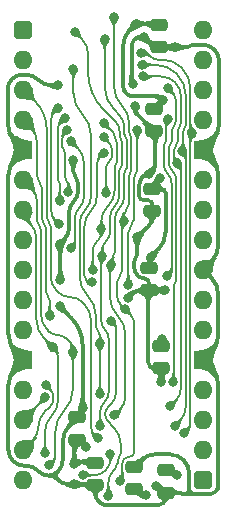
<source format=gbl>
%TF.GenerationSoftware,KiCad,Pcbnew,9.0.2*%
%TF.CreationDate,2025-06-26T09:37:49+02:00*%
%TF.ProjectId,HCP65 MPU Timer,48435036-3520-44d5-9055-2054696d6572,V1*%
%TF.SameCoordinates,Original*%
%TF.FileFunction,Copper,L2,Bot*%
%TF.FilePolarity,Positive*%
%FSLAX46Y46*%
G04 Gerber Fmt 4.6, Leading zero omitted, Abs format (unit mm)*
G04 Created by KiCad (PCBNEW 9.0.2) date 2025-06-26 09:37:49*
%MOMM*%
%LPD*%
G01*
G04 APERTURE LIST*
G04 Aperture macros list*
%AMRoundRect*
0 Rectangle with rounded corners*
0 $1 Rounding radius*
0 $2 $3 $4 $5 $6 $7 $8 $9 X,Y pos of 4 corners*
0 Add a 4 corners polygon primitive as box body*
4,1,4,$2,$3,$4,$5,$6,$7,$8,$9,$2,$3,0*
0 Add four circle primitives for the rounded corners*
1,1,$1+$1,$2,$3*
1,1,$1+$1,$4,$5*
1,1,$1+$1,$6,$7*
1,1,$1+$1,$8,$9*
0 Add four rect primitives between the rounded corners*
20,1,$1+$1,$2,$3,$4,$5,0*
20,1,$1+$1,$4,$5,$6,$7,0*
20,1,$1+$1,$6,$7,$8,$9,0*
20,1,$1+$1,$8,$9,$2,$3,0*%
G04 Aperture macros list end*
%TA.AperFunction,ComponentPad*%
%ADD10O,1.600000X1.600000*%
%TD*%
%TA.AperFunction,ComponentPad*%
%ADD11R,1.600000X1.600000*%
%TD*%
%TA.AperFunction,ComponentPad*%
%ADD12RoundRect,0.400000X-0.400000X-0.400000X0.400000X-0.400000X0.400000X0.400000X-0.400000X0.400000X0*%
%TD*%
%TA.AperFunction,SMDPad,CuDef*%
%ADD13RoundRect,0.250000X-0.475000X0.250000X-0.475000X-0.250000X0.475000X-0.250000X0.475000X0.250000X0*%
%TD*%
%TA.AperFunction,SMDPad,CuDef*%
%ADD14RoundRect,0.250000X0.475000X-0.250000X0.475000X0.250000X-0.475000X0.250000X-0.475000X-0.250000X0*%
%TD*%
%TA.AperFunction,ViaPad*%
%ADD15C,0.800000*%
%TD*%
%TA.AperFunction,Conductor*%
%ADD16C,0.380000*%
%TD*%
%TA.AperFunction,Conductor*%
%ADD17C,0.200000*%
%TD*%
G04 APERTURE END LIST*
D10*
%TO.P,J2,32,Pin_32*%
%TO.N,unconnected-(J2-Pin_32-Pad32)*%
X15240000Y0D03*
%TO.P,J2,31,Pin_31*%
%TO.N,unconnected-(J2-Pin_31-Pad31)*%
X15240000Y-2540000D03*
%TO.P,J2,30,Pin_30*%
%TO.N,unconnected-(J2-Pin_30-Pad30)*%
X15240000Y-5080000D03*
%TO.P,J2,29,Pin_29*%
%TO.N,unconnected-(J2-Pin_29-Pad29)*%
X15240000Y-7620000D03*
D11*
%TO.P,J2,28,Pin_28*%
%TO.N,GND*%
X15240000Y-10160000D03*
D10*
%TO.P,J2,27,Pin_27*%
%TO.N,unconnected-(J2-Pin_27-Pad27)*%
X15240000Y-12700000D03*
%TO.P,J2,26,Pin_26*%
%TO.N,~{Set Timer}*%
X15240000Y-15240000D03*
%TO.P,J2,25,Pin_25*%
%TO.N,unconnected-(J2-Pin_25-Pad25)*%
X15240000Y-17780000D03*
%TO.P,J2,24,Pin_24*%
%TO.N,GND*%
X15240000Y-20320000D03*
%TO.P,J2,23,Pin_23*%
%TO.N,unconnected-(J2-Pin_23-Pad23)*%
X15240000Y-22860000D03*
%TO.P,J2,22,Pin_22*%
%TO.N,unconnected-(J2-Pin_22-Pad22)*%
X15240000Y-25400000D03*
D11*
%TO.P,J2,21,Pin_21*%
%TO.N,GND*%
X15240000Y-27940000D03*
D10*
%TO.P,J2,20,Pin_20*%
%TO.N,unconnected-(J2-Pin_20-Pad20)*%
X15240000Y-30480000D03*
%TO.P,J2,19,Pin_19*%
%TO.N,unconnected-(J2-Pin_19-Pad19)*%
X15240000Y-33020000D03*
%TO.P,J2,18,Pin_18*%
%TO.N,~{Hold}*%
X15240000Y-35560000D03*
D12*
%TO.P,J2,17,Pin_17*%
%TO.N,5V*%
X15240000Y-38100000D03*
D10*
%TO.P,J2,16,Pin_16*%
%TO.N,D7*%
X0Y-38100000D03*
%TO.P,J2,15,Pin_15*%
%TO.N,D6*%
X0Y-35560000D03*
%TO.P,J2,14,Pin_14*%
%TO.N,D5*%
X0Y-33020000D03*
%TO.P,J2,13,Pin_13*%
%TO.N,D4*%
X0Y-30480000D03*
D11*
%TO.P,J2,12,Pin_12*%
%TO.N,GND*%
X0Y-27940000D03*
D10*
%TO.P,J2,11,Pin_11*%
%TO.N,D3*%
X0Y-25400000D03*
%TO.P,J2,10,Pin_10*%
%TO.N,D2*%
X0Y-22860000D03*
%TO.P,J2,9,Pin_9*%
%TO.N,D1*%
X0Y-20320000D03*
%TO.P,J2,8,Pin_8*%
%TO.N,D0*%
X0Y-17780000D03*
%TO.P,J2,7,Pin_7*%
%TO.N,~{NMI Rate Select}*%
X0Y-15240000D03*
%TO.P,J2,6,Pin_6*%
%TO.N,CLK*%
X0Y-12700000D03*
D11*
%TO.P,J2,5,Pin_5*%
%TO.N,GND*%
X0Y-10160000D03*
D10*
%TO.P,J2,4,Pin_4*%
%TO.N,~{WD}*%
X0Y-7620000D03*
%TO.P,J2,3,Pin_3*%
%TO.N,~{RD}*%
X0Y-5080000D03*
%TO.P,J2,2,Pin_2*%
%TO.N,~{Reset}*%
X0Y-2540000D03*
D12*
%TO.P,J2,1,Pin_1*%
%TO.N,5V*%
X0Y0D03*
%TD*%
D13*
%TO.P,C15,2*%
%TO.N,GND*%
X11465115Y-1481869D03*
%TO.P,C15,1*%
%TO.N,/3.3V*%
X11465115Y418131D03*
%TD*%
%TO.P,C11,2*%
%TO.N,GND*%
X10668000Y-22048000D03*
%TO.P,C11,1*%
%TO.N,5V*%
X10668000Y-20148000D03*
%TD*%
%TO.P,C5,2*%
%TO.N,GND*%
X6096000Y-38558000D03*
%TO.P,C5,1*%
%TO.N,/3.3V*%
X6096000Y-36658000D03*
%TD*%
%TO.P,C16,2*%
%TO.N,GND*%
X10922000Y-15355263D03*
%TO.P,C16,1*%
%TO.N,5V*%
X10922000Y-13455263D03*
%TD*%
%TO.P,C8,2*%
%TO.N,GND*%
X12065000Y-39193000D03*
%TO.P,C8,1*%
%TO.N,5V*%
X12065000Y-37293000D03*
%TD*%
%TO.P,C10,2*%
%TO.N,GND*%
X11684000Y-28652000D03*
%TO.P,C10,1*%
%TO.N,/3.3V*%
X11684000Y-26752000D03*
%TD*%
D14*
%TO.P,C6,2*%
%TO.N,GND*%
X4572000Y-32816000D03*
%TO.P,C6,1*%
%TO.N,/3.3V*%
X4572000Y-34716000D03*
%TD*%
%TO.P,C9,2*%
%TO.N,GND*%
X9398000Y-37007000D03*
%TO.P,C9,1*%
%TO.N,/3.3V*%
X9398000Y-38907000D03*
%TD*%
D13*
%TO.P,C7,2*%
%TO.N,GND*%
X11049000Y-8586000D03*
%TO.P,C7,1*%
%TO.N,/3.3V*%
X11049000Y-6686000D03*
%TD*%
D15*
%TO.N,GND*%
X4318000Y-38481000D03*
X8861795Y-22712237D03*
X4205000Y-11006747D03*
X3059674Y-23424336D03*
X12819617Y-1481869D03*
X9626986Y-17588000D03*
X11238176Y-38608000D03*
X11640009Y-29849563D03*
X5016266Y-32002185D03*
X2921000Y-4699000D03*
X9477498Y-6432500D03*
X11946490Y-22048000D03*
X10195115Y-642869D03*
X9297549Y-4624320D03*
X3059279Y-18145384D03*
X3116010Y-21209002D03*
X10637852Y-12179080D03*
%TO.N,5V*%
X12962980Y-37693594D03*
X11557000Y-12573000D03*
X10799000Y-19215263D03*
%TO.N,/3.3V*%
X11750216Y-26224510D03*
X4318000Y-36734734D03*
X5318257Y-35329651D03*
X10398176Y-39431450D03*
X9525000Y482600D03*
X11810994Y-5969000D03*
%TO.N,/~{Write NMI Rate Select}\u00B7CLK*%
X12227115Y-4960869D03*
X12639995Y-29845000D03*
%TO.N,/Q6*%
X5815120Y-21387428D03*
X6813713Y-10414000D03*
%TO.N,~{Reset}*%
X8509000Y-16188000D03*
X8625825Y-23684000D03*
X7670802Y1066800D03*
X8212761Y-38189987D03*
%TO.N,CLK*%
X2178921Y-36875321D03*
X4176266Y-27258000D03*
%TO.N,D0*%
X6674157Y-19147000D03*
X4396297Y-215845D03*
X6484071Y-33547077D03*
%TO.N,D1*%
X6878021Y-810873D03*
X7412897Y-19893170D03*
X7696914Y-32639000D03*
%TO.N,D2*%
X6466037Y-26525697D03*
X4226115Y-3309869D03*
X6466266Y-30861000D03*
%TO.N,~{Set Timer}*%
X4015463Y-9429092D03*
X4044753Y-18507801D03*
%TO.N,~{NMI Rate Select}*%
X2468045Y-26868955D03*
X1816441Y-35874188D03*
%TO.N,~{RD}*%
X6292621Y-34579478D03*
%TO.N,D5*%
X1800000Y-31114998D03*
%TO.N,D6*%
X1887880Y-30090070D03*
%TO.N,/NMI_{Speed}0*%
X9991730Y-1963484D03*
X13594185Y-34169224D03*
X14245427Y-8739297D03*
%TO.N,/NMI_{Speed}1*%
X12827000Y-33528000D03*
X13440000Y-10272406D03*
X10056061Y-2961415D03*
%TO.N,/NMI_{Speed}2*%
X12428930Y-31859930D03*
X13017500Y-11302990D03*
X10123085Y-3959169D03*
%TO.N,/Q8*%
X8877694Y-21579108D03*
X9647000Y-8500903D03*
%TO.N,/Q18*%
X3725313Y-8472108D03*
X3805000Y-13714807D03*
%TO.N,/Q0*%
X7379025Y-24624978D03*
X7188385Y-39458000D03*
%TO.N,/Q12*%
X6592000Y-16840263D03*
X6778502Y-7874000D03*
X5848424Y-20387981D03*
%TO.N,/Q10*%
X12141200Y-20828000D03*
X12239998Y-7555462D03*
%TO.N,/Q16*%
X3493266Y-7499401D03*
X3068424Y-14478000D03*
%TO.N,/Q14*%
X3009575Y-16459204D03*
X2921000Y-6604000D03*
%TO.N,/Q20*%
X6778502Y-9070754D03*
X6985000Y-13842996D03*
%TO.N,~{WD}*%
X2219674Y-24214770D03*
%TO.N,~{Hold}*%
X5046555Y-37675430D03*
X7350929Y-35892781D03*
%TD*%
D16*
%TO.N,/3.3V*%
X11717108Y-26257618D02*
G75*
G03*
X11684023Y-26337547I79892J-79882D01*
G01*
X8978000Y-64399D02*
G75*
G03*
X8430989Y-1384974I1320600J-1320601D01*
G01*
X8687750Y-5385750D02*
G75*
G03*
X9307599Y-5642500I619850J619850D01*
G01*
X4577026Y-36583000D02*
G75*
G03*
X4393859Y-36658859I-26J-259000D01*
G01*
X8431000Y-4765900D02*
G75*
G03*
X8687750Y-5385750I876600J0D01*
G01*
X9554927Y500131D02*
G75*
G03*
X9533751Y491379I-27J-29931D01*
G01*
X11647744Y-5805750D02*
G75*
G03*
X11253623Y-5642492I-394144J-394150D01*
G01*
X9754255Y-39263255D02*
G75*
G03*
X10160313Y-39431441I406045J406055D01*
G01*
D17*
%TO.N,~{Hold}*%
X6947836Y-37315907D02*
G75*
G02*
X5974685Y-37719001I-973156J973157D01*
G01*
X7350929Y-36402798D02*
G75*
G02*
X6990302Y-37273461I-1231329J-2D01*
G01*
X5068340Y-37697215D02*
G75*
G03*
X5120933Y-37718970I52560J52615D01*
G01*
%TO.N,~{WD}*%
X2059837Y-22532237D02*
G75*
G02*
X2219674Y-22918117I-385887J-385883D01*
G01*
X1355712Y-12912712D02*
G75*
G02*
X1568425Y-13426244I-513542J-513538D01*
G01*
X1900000Y-22146356D02*
G75*
G03*
X2059835Y-22532239I545720J-4D01*
G01*
X1568424Y-16027094D02*
G75*
G03*
X1734211Y-16427343I566026J-6D01*
G01*
X571500Y-8191500D02*
G75*
G02*
X1143000Y-9571223I-1379733J-1379727D01*
G01*
X1734212Y-16427342D02*
G75*
G02*
X1900018Y-16827589I-400212J-400258D01*
G01*
X1143000Y-12399179D02*
G75*
G03*
X1355711Y-12912713I726250J-1D01*
G01*
%TO.N,/Q20*%
X7151751Y-9444003D02*
G75*
G02*
X7524982Y-10345105I-901151J-901097D01*
G01*
X7525000Y-10508162D02*
G75*
G02*
X7254999Y-11159999I-921840J2D01*
G01*
X7255000Y-11160000D02*
G75*
G03*
X6985016Y-11811837I651800J-651800D01*
G01*
%TO.N,/Q14*%
X2644712Y-6880288D02*
G75*
G03*
X2368420Y-7547306I666988J-667012D01*
G01*
X2368424Y-15364690D02*
G75*
G03*
X2689002Y-16138625I1094476J-10D01*
G01*
%TO.N,/Q16*%
X3197633Y-7795034D02*
G75*
G03*
X2902002Y-8508755I713717J-713716D01*
G01*
X2902000Y-12633120D02*
G75*
G03*
X2985223Y-12834001I284100J20D01*
G01*
X2985212Y-12834012D02*
G75*
G02*
X3068416Y-13034903I-200912J-200888D01*
G01*
%TO.N,/Q10*%
X11881000Y-11415016D02*
G75*
G03*
X12210505Y-12210495I1125000J16D01*
G01*
X12540000Y-20147205D02*
G75*
G02*
X12340598Y-20628598I-680800J5D01*
G01*
X12210500Y-12210500D02*
G75*
G02*
X12540007Y-13005983I-795500J-795500D01*
G01*
X11977500Y-9612500D02*
G75*
G03*
X11880988Y-9845471I233000J-233000D01*
G01*
X12074000Y-9379528D02*
G75*
G02*
X11977492Y-9612492I-329500J28D01*
G01*
X12156999Y-7638461D02*
G75*
G03*
X12074034Y-7838838I200401J-200339D01*
G01*
%TO.N,/Q12*%
X6220211Y-17909787D02*
G75*
G03*
X5848400Y-18807363I897589J-897613D01*
G01*
X7583369Y-8678867D02*
G75*
G02*
X7746986Y-9073906I-395069J-395033D01*
G01*
X7925000Y-11155920D02*
G75*
G02*
X7820993Y-11406995I-355100J20D01*
G01*
X7063733Y-15034266D02*
G75*
G03*
X6592022Y-16173131I1138867J-1138834D01*
G01*
X7820999Y-11407001D02*
G75*
G03*
X7716991Y-11658081I251101J-251099D01*
G01*
X7747000Y-9179448D02*
G75*
G03*
X7836017Y-9394297I303900J48D01*
G01*
X6592000Y-17189131D02*
G75*
G02*
X6345313Y-17784688I-842250J1D01*
G01*
X7716998Y-13585508D02*
G75*
G02*
X7154496Y-14943498I-1920498J8D01*
G01*
X7836000Y-9394314D02*
G75*
G02*
X7925005Y-9609179I-214900J-214886D01*
G01*
%TO.N,/Q0*%
X6908800Y-32559172D02*
G75*
G03*
X7157683Y-33160026I849740J2D01*
G01*
X7973000Y-36648371D02*
G75*
G02*
X7734968Y-37223033I-812700J1D01*
G01*
X8243000Y-35850823D02*
G75*
G02*
X8107985Y-36176727I-460900J23D01*
G01*
X7580692Y-37377307D02*
G75*
G03*
X7188398Y-38324421I947108J-947093D01*
G01*
X7626512Y-24872465D02*
G75*
G02*
X7874026Y-25469953I-597512J-597535D01*
G01*
X7874000Y-30559500D02*
G75*
G02*
X7391400Y-31724600I-1647700J0D01*
G01*
X7607877Y-33610222D02*
G75*
G02*
X8243003Y-35143543I-1533327J-1533328D01*
G01*
X7157682Y-31958317D02*
G75*
G03*
X6908769Y-32559172I600818J-600883D01*
G01*
X8108000Y-36176742D02*
G75*
G03*
X7972967Y-36502660I325900J-325958D01*
G01*
%TO.N,/Q18*%
X3513656Y-8683764D02*
G75*
G03*
X3302022Y-9194748I510944J-510936D01*
G01*
X3397250Y-10128250D02*
G75*
G02*
X3492498Y-10358203I-229950J-229950D01*
G01*
X3492500Y-12415529D02*
G75*
G03*
X3648750Y-12792750I533470J-1D01*
G01*
X3648750Y-12792750D02*
G75*
G02*
X3805012Y-13169970I-377250J-377250D01*
G01*
X3302000Y-9898296D02*
G75*
G03*
X3397249Y-10128251I325200J-4D01*
G01*
%TO.N,/Q8*%
X9647000Y-11868940D02*
G75*
G02*
X9481991Y-12267277I-563400J40D01*
G01*
X9097347Y-16631553D02*
G75*
G03*
X8877713Y-17161842I530253J-530247D01*
G01*
X9482000Y-12267286D02*
G75*
G03*
X9317009Y-12665631I398300J-398314D01*
G01*
X9317000Y-16101263D02*
G75*
G02*
X9097345Y-16631551I-749940J3D01*
G01*
%TO.N,/NMI_{Speed}2*%
X13178749Y-11464239D02*
G75*
G02*
X13339990Y-11853528I-389249J-389261D01*
G01*
X12840584Y-4458584D02*
G75*
G02*
X13340017Y-5664280I-1205684J-1205716D01*
G01*
X12909500Y-9811872D02*
G75*
G03*
X12737996Y-10225909I414000J-414028D01*
G01*
X12738000Y-10825853D02*
G75*
G03*
X12877734Y-11163256I477100J-47D01*
G01*
X12840584Y-4458584D02*
G75*
G03*
X11634888Y-3959183I-1205684J-1205716D01*
G01*
X13081000Y-9397834D02*
G75*
G02*
X12909475Y-9811847I-585500J34D01*
G01*
X13339998Y-30304639D02*
G75*
G02*
X12884466Y-31404398I-1555298J-1D01*
G01*
X13340000Y-7906172D02*
G75*
G02*
X13210505Y-8218818I-442100J-28D01*
G01*
X13210500Y-8218813D02*
G75*
G03*
X13081026Y-8531453I312600J-312587D01*
G01*
%TO.N,/NMI_{Speed}1*%
X13519000Y-10137544D02*
G75*
G02*
X13479486Y-10232892I-134900J44D01*
G01*
X13590000Y-10422406D02*
G75*
G02*
X13739982Y-10784538I-362100J-362094D01*
G01*
X13740000Y-8098728D02*
G75*
G02*
X13629492Y-8365491I-377300J28D01*
G01*
X12978996Y-3722418D02*
G75*
G03*
X11141771Y-2961422I-1837196J-1837182D01*
G01*
X13740000Y-31969411D02*
G75*
G02*
X13283497Y-33071497I-1558600J11D01*
G01*
X13629500Y-8365499D02*
G75*
G03*
X13518987Y-8632269I266800J-266801D01*
G01*
X12978996Y-3722418D02*
G75*
G02*
X13740004Y-5559643I-1837226J-1837232D01*
G01*
%TO.N,/NMI_{Speed}0*%
X13430707Y-3270707D02*
G75*
G02*
X14139999Y-4983089I-1712407J-1712393D01*
G01*
X14140012Y-33237439D02*
G75*
G02*
X13867085Y-33896297I-931812J39D01*
G01*
X13317682Y-3157682D02*
G75*
G03*
X11878166Y-2561440I-1439482J-1439518D01*
G01*
X14192719Y-8792004D02*
G75*
G03*
X14140058Y-8919251I127281J-127196D01*
G01*
X10594407Y-2120905D02*
G75*
G03*
X10214358Y-1963527I-380007J-380095D01*
G01*
X14139999Y-8559320D02*
G75*
G03*
X14192718Y-8686578I180001J20D01*
G01*
X10735951Y-2262449D02*
G75*
G03*
X11457718Y-2561407I721749J721749D01*
G01*
%TO.N,D6*%
X1270000Y-33591500D02*
G75*
G02*
X776085Y-34783914I-1686338J5D01*
G01*
X2228586Y-30430776D02*
G75*
G02*
X2539997Y-31182595I-751816J-751814D01*
G01*
X1763913Y-32399085D02*
G75*
G03*
X1270003Y-33591500I1192407J-1192405D01*
G01*
X2540000Y-31182595D02*
G75*
G02*
X2228584Y-31934411I-1063230J5D01*
G01*
%TO.N,D5*%
X1800000Y-31167499D02*
G75*
G02*
X1762888Y-31257135I-126800J-1D01*
G01*
%TO.N,~{RD}*%
X984212Y-6064212D02*
G75*
G02*
X1968424Y-8440309I-2376100J-2376099D01*
G01*
X5716266Y-33595578D02*
G75*
G03*
X6004443Y-34291300I983894J-2D01*
G01*
X5131433Y-23216233D02*
G75*
G02*
X5716266Y-24628144I-1411923J-1411917D01*
G01*
X2134212Y-16261656D02*
G75*
G02*
X2300008Y-16661903I-400212J-400244D01*
G01*
X2300000Y-20877518D02*
G75*
G03*
X2813700Y-22117700I1753880J-2D01*
G01*
X4977652Y-23062452D02*
G75*
G03*
X3937000Y-22631399I-1040652J-1040648D01*
G01*
X2896347Y-22200347D02*
G75*
G03*
X3937000Y-22631401I1040653J1040647D01*
G01*
X1968424Y-15861408D02*
G75*
G03*
X2134208Y-16261660I566076J8D01*
G01*
%TO.N,~{NMI Rate Select}*%
X2378220Y-32692779D02*
G75*
G03*
X1816442Y-34049035I1356250J-1356251D01*
G01*
X550000Y-16374502D02*
G75*
G02*
X1100000Y-17702319I-1327821J-1327819D01*
G01*
X2940000Y-31336523D02*
G75*
G02*
X2378220Y-32692779I-1918040J3D01*
G01*
X1100000Y-24533556D02*
G75*
G03*
X1784022Y-26184932I2335390J-4D01*
G01*
X2704022Y-27104932D02*
G75*
G02*
X2939997Y-27674632I-569702J-569698D01*
G01*
%TO.N,~{Set Timer}*%
X5126986Y-14134487D02*
G75*
G02*
X4737708Y-15074298I-1329096J-3D01*
G01*
X4348424Y-17989402D02*
G75*
G02*
X4196593Y-18355970I-518424J2D01*
G01*
X4571224Y-9984853D02*
G75*
G02*
X5126986Y-11326580I-1341724J-1341727D01*
G01*
X4737705Y-15074295D02*
G75*
G03*
X4348422Y-16014102I939795J-939805D01*
G01*
%TO.N,D2*%
X5432345Y-22501145D02*
G75*
G02*
X6116268Y-24152276I-1651135J-1651135D01*
G01*
X4748424Y-20850013D02*
G75*
G03*
X5432346Y-22501144I2335056J3D01*
G01*
X4970557Y-7129557D02*
G75*
G02*
X5714995Y-8926800I-1797257J-1797243D01*
G01*
X5231712Y-15272974D02*
G75*
G03*
X4748456Y-16439734I1166788J-1166726D01*
G01*
X4226115Y-5332314D02*
G75*
G03*
X4970554Y-7129560I2541685J-6D01*
G01*
X6291151Y-25479114D02*
G75*
G02*
X6466007Y-25901325I-422251J-422186D01*
G01*
X6116266Y-25056903D02*
G75*
G03*
X6291145Y-25479120I597134J3D01*
G01*
X6466037Y-30860609D02*
G75*
G03*
X6466161Y-30860873I363J9D01*
G01*
X5715000Y-14106213D02*
G75*
G02*
X5231713Y-15272975I-1650060J3D01*
G01*
%TO.N,D1*%
X8725000Y-11701920D02*
G75*
G02*
X8620993Y-11952995I-355100J20D01*
G01*
X8546999Y-8848075D02*
G75*
G03*
X8635980Y-9062960I303901J-25D01*
G01*
X7579948Y-19217051D02*
G75*
G03*
X7412918Y-19620349I403252J-403249D01*
G01*
X8636000Y-31035879D02*
G75*
G02*
X8166459Y-32169459I-1603130J-1D01*
G01*
X8635999Y-9062941D02*
G75*
G02*
X8724985Y-9277807I-214899J-214859D01*
G01*
X6878021Y-4808875D02*
G75*
G03*
X7712509Y-6823511I2849119J-5D01*
G01*
X7370319Y-19935747D02*
G75*
G03*
X7327766Y-20038538I102781J-102753D01*
G01*
X8081743Y-7192743D02*
G75*
G02*
X8547015Y-8315970I-1123243J-1123257D01*
G01*
X8516998Y-14167903D02*
G75*
G02*
X8132003Y-15097377I-1314498J3D01*
G01*
X8620999Y-11953001D02*
G75*
G03*
X8516991Y-12204081I251101J-251099D01*
G01*
X8131999Y-15097373D02*
G75*
G03*
X7747039Y-16026842I929501J-929427D01*
G01*
X7327742Y-22658663D02*
G75*
G03*
X7981870Y-24237872I2233328J-7D01*
G01*
X7747000Y-18813753D02*
G75*
G02*
X7579949Y-19217052I-570360J3D01*
G01*
X7981871Y-24237871D02*
G75*
G02*
X8636026Y-25817078I-1579171J-1579229D01*
G01*
%TO.N,D0*%
X8116998Y-13998681D02*
G75*
G02*
X7729499Y-14934187I-1323008J1D01*
G01*
X8146999Y-9013761D02*
G75*
G03*
X8235973Y-9228653I303901J-39D01*
G01*
X7342000Y-17077763D02*
G75*
G02*
X7008079Y-17883922I-1140090J3D01*
G01*
X8325000Y-11441520D02*
G75*
G02*
X8220993Y-11692595I-355100J20D01*
G01*
X7216266Y-30653920D02*
G75*
G02*
X6850168Y-31537758I-1249936J0D01*
G01*
X8235999Y-9228627D02*
G75*
G02*
X8324995Y-9443493I-214899J-214873D01*
G01*
X7729499Y-14934187D02*
G75*
G03*
X7341993Y-15869692I935501J-935513D01*
G01*
X6850168Y-31537758D02*
G75*
G03*
X6484066Y-32421596I883832J-883842D01*
G01*
X7796052Y-7796052D02*
G75*
G02*
X8146992Y-8643313I-847252J-847248D01*
G01*
X6624833Y-19196323D02*
G75*
G03*
X6575507Y-19315400I119067J-119077D01*
G01*
X8220999Y-11692601D02*
G75*
G03*
X8116991Y-11943681I251101J-251099D01*
G01*
X6575510Y-24606741D02*
G75*
G03*
X6895890Y-25380200I1093830J1D01*
G01*
X6895888Y-25380202D02*
G75*
G02*
X7216284Y-26153662I-773488J-773498D01*
G01*
X4928648Y-748196D02*
G75*
G02*
X5461003Y-2033406I-1285208J-1285214D01*
G01*
X7002663Y-17889336D02*
G75*
G03*
X6674157Y-18682421I793037J-793064D01*
G01*
X5461000Y-3561711D02*
G75*
G03*
X6803999Y-6803999I4585290J1D01*
G01*
%TO.N,CLK*%
X4176266Y-30470391D02*
G75*
G02*
X3440634Y-32246368I-2511616J1D01*
G01*
X3440633Y-32246367D02*
G75*
G03*
X2704999Y-34022342I1775967J-1775973D01*
G01*
X3990108Y-26545308D02*
G75*
G02*
X4176248Y-26994733I-449408J-449392D01*
G01*
X3589368Y-26144568D02*
G75*
G03*
X2895600Y-25857198I-693768J-693762D01*
G01*
X1334212Y-16593028D02*
G75*
G02*
X1500002Y-16993275I-400252J-400252D01*
G01*
X1500000Y-24168529D02*
G75*
G03*
X1994600Y-25362600I1688670J-1D01*
G01*
X2201831Y-25569831D02*
G75*
G03*
X2895600Y-25857199I693769J693771D01*
G01*
X1168424Y-16192780D02*
G75*
G03*
X1334214Y-16593026I566026J0D01*
G01*
X2705000Y-35977247D02*
G75*
G02*
X2441961Y-36612282I-898070J-3D01*
G01*
X584212Y-13284212D02*
G75*
G02*
X1168424Y-14694624I-1410412J-1410412D01*
G01*
%TO.N,~{Reset}*%
X9036000Y-8897256D02*
G75*
G02*
X9124975Y-9112122I-214900J-214844D01*
G01*
X8355600Y-20359178D02*
G75*
G02*
X8140206Y-20879206I-735400J-22D01*
G01*
X8373000Y-37916441D02*
G75*
G02*
X8292871Y-38109858I-273600J41D01*
G01*
X8140200Y-20879200D02*
G75*
G03*
X7924809Y-21399221I520000J-520000D01*
G01*
X8712999Y-15240799D02*
G75*
G03*
X8508998Y-15733296I492501J-492501D01*
G01*
X9020999Y-12162601D02*
G75*
G03*
X8916991Y-12413681I251101J-251099D01*
G01*
X8947000Y-8682390D02*
G75*
G03*
X9035988Y-8897268I303900J-10D01*
G01*
X7670802Y-4863393D02*
G75*
G03*
X8308900Y-6403902I2178598J-7D01*
G01*
X9011912Y-24070087D02*
G75*
G02*
X9398006Y-25002185I-932112J-932113D01*
G01*
X9125000Y-11911520D02*
G75*
G02*
X9020993Y-12162595I-355100J20D01*
G01*
X8529900Y-36320528D02*
G75*
G03*
X8373016Y-36699318I378800J-378772D01*
G01*
X7924800Y-22487275D02*
G75*
G03*
X8275314Y-23333485I1196730J5D01*
G01*
X8908690Y-36163628D02*
G75*
G03*
X8529909Y-36320537I10J-535672D01*
G01*
X8322534Y-6417534D02*
G75*
G02*
X8946968Y-7925128I-1507634J-1507566D01*
G01*
X8432300Y-16264700D02*
G75*
G03*
X8355588Y-16449870I185200J-185200D01*
G01*
X9398000Y-35740217D02*
G75*
G02*
X9273975Y-36039603I-423400J17D01*
G01*
X9273986Y-36039614D02*
G75*
G02*
X8974589Y-36163616I-299386J299414D01*
G01*
X8916998Y-14748301D02*
G75*
G02*
X8712998Y-15240798I-696498J1D01*
G01*
%TO.N,/Q6*%
X5371029Y-21271429D02*
G75*
G03*
X5651074Y-21387451I280071J280029D01*
G01*
X5148424Y-20809394D02*
G75*
G03*
X5317715Y-21218137I578076J-6D01*
G01*
X6223000Y-14099160D02*
G75*
G02*
X5685713Y-15396289I-1834420J0D01*
G01*
X5685712Y-15396288D02*
G75*
G03*
X5148424Y-16693415I1297088J-1297112D01*
G01*
X6518356Y-10709356D02*
G75*
G03*
X6223004Y-11422410I713044J-713044D01*
G01*
%TO.N,/~{Write NMI Rate Select}\u00B7CLK*%
X12756499Y-8107128D02*
G75*
G03*
X12573022Y-8550133I443001J-442972D01*
G01*
X12939998Y-7664122D02*
G75*
G02*
X12756486Y-8107115I-626498J22D01*
G01*
X12824500Y-21451500D02*
G75*
G03*
X12709017Y-21730341I278800J-278800D01*
G01*
X12281000Y-11153966D02*
G75*
G03*
X12610497Y-11949453I1124990J-4D01*
G01*
X12610500Y-11949450D02*
G75*
G02*
X12939972Y-12744933I-795500J-795450D01*
G01*
X12709000Y-29727201D02*
G75*
G02*
X12674497Y-29810497I-117800J1D01*
G01*
X12573000Y-9376210D02*
G75*
G02*
X12427000Y-9728686I-498500J10D01*
G01*
X12427000Y-9728686D02*
G75*
G03*
X12280980Y-10081161I352500J-352514D01*
G01*
X12940000Y-21172658D02*
G75*
G02*
X12824512Y-21451512I-394300J-42D01*
G01*
X12583556Y-5317310D02*
G75*
G02*
X12939963Y-6177836I-860556J-860490D01*
G01*
D16*
%TO.N,5V*%
X10733500Y-19280763D02*
G75*
G03*
X10667987Y-19438893I158100J-158137D01*
G01*
X11920631Y-13571631D02*
G75*
G02*
X12037023Y-13852569I-280931J-280969D01*
G01*
X12037000Y-17101864D02*
G75*
G02*
X11417998Y-18596261I-2113400J4D01*
G01*
X11920631Y-13571631D02*
G75*
G03*
X11639693Y-13455277I-280931J-280969D01*
G01*
%TO.N,GND*%
X15875000Y-20955000D02*
G75*
G02*
X16509989Y-22488025I-1533000J-1533000D01*
G01*
X16162999Y-1684999D02*
G75*
G03*
X15161102Y-1269999I-1001899J-1001901D01*
G01*
X-634999Y-9524999D02*
G75*
G02*
X-634998Y-10795001I-635000J-635001D01*
G01*
X13282700Y-39241500D02*
G75*
G03*
X13165610Y-39192996I-117100J-117100D01*
G01*
X9359522Y-851278D02*
G75*
G03*
X9151138Y-1354421I503178J-503122D01*
G01*
X6395466Y-39974266D02*
G75*
G03*
X7118440Y-40273706I722934J722966D01*
G01*
X16162999Y-1684999D02*
G75*
G02*
X16578001Y-2686896I-1001899J-1001901D01*
G01*
X16493197Y-38677528D02*
G75*
G02*
X16451500Y-38811344I-1127197J277828D01*
G01*
X16577999Y-7875892D02*
G75*
G02*
X15909001Y-9491002I-2284099J-8D01*
G01*
X11217775Y-35941000D02*
G75*
G03*
X9931007Y-36474007I25J-1819800D01*
G01*
X9807000Y-14103249D02*
G75*
G03*
X9903855Y-14337177I330800J-51D01*
G01*
X-635000Y-28575000D02*
G75*
G03*
X-1270002Y-30108025I1533030J-1533030D01*
G01*
X15875000Y-27305000D02*
G75*
G03*
X15875000Y-28575000I635000J-635000D01*
G01*
X10541000Y-28086947D02*
G75*
G03*
X10706514Y-28486486I565100J47D01*
G01*
X13282700Y-39241500D02*
G75*
G03*
X13399789Y-39290004I117100J117100D01*
G01*
X3087644Y-18173749D02*
G75*
G02*
X3115999Y-18242229I-68444J-68451D01*
G01*
X16429926Y-38868225D02*
G75*
G02*
X16290813Y-39083432I-570826J216425D01*
G01*
X10508286Y-12179080D02*
G75*
G03*
X10287106Y-12270699I14J-312820D01*
G01*
X3945167Y-33439167D02*
G75*
G03*
X3321999Y-34943626I1504443J-1504453D01*
G01*
X4205000Y-11962553D02*
G75*
G03*
X4420991Y-12484009I737440J-7D01*
G01*
X11684000Y-29774465D02*
G75*
G02*
X11662022Y-29827585I-75100J-35D01*
G01*
X-634999Y-27305000D02*
G75*
G02*
X-635000Y-28575000I-635001J-634999D01*
G01*
X16510000Y-25771974D02*
G75*
G02*
X15875001Y-27305001I-2168040J4D01*
G01*
X10823816Y-14532216D02*
G75*
G02*
X10922039Y-14769253I-237016J-237084D01*
G01*
X14118065Y-1375934D02*
G75*
G02*
X13862316Y-1481884I-255765J255734D01*
G01*
X9862665Y-642869D02*
G75*
G03*
X9359544Y-851300I35J-711531D01*
G01*
X13552614Y-36438385D02*
G75*
G02*
X14050008Y-37639180I-1200814J-1200815D01*
G01*
X-1270000Y-25771974D02*
G75*
G03*
X-634998Y-27304999I2168030J4D01*
G01*
X16510000Y-38539149D02*
G75*
G02*
X16493188Y-38677526I-578300J49D01*
G01*
X4420993Y-12484007D02*
G75*
G02*
X4637002Y-13005460I-521493J-521493D01*
G01*
X15875000Y-19685000D02*
G75*
G03*
X15875000Y-20955000I635000J-635000D01*
G01*
X10823816Y-14532216D02*
G75*
G03*
X10586778Y-14434061I-237016J-237084D01*
G01*
X9367694Y-20080336D02*
G75*
G03*
X9653635Y-20770659I976256J-4D01*
G01*
X9151113Y-4374338D02*
G75*
G03*
X9224349Y-4551084I249987J38D01*
G01*
X6096000Y-39251291D02*
G75*
G03*
X6395470Y-39974262I1022400J-9D01*
G01*
X13552614Y-36438385D02*
G75*
G03*
X12351819Y-35940992I-1200814J-1200815D01*
G01*
X1212595Y-37331395D02*
G75*
G03*
X195256Y-36909998I-1017335J-1017325D01*
G01*
X9497340Y-19331660D02*
G75*
G03*
X9367722Y-19644653I312960J-312940D01*
G01*
X5016266Y-32098459D02*
G75*
G02*
X4948218Y-32262839I-232466J-41D01*
G01*
X1257300Y-4254500D02*
G75*
G03*
X184182Y-3810000I-1073115J-1073111D01*
G01*
X11565497Y-38693497D02*
G75*
G03*
X11359088Y-38608006I-206397J-206403D01*
G01*
X-973800Y-4174200D02*
G75*
G03*
X-1338000Y-5053456I879261J-879258D01*
G01*
X11176000Y-11260403D02*
G75*
G02*
X10906929Y-11910009I-918700J3D01*
G01*
X16510000Y-18151974D02*
G75*
G02*
X15875001Y-19685001I-2168040J4D01*
G01*
X-1270000Y-35583432D02*
G75*
G03*
X-881457Y-36521457I1326580J5D01*
G01*
X10922000Y-15824124D02*
G75*
G02*
X10590446Y-16624503I-1131900J24D01*
G01*
X10737296Y-28517296D02*
G75*
G03*
X11062500Y-28652002I325204J325196D01*
G01*
X1306455Y-37425255D02*
G75*
G03*
X2097196Y-37752789I790745J790755D01*
G01*
X9780822Y-20897846D02*
G75*
G03*
X10164088Y-21056614I383278J383246D01*
G01*
X10528300Y-21196300D02*
G75*
G03*
X10191034Y-21056586I-337300J-337300D01*
G01*
X12065000Y-39554814D02*
G75*
G02*
X11854423Y-40063155I-718900J14D01*
G01*
X9626986Y-19018666D02*
G75*
G02*
X9497366Y-19331686I-442686J-34D01*
G01*
X2097196Y-37752791D02*
G75*
G03*
X2887941Y-37425261I4J1118291D01*
G01*
X2887936Y-38080326D02*
G75*
G03*
X2097196Y-37752792I-790736J-790734D01*
G01*
X2887935Y-37425255D02*
G75*
G03*
X2887936Y-38080326I327535J-327535D01*
G01*
X-1338000Y-7875891D02*
G75*
G03*
X-668999Y-9491000I2284110J1D01*
G01*
X2924665Y-38117055D02*
G75*
G03*
X3803305Y-38480992I878635J878655D01*
G01*
X4037970Y-24402632D02*
G75*
G02*
X5016266Y-26764447I-2361820J-2361818D01*
G01*
X4247705Y-14562823D02*
G75*
G03*
X3858442Y-15502630I939795J-939777D01*
G01*
X10477500Y-22365500D02*
G75*
G02*
X10540999Y-22518802I-153300J-153300D01*
G01*
X12065000Y-39522800D02*
G75*
G03*
X11831794Y-38959798I-796200J0D01*
G01*
X12394800Y-39193000D02*
G75*
G03*
X12065000Y-39522800I0J-329800D01*
G01*
X10528300Y-21196300D02*
G75*
G02*
X10668014Y-21533565I-337300J-337300D01*
G01*
X15875000Y-28575000D02*
G75*
G02*
X16509989Y-30108025I-1533000J-1533000D01*
G01*
X3322000Y-36452660D02*
G75*
G02*
X2941200Y-37371991I-1300130J0D01*
G01*
X15875000Y-10795000D02*
G75*
G02*
X16509989Y-12328025I-1533000J-1533000D01*
G01*
X-94543Y-3810000D02*
G75*
G03*
X-973800Y-4174200I-1J-1243454D01*
G01*
X4636986Y-13623015D02*
G75*
G02*
X4247704Y-14562822I-1329096J5D01*
G01*
X9903884Y-14337148D02*
G75*
G03*
X10137782Y-14434030I233916J233948D01*
G01*
X11854434Y-40063166D02*
G75*
G02*
X11346082Y-40273715I-508334J508366D01*
G01*
X-881457Y-36521457D02*
G75*
G03*
X56567Y-36910000I938029J938032D01*
G01*
X9477498Y-6723499D02*
G75*
G03*
X9683271Y-7220259I702502J-1D01*
G01*
X-634999Y-10795000D02*
G75*
G03*
X-1270001Y-12328025I1533029J-1533030D01*
G01*
X3858424Y-16781158D02*
G75*
G02*
X3458854Y-17745814I-1364234J-2D01*
G01*
X16233834Y-39140376D02*
G75*
G02*
X15872611Y-39289992I-361234J361276D01*
G01*
X9995718Y-22048000D02*
G75*
G03*
X9193909Y-22380114I-18J-1133900D01*
G01*
X1270747Y-4267947D02*
G75*
G03*
X2311400Y-4699001I1040653J1040647D01*
G01*
X10092860Y-12464940D02*
G75*
G03*
X9806981Y-13155067I690140J-690160D01*
G01*
X13690600Y-39290000D02*
G75*
G03*
X14050000Y-38930600I0J359400D01*
G01*
X14050000Y-38930600D02*
G75*
G03*
X14409400Y-39290000I359400J0D01*
G01*
X14373814Y-1270000D02*
G75*
G03*
X14118055Y-1375924I-14J-361700D01*
G01*
X11238984Y-22048000D02*
X10097016Y-22048000D01*
X10922000Y-14992831D02*
X10922000Y-15717694D01*
X14409400Y-39290000D02*
X13690600Y-39290000D01*
D17*
%TO.N,/Q6*%
X6223000Y-14099160D02*
X6223000Y-11422410D01*
X5148424Y-20809394D02*
X5148424Y-16693415D01*
X5371029Y-21271429D02*
X5317726Y-21218126D01*
X5815120Y-21387428D02*
X5651074Y-21387428D01*
X6518356Y-10709356D02*
X6813713Y-10414000D01*
%TO.N,D0*%
X5461000Y-2033406D02*
X5461000Y-3561711D01*
X7796052Y-7796052D02*
X6803999Y-6803999D01*
X4396297Y-215845D02*
X4928648Y-748196D01*
X8146999Y-9013761D02*
X8146999Y-8643313D01*
X8325000Y-11441520D02*
X8325000Y-9443493D01*
X8116998Y-13998681D02*
X8116998Y-11943681D01*
X7342000Y-17077763D02*
X7342000Y-15869692D01*
X7008078Y-17883921D02*
X7002663Y-17889336D01*
X6674157Y-19147000D02*
X6674157Y-18682421D01*
D16*
%TO.N,GND*%
X4948189Y-32262810D02*
X4572000Y-32639000D01*
X5016266Y-32002185D02*
X5016266Y-26764447D01*
X1212595Y-37331395D02*
X1306455Y-37425255D01*
X5016266Y-32002185D02*
X5016266Y-32098459D01*
X14050000Y-37639180D02*
X14050000Y-38930600D01*
X11359088Y-38608000D02*
X11238176Y-38608000D01*
X10590464Y-16624521D02*
X9626986Y-17588000D01*
X10477500Y-22365500D02*
X10414000Y-22302000D01*
X16577999Y-2686896D02*
X16577999Y-7875892D01*
X10097016Y-22048000D02*
X9995718Y-22048000D01*
X3803305Y-38481000D02*
X4318000Y-38481000D01*
X13862316Y-1481869D02*
X12819617Y-1481869D01*
X9807000Y-14103249D02*
X9807000Y-13155067D01*
X3087644Y-18173749D02*
X3059279Y-18145384D01*
X10287103Y-12270696D02*
X10092860Y-12464940D01*
X184182Y-3810000D02*
X-94543Y-3810000D01*
X16451498Y-38811343D02*
X16429926Y-38868225D01*
X9151113Y-1354421D02*
X9151113Y-4374338D01*
X3059279Y-18145384D02*
X3458851Y-17745811D01*
X9653635Y-20770659D02*
X9780822Y-20897846D01*
X9367694Y-20080336D02*
X9367694Y-19644653D01*
X11238984Y-22048000D02*
X11946490Y-22048000D01*
X3945167Y-33439167D02*
X4568335Y-32816000D01*
X11565497Y-38693497D02*
X11831796Y-38959796D01*
X195256Y-36910000D02*
X56567Y-36910000D01*
X16510000Y-22488025D02*
X16510000Y-25771974D01*
X10706500Y-28486500D02*
X10737296Y-28517296D01*
X1257300Y-4254500D02*
X1270747Y-4267947D01*
X10668000Y-21533565D02*
X10668000Y-21778097D01*
X4636986Y-13005460D02*
X4636986Y-13623015D01*
X4318000Y-38481000D02*
X6019000Y-38481000D01*
X12819617Y-1481869D02*
X11465115Y-1481869D01*
X10637852Y-12179080D02*
X10906926Y-11910006D01*
X10922000Y-15717694D02*
X10922000Y-15824124D01*
X8861795Y-22712237D02*
X9193913Y-22380118D01*
X3858424Y-15502630D02*
X3858424Y-16781158D01*
X10195115Y-642869D02*
X11034115Y-1481869D01*
X4037970Y-24402632D02*
X3059674Y-23424336D01*
X10586778Y-14434032D02*
X10137782Y-14434032D01*
X2887936Y-38080326D02*
X2924665Y-38117055D01*
X9862665Y-642869D02*
X10195115Y-642869D01*
X9931000Y-36474000D02*
X9398000Y-37007000D01*
X-1338000Y-5053456D02*
X-1338000Y-7875891D01*
X11176000Y-11260403D02*
X11176000Y-8713000D01*
X15872611Y-39290000D02*
X14409400Y-39290000D01*
X15908999Y-9491000D02*
X15240000Y-10160000D01*
X16510000Y-18151974D02*
X16510000Y-12328025D01*
X3116010Y-18242229D02*
X3116010Y-21209002D01*
X-1270000Y-25771974D02*
X-1270000Y-12328025D01*
X3322000Y-34943626D02*
X3322000Y-36452660D01*
X6096000Y-39251291D02*
X6096000Y-38558000D01*
X16510000Y-38539149D02*
X16510000Y-30108025D01*
X11062500Y-28652000D02*
X11253000Y-28652000D01*
X10541000Y-28086947D02*
X10541000Y-22518802D01*
X9224331Y-4551102D02*
X9297549Y-4624320D01*
X4205000Y-11962553D02*
X4205000Y-11006747D01*
X13399789Y-39290000D02*
X13690600Y-39290000D01*
X10922000Y-14769253D02*
X10922000Y-14992831D01*
X9477498Y-6432500D02*
X9477498Y-6723499D01*
X10637852Y-12179080D02*
X10508286Y-12179080D01*
X2921000Y-4699000D02*
X2311400Y-4699000D01*
X10164088Y-21056600D02*
X10191034Y-21056600D01*
X13165610Y-39193000D02*
X12394800Y-39193000D01*
X7118440Y-40273732D02*
X11346082Y-40273732D01*
X2887935Y-37425255D02*
X2941200Y-37371991D01*
X9683265Y-7220265D02*
X11049000Y-8586000D01*
X11640009Y-29849563D02*
X11662004Y-29827567D01*
X11217775Y-35941000D02*
X12351819Y-35941000D01*
X-1270000Y-30108025D02*
X-1270000Y-35583432D01*
X15161102Y-1270000D02*
X14373814Y-1270000D01*
X-634999Y-9524999D02*
X-668999Y-9491000D01*
X15875000Y-10795000D02*
X15240000Y-10160000D01*
X9626986Y-17588000D02*
X9626986Y-19018666D01*
X11684000Y-29774465D02*
X11684000Y-28652000D01*
X12065000Y-39554814D02*
X12065000Y-39522800D01*
X16290795Y-39083414D02*
X16233834Y-39140376D01*
%TO.N,5V*%
X10733500Y-19280763D02*
X10799000Y-19215263D01*
X10799000Y-19215263D02*
X11418000Y-18596263D01*
X11639693Y-13455263D02*
X11131000Y-13455263D01*
X11557000Y-12573000D02*
X10922000Y-13208000D01*
X10668000Y-19438893D02*
X10668000Y-20148000D01*
X12962980Y-37693594D02*
X12562386Y-37293000D01*
X12037000Y-13852569D02*
X12037000Y-17101864D01*
%TO.N,/3.3V*%
X5318257Y-35329651D02*
X4704606Y-34716000D01*
X11647744Y-5805750D02*
X11810994Y-5969000D01*
X9533765Y491365D02*
X9525000Y482600D01*
X8978000Y-64399D02*
X9525000Y482600D01*
X8431000Y-1384974D02*
X8431000Y-4765900D01*
X4577026Y-36583000D02*
X6021000Y-36583000D01*
X9307599Y-5642500D02*
X11253623Y-5642500D01*
X9754255Y-39263255D02*
X9398000Y-38907000D01*
X11684000Y-26337547D02*
X11684000Y-26752000D01*
X4318000Y-36734734D02*
X4318000Y-34970000D01*
X10398176Y-39431450D02*
X10160313Y-39431450D01*
X11717108Y-26257618D02*
X11750216Y-26224510D01*
X4393867Y-36658867D02*
X4318000Y-36734734D01*
X11810994Y-5969000D02*
X11176000Y-6603994D01*
X9554927Y500131D02*
X11383115Y500131D01*
D17*
%TO.N,/~{Write NMI Rate Select}\u00B7CLK*%
X12639995Y-29845000D02*
X12674497Y-29810497D01*
X12709000Y-21730341D02*
X12709000Y-29727201D01*
X12573000Y-8550133D02*
X12573000Y-9376210D01*
X12227115Y-4960869D02*
X12583556Y-5317310D01*
X12939998Y-7664122D02*
X12939998Y-6177836D01*
X12281000Y-11153966D02*
X12281000Y-10081161D01*
X12940000Y-12744933D02*
X12940000Y-21172658D01*
%TO.N,~{Reset}*%
X8373000Y-37916441D02*
X8373000Y-36699318D01*
X8908690Y-36163628D02*
X8974589Y-36163628D01*
X8625825Y-23684000D02*
X8275312Y-23333487D01*
X9398000Y-25002185D02*
X9398000Y-35740217D01*
X7924800Y-21399221D02*
X7924800Y-22487275D01*
X8292880Y-38109867D02*
X8212761Y-38189987D01*
X8625825Y-23684000D02*
X9011912Y-24070087D01*
X8916998Y-12413681D02*
X8916998Y-14748301D01*
X8355600Y-20359178D02*
X8355600Y-16449870D01*
X7670802Y1066800D02*
X7670802Y-4863393D01*
X8509000Y-15733296D02*
X8509000Y-16188000D01*
X8308901Y-6403901D02*
X8322534Y-6417534D01*
X8509000Y-16188000D02*
X8432300Y-16264700D01*
X9125000Y-9112122D02*
X9125000Y-11911520D01*
X8947000Y-8682390D02*
X8947000Y-7925128D01*
%TO.N,CLK*%
X4176266Y-30470391D02*
X4176266Y-27258000D01*
X1994600Y-25362600D02*
X2201831Y-25569831D01*
X3990108Y-26545308D02*
X3589368Y-26144568D01*
X1168424Y-16192780D02*
X1168424Y-14694624D01*
X1500000Y-16993275D02*
X1500000Y-24168529D01*
X2705000Y-34022342D02*
X2705000Y-35977247D01*
X2178921Y-36875321D02*
X2441960Y-36612281D01*
X4176266Y-26994733D02*
X4176266Y-27258000D01*
X584212Y-13284212D02*
X0Y-12700000D01*
%TO.N,D0*%
X7216266Y-30653920D02*
X7216266Y-26153662D01*
X6674157Y-19147000D02*
X6624833Y-19196323D01*
X6575510Y-19315400D02*
X6575510Y-24606741D01*
X6484071Y-33547077D02*
X6484071Y-32421596D01*
%TO.N,D1*%
X7747000Y-16026842D02*
X7747000Y-18813753D01*
X7412897Y-19620349D02*
X7412897Y-19893170D01*
X7370319Y-19935747D02*
X7412897Y-19893170D01*
X8725000Y-11701920D02*
X8725000Y-9277807D01*
X8636000Y-31035879D02*
X8636000Y-25817078D01*
X6878021Y-4808875D02*
X6878021Y-810873D01*
X8516998Y-14167903D02*
X8516998Y-12204081D01*
X7327742Y-20038538D02*
X7327742Y-22658663D01*
X7712510Y-6823510D02*
X8081743Y-7192743D01*
X8166457Y-32169457D02*
X7696914Y-32639000D01*
X8546999Y-8848075D02*
X8546999Y-8315970D01*
%TO.N,D2*%
X6116266Y-24152276D02*
X6116266Y-25056903D01*
X6466037Y-25901325D02*
X6466037Y-26525697D01*
X6466266Y-30861000D02*
X6466151Y-30860885D01*
X4226115Y-5332314D02*
X4226115Y-3309869D01*
X6466037Y-26525697D02*
X6466037Y-30860609D01*
X5715000Y-8926800D02*
X5715000Y-14106213D01*
X4748424Y-20850013D02*
X4748424Y-16439734D01*
%TO.N,~{Set Timer}*%
X4196588Y-18355965D02*
X4044753Y-18507801D01*
X4571224Y-9984853D02*
X4015463Y-9429092D01*
X4348424Y-17989402D02*
X4348424Y-16014102D01*
X5126986Y-14134487D02*
X5126986Y-11326580D01*
%TO.N,~{NMI Rate Select}*%
X2940000Y-31336523D02*
X2940000Y-27674632D01*
X1816441Y-34049035D02*
X1816441Y-35874188D01*
X1784022Y-26184932D02*
X2468045Y-26868955D01*
X550000Y-16374502D02*
X0Y-15824502D01*
X1100000Y-17702319D02*
X1100000Y-24533556D01*
X2468045Y-26868955D02*
X2704022Y-27104932D01*
%TO.N,~{RD}*%
X5716266Y-33595578D02*
X5716266Y-24628144D01*
X5131433Y-23216233D02*
X4977652Y-23062452D01*
X2813700Y-22117700D02*
X2896347Y-22200347D01*
X2300000Y-16661903D02*
X2300000Y-20877518D01*
X6004443Y-34291300D02*
X6292621Y-34579478D01*
X1968424Y-8440309D02*
X1968424Y-15861408D01*
X984212Y-6064212D02*
X0Y-5080000D01*
%TO.N,D5*%
X1800000Y-31167499D02*
X1800000Y-31114998D01*
X1762876Y-31257123D02*
X0Y-33020000D01*
%TO.N,D6*%
X2228586Y-30430776D02*
X1887880Y-30090070D01*
X776085Y-34783914D02*
X0Y-35560000D01*
X1763913Y-32399085D02*
X2228586Y-31934413D01*
%TO.N,/NMI_{Speed}0*%
X14139999Y-4983089D02*
X14139999Y-8559320D01*
X14140012Y-33237439D02*
X14140012Y-8919251D01*
X13430707Y-3270707D02*
X13317682Y-3157682D01*
X11878166Y-2561415D02*
X11457718Y-2561415D01*
X10594407Y-2120905D02*
X10735951Y-2262449D01*
X14245427Y-8739297D02*
X14192713Y-8686583D01*
X13867098Y-33896310D02*
X13594185Y-34169224D01*
X9991730Y-1963484D02*
X10214358Y-1963484D01*
X14245427Y-8739297D02*
X14192719Y-8792004D01*
%TO.N,/NMI_{Speed}1*%
X13479500Y-10232906D02*
X13440000Y-10272406D01*
X10056061Y-2961415D02*
X11141771Y-2961415D01*
X13740000Y-10784538D02*
X13740000Y-31969411D01*
X13519000Y-10137544D02*
X13519000Y-8632269D01*
X13590000Y-10422406D02*
X13440000Y-10272406D01*
X13740000Y-8098728D02*
X13740000Y-5559643D01*
X13283500Y-33071500D02*
X12827000Y-33528000D01*
%TO.N,/NMI_{Speed}2*%
X12738000Y-10225909D02*
X12738000Y-10825853D01*
X13081000Y-9397834D02*
X13081000Y-8531453D01*
X13339998Y-11853528D02*
X13339998Y-30304639D01*
X13178749Y-11464239D02*
X13017500Y-11302990D01*
X12428930Y-31859930D02*
X12884464Y-31404396D01*
X13340000Y-5664280D02*
X13340000Y-7906172D01*
X11634888Y-3959169D02*
X10123085Y-3959169D01*
X13017500Y-11302990D02*
X12877750Y-11163240D01*
%TO.N,/Q8*%
X9647000Y-11868940D02*
X9647000Y-8500903D01*
X8877694Y-17161842D02*
X8877694Y-21579108D01*
X9317000Y-12665631D02*
X9317000Y-16101263D01*
%TO.N,/Q18*%
X3513656Y-8683764D02*
X3725313Y-8472108D01*
X3492500Y-10358203D02*
X3492500Y-12415529D01*
X3302000Y-9194748D02*
X3302000Y-9898296D01*
X3805000Y-13169970D02*
X3805000Y-13714807D01*
%TO.N,/Q0*%
X7874000Y-25469953D02*
X7874000Y-30559500D01*
X7157682Y-33160027D02*
X7607877Y-33610222D01*
X7626512Y-24872465D02*
X7379025Y-24624978D01*
X7973000Y-36648371D02*
X7973000Y-36502660D01*
X7188385Y-39458000D02*
X7188385Y-38324421D01*
X7734967Y-37223032D02*
X7580692Y-37377307D01*
X7391399Y-31724599D02*
X7157682Y-31958317D01*
X8243000Y-35850823D02*
X8243000Y-35143543D01*
%TO.N,/Q12*%
X6220211Y-17909787D02*
X6345312Y-17784687D01*
X5848424Y-18807363D02*
X5848424Y-20387981D01*
X6592000Y-16840263D02*
X6592000Y-17189131D01*
X7063733Y-15034266D02*
X7154499Y-14943501D01*
X7583369Y-8678867D02*
X6778502Y-7874000D01*
X7747000Y-9073906D02*
X7747000Y-9179448D01*
X6592000Y-16173131D02*
X6592000Y-16840263D01*
X7716998Y-11658081D02*
X7716998Y-13585508D01*
X7925000Y-11155920D02*
X7925000Y-9609179D01*
%TO.N,/Q10*%
X12340600Y-20628600D02*
X12141200Y-20828000D01*
X11881000Y-11415016D02*
X11881000Y-9845471D01*
X12074000Y-9379528D02*
X12074000Y-7838838D01*
X12540000Y-20147205D02*
X12540000Y-13005983D01*
X12239998Y-7555462D02*
X12156999Y-7638461D01*
%TO.N,/Q16*%
X2902000Y-8508755D02*
X2902000Y-12633120D01*
X3197633Y-7795034D02*
X3493266Y-7499401D01*
X3068424Y-14478000D02*
X3068424Y-13034903D01*
%TO.N,/Q14*%
X2368424Y-7547306D02*
X2368424Y-15364690D01*
X3009575Y-16459204D02*
X2688999Y-16138628D01*
X2921000Y-6604000D02*
X2644712Y-6880288D01*
%TO.N,/Q20*%
X7525000Y-10345105D02*
X7525000Y-10508162D01*
X6778502Y-9070754D02*
X7151751Y-9444003D01*
X6985000Y-11811837D02*
X6985000Y-13842996D01*
%TO.N,~{WD}*%
X571500Y-8191500D02*
X0Y-7620000D01*
X1568424Y-13426244D02*
X1568424Y-16027094D01*
X2219674Y-22918117D02*
X2219674Y-24214770D01*
X1143000Y-9571223D02*
X1143000Y-12399179D01*
X1900000Y-22146356D02*
X1900000Y-16827589D01*
%TO.N,~{Hold}*%
X5046555Y-37675430D02*
X5068340Y-37697215D01*
X5974685Y-37719000D02*
X5120933Y-37719000D01*
X6947836Y-37315907D02*
X6990292Y-37273451D01*
X7350929Y-36402798D02*
X7350929Y-35892781D01*
%TD*%
%TA.AperFunction,Conductor*%
%TO.N,/3.3V*%
G36*
X11136114Y-5452789D02*
G01*
X11289918Y-5456516D01*
X11290694Y-5456563D01*
X11411579Y-5468124D01*
X11412951Y-5468339D01*
X11612038Y-5511969D01*
X11878035Y-5574117D01*
X11885311Y-5579336D01*
X11886854Y-5587764D01*
X11812932Y-5964218D01*
X11807975Y-5971676D01*
X11807938Y-5971701D01*
X11488723Y-6184354D01*
X11479938Y-6186089D01*
X11472499Y-6181104D01*
X11472140Y-6180530D01*
X11426679Y-6102912D01*
X11426214Y-6102034D01*
X11388724Y-6023402D01*
X11367265Y-5977374D01*
X11316890Y-5897826D01*
X11287092Y-5871551D01*
X11249587Y-5851662D01*
X11194936Y-5837395D01*
X11178624Y-5836266D01*
X11135052Y-5833253D01*
X11127035Y-5829264D01*
X11124159Y-5821581D01*
X11124159Y-5464487D01*
X11127586Y-5456214D01*
X11135859Y-5452787D01*
X11136114Y-5452789D01*
G37*
%TD.AperFunction*%
%TD*%
%TA.AperFunction,Conductor*%
%TO.N,/3.3V*%
G36*
X10113184Y-38728881D02*
G01*
X10118540Y-38736057D01*
X10118588Y-38741612D01*
X10114056Y-38760880D01*
X10114051Y-38760907D01*
X10103482Y-38837857D01*
X10103481Y-38837873D01*
X10103718Y-38908086D01*
X10114381Y-38975410D01*
X10134243Y-39035122D01*
X10134244Y-39035125D01*
X10134245Y-39035126D01*
X10164971Y-39092231D01*
X10202875Y-39140098D01*
X10249967Y-39181846D01*
X10300336Y-39212653D01*
X10389780Y-39238978D01*
X10396748Y-39244601D01*
X10398176Y-39250202D01*
X10398176Y-39607599D01*
X10394749Y-39615872D01*
X10386476Y-39619299D01*
X10384520Y-39619134D01*
X10193832Y-39586806D01*
X10192989Y-39586631D01*
X9952313Y-39527270D01*
X9952314Y-39527263D01*
X9952266Y-39527258D01*
X9748555Y-39476141D01*
X9748533Y-39476137D01*
X9468172Y-39420638D01*
X9468167Y-39420637D01*
X9287831Y-39407973D01*
X9279819Y-39403975D01*
X9276980Y-39395482D01*
X9277288Y-39393518D01*
X9395322Y-38913816D01*
X9400625Y-38906604D01*
X9403799Y-38905275D01*
X10104323Y-38727593D01*
X10113184Y-38728881D01*
G37*
%TD.AperFunction*%
%TD*%
%TA.AperFunction,Conductor*%
%TO.N,/3.3V*%
G36*
X10316763Y-39043711D02*
G01*
X10322401Y-39050668D01*
X10322656Y-39051697D01*
X10397925Y-39427379D01*
X10396190Y-39436164D01*
X10396165Y-39436201D01*
X10182173Y-39754770D01*
X10174715Y-39759727D01*
X10166399Y-39758253D01*
X9918994Y-39608367D01*
X9918967Y-39608330D01*
X9918958Y-39608345D01*
X9759524Y-39510964D01*
X9758322Y-39510122D01*
X9663728Y-39434564D01*
X9663000Y-39433931D01*
X9656058Y-39427379D01*
X9551397Y-39328604D01*
X9547733Y-39320434D01*
X9550919Y-39312066D01*
X9551121Y-39311857D01*
X9804045Y-39058933D01*
X9812317Y-39055507D01*
X9819487Y-39057962D01*
X9897202Y-39118262D01*
X9973390Y-39139744D01*
X10048358Y-39129057D01*
X10130557Y-39099176D01*
X10170473Y-39083569D01*
X10171388Y-39083256D01*
X10307859Y-39042778D01*
X10316763Y-39043711D01*
G37*
%TD.AperFunction*%
%TD*%
%TA.AperFunction,Conductor*%
%TO.N,/Q14*%
G36*
X2911045Y-6601047D02*
G01*
X2916595Y-6602137D01*
X2924053Y-6607094D01*
X2924083Y-6607138D01*
X3136213Y-6926042D01*
X3137941Y-6934828D01*
X3132951Y-6942264D01*
X3132160Y-6942746D01*
X3055889Y-6985189D01*
X3054154Y-6985977D01*
X2973732Y-7014852D01*
X2971784Y-7015367D01*
X2825372Y-7040853D01*
X2824913Y-7040923D01*
X2759191Y-7049689D01*
X2665975Y-7077504D01*
X2627621Y-7101451D01*
X2591652Y-7135689D01*
X2591647Y-7135694D01*
X2569199Y-7167351D01*
X2558584Y-7182321D01*
X2555660Y-7186444D01*
X2555657Y-7186449D01*
X2527073Y-7244656D01*
X2520350Y-7250572D01*
X2512094Y-7250308D01*
X2347960Y-7182321D01*
X2341628Y-7175989D01*
X2341502Y-7167351D01*
X2353548Y-7135693D01*
X2451114Y-6879280D01*
X2513797Y-6601203D01*
X2526418Y-6537423D01*
X2531385Y-6529973D01*
X2540146Y-6528214D01*
X2911045Y-6601047D01*
G37*
%TD.AperFunction*%
%TD*%
%TA.AperFunction,Conductor*%
%TO.N,/Q10*%
G36*
X12627232Y-20171562D02*
G01*
X12635406Y-20175217D01*
X12638601Y-20183582D01*
X12638582Y-20183999D01*
X12620309Y-20471582D01*
X12620129Y-20473017D01*
X12578570Y-20692508D01*
X12578522Y-20692747D01*
X12535895Y-20894748D01*
X12530834Y-20902135D01*
X12522193Y-20903813D01*
X12476025Y-20894748D01*
X12145955Y-20829938D01*
X12138497Y-20824981D01*
X12138471Y-20824943D01*
X11925992Y-20505951D01*
X11924258Y-20497166D01*
X11929244Y-20489727D01*
X11930012Y-20489258D01*
X11992853Y-20454231D01*
X11994399Y-20453513D01*
X12066084Y-20426469D01*
X12067643Y-20426002D01*
X12203711Y-20395502D01*
X12280643Y-20379240D01*
X12296164Y-20375960D01*
X12296165Y-20375959D01*
X12296168Y-20375959D01*
X12370336Y-20341783D01*
X12396734Y-20316239D01*
X12417301Y-20282190D01*
X12432741Y-20231864D01*
X12438325Y-20177144D01*
X12442575Y-20169264D01*
X12450289Y-20166639D01*
X12627232Y-20171562D01*
G37*
%TD.AperFunction*%
%TD*%
%TA.AperFunction,Conductor*%
%TO.N,/Q12*%
G36*
X6596558Y-16842121D02*
G01*
X6915141Y-17056144D01*
X6920098Y-17063602D01*
X6918506Y-17072108D01*
X6812238Y-17240185D01*
X6812212Y-17240229D01*
X6742169Y-17366065D01*
X6742153Y-17366093D01*
X6742130Y-17366136D01*
X6735063Y-17379255D01*
X6727723Y-17392883D01*
X6727604Y-17393097D01*
X6662311Y-17508456D01*
X6662000Y-17508974D01*
X6566103Y-17659676D01*
X6558770Y-17664816D01*
X6549951Y-17663266D01*
X6549732Y-17663123D01*
X6402487Y-17564738D01*
X6397512Y-17557293D01*
X6398847Y-17549175D01*
X6426599Y-17500981D01*
X6445341Y-17449951D01*
X6451405Y-17404279D01*
X6451404Y-17404276D01*
X6451405Y-17404274D01*
X6446586Y-17362680D01*
X6411473Y-17286540D01*
X6411473Y-17286539D01*
X6376313Y-17240185D01*
X6354348Y-17211227D01*
X6316375Y-17163312D01*
X6315650Y-17162289D01*
X6258746Y-17072108D01*
X6243592Y-17048093D01*
X6242399Y-17045578D01*
X6203908Y-16930879D01*
X6204525Y-16921947D01*
X6211278Y-16916066D01*
X6212697Y-16915687D01*
X6587775Y-16840391D01*
X6596558Y-16842121D01*
G37*
%TD.AperFunction*%
%TD*%
%TA.AperFunction,Conductor*%
%TO.N,/Q0*%
G36*
X7768959Y-24550901D02*
G01*
X7773847Y-24558032D01*
X7817712Y-24751992D01*
X7857554Y-24890486D01*
X7867416Y-24923033D01*
X7867490Y-24923285D01*
X7902722Y-25049720D01*
X7902871Y-25050318D01*
X7941149Y-25222243D01*
X7939602Y-25231063D01*
X7932272Y-25236206D01*
X7932012Y-25236261D01*
X7758329Y-25270817D01*
X7749546Y-25269070D01*
X7744750Y-25262386D01*
X7730281Y-25208662D01*
X7707424Y-25159325D01*
X7679385Y-25122762D01*
X7679383Y-25122760D01*
X7646516Y-25096784D01*
X7567754Y-25067886D01*
X7567752Y-25067885D01*
X7567751Y-25067885D01*
X7567750Y-25067884D01*
X7567747Y-25067884D01*
X7493205Y-25057778D01*
X7473998Y-25055175D01*
X7473992Y-25055174D01*
X7473975Y-25055172D01*
X7412388Y-25048134D01*
X7411141Y-25047923D01*
X7279551Y-25018236D01*
X7276916Y-25017299D01*
X7168681Y-24963475D01*
X7162799Y-24956723D01*
X7163415Y-24947789D01*
X7164142Y-24946529D01*
X7376129Y-24628054D01*
X7383564Y-24623068D01*
X7760182Y-24549132D01*
X7768959Y-24550901D01*
G37*
%TD.AperFunction*%
%TD*%
%TA.AperFunction,Conductor*%
%TO.N,/Q18*%
G36*
X3720550Y-8470170D02*
G01*
X3728008Y-8475127D01*
X3728033Y-8475165D01*
X3940464Y-8794072D01*
X3942199Y-8802857D01*
X3937213Y-8810295D01*
X3936343Y-8810822D01*
X3873881Y-8845000D01*
X3871293Y-8846037D01*
X3783680Y-8869513D01*
X3783679Y-8869514D01*
X3767245Y-8879001D01*
X3763573Y-8880364D01*
X3645265Y-8902769D01*
X3645142Y-8902791D01*
X3543794Y-8920864D01*
X3543792Y-8920865D01*
X3470762Y-8953294D01*
X3470759Y-8953297D01*
X3444691Y-8978314D01*
X3424488Y-9011872D01*
X3409475Y-9061775D01*
X3409475Y-9061777D01*
X3404363Y-9116003D01*
X3400175Y-9123918D01*
X3392487Y-9126603D01*
X3215739Y-9123155D01*
X3207534Y-9119567D01*
X3204269Y-9111229D01*
X3204299Y-9110590D01*
X3223179Y-8856598D01*
X3223451Y-8854825D01*
X3265914Y-8673009D01*
X3265960Y-8672944D01*
X3265931Y-8672937D01*
X3330376Y-8404975D01*
X3335642Y-8397736D01*
X3344005Y-8396233D01*
X3720550Y-8470170D01*
G37*
%TD.AperFunction*%
%TD*%
%TA.AperFunction,Conductor*%
%TO.N,/NMI_{Speed}2*%
G36*
X13406871Y-11229024D02*
G01*
X13411828Y-11236482D01*
X13411872Y-11236720D01*
X13438408Y-11388437D01*
X13438520Y-11389237D01*
X13439437Y-11398011D01*
X13439500Y-11399227D01*
X13439500Y-11979466D01*
X13436073Y-11987739D01*
X13427800Y-11991166D01*
X13250172Y-11991166D01*
X13241899Y-11987739D01*
X13238585Y-11981091D01*
X13224305Y-11879237D01*
X13205553Y-11840391D01*
X13180299Y-11810312D01*
X13180298Y-11810311D01*
X13180296Y-11810309D01*
X13112586Y-11768518D01*
X13025807Y-11737995D01*
X12925515Y-11703207D01*
X12923948Y-11702532D01*
X12806835Y-11641594D01*
X12801078Y-11634735D01*
X12801857Y-11625814D01*
X12802491Y-11624741D01*
X13014799Y-11306044D01*
X13022237Y-11301060D01*
X13022258Y-11301055D01*
X13398094Y-11227255D01*
X13406871Y-11229024D01*
G37*
%TD.AperFunction*%
%TD*%
%TA.AperFunction,Conductor*%
%TO.N,/NMI_{Speed}2*%
G36*
X12835984Y-10603294D02*
G01*
X12839315Y-10610072D01*
X12852695Y-10713949D01*
X12852696Y-10713950D01*
X12870380Y-10754437D01*
X12870381Y-10754439D01*
X12870383Y-10754442D01*
X12894346Y-10786557D01*
X12894349Y-10786560D01*
X12959297Y-10833706D01*
X12959307Y-10833711D01*
X13043877Y-10871407D01*
X13043904Y-10871419D01*
X13090769Y-10891168D01*
X13100316Y-10895191D01*
X13101332Y-10895678D01*
X13228432Y-10964303D01*
X13234083Y-10971249D01*
X13233168Y-10980157D01*
X13232610Y-10981085D01*
X13021852Y-11297456D01*
X13014413Y-11302441D01*
X13009804Y-11302439D01*
X12635941Y-11227120D01*
X12628508Y-11222126D01*
X12626658Y-11214080D01*
X12655410Y-11001726D01*
X12654593Y-10981085D01*
X12649165Y-10843904D01*
X12638560Y-10612102D01*
X12641605Y-10603681D01*
X12649713Y-10599879D01*
X12650248Y-10599867D01*
X12827711Y-10599867D01*
X12835984Y-10603294D01*
G37*
%TD.AperFunction*%
%TD*%
%TA.AperFunction,Conductor*%
%TO.N,/NMI_{Speed}1*%
G36*
X13829281Y-10198458D02*
G01*
X13834238Y-10205916D01*
X13834297Y-10206241D01*
X13839352Y-10236482D01*
X13839512Y-10238411D01*
X13839512Y-10955866D01*
X13836085Y-10964139D01*
X13827812Y-10967566D01*
X13650230Y-10967566D01*
X13641957Y-10964139D01*
X13638635Y-10957427D01*
X13624842Y-10854977D01*
X13624842Y-10854975D01*
X13606673Y-10815438D01*
X13606672Y-10815437D01*
X13606672Y-10815436D01*
X13582138Y-10784433D01*
X13582134Y-10784430D01*
X13516042Y-10740090D01*
X13516039Y-10740089D01*
X13430757Y-10706117D01*
X13352019Y-10675952D01*
X13350732Y-10675367D01*
X13229212Y-10611049D01*
X13223503Y-10604150D01*
X13224344Y-10595235D01*
X13224942Y-10594230D01*
X13437299Y-10275460D01*
X13444737Y-10270476D01*
X13444758Y-10270471D01*
X13820503Y-10196689D01*
X13829281Y-10198458D01*
G37*
%TD.AperFunction*%
%TD*%
%TA.AperFunction,Conductor*%
%TO.N,/NMI_{Speed}0*%
G36*
X14000638Y-33521370D02*
G01*
X14164791Y-33589370D01*
X14171122Y-33595701D01*
X14171255Y-33604319D01*
X14065064Y-33884945D01*
X14006668Y-34144745D01*
X13988756Y-34235784D01*
X13983796Y-34243240D01*
X13975022Y-34245006D01*
X13598589Y-34171086D01*
X13591131Y-34166129D01*
X13591101Y-34166085D01*
X13404091Y-33884945D01*
X13378963Y-33847169D01*
X13377236Y-33838385D01*
X13382226Y-33830949D01*
X13382998Y-33830477D01*
X13458908Y-33788142D01*
X13460605Y-33787367D01*
X13540644Y-33758375D01*
X13542562Y-33757861D01*
X13688116Y-33731821D01*
X13688555Y-33731751D01*
X13753122Y-33722830D01*
X13846533Y-33694698D01*
X13884932Y-33670647D01*
X13920950Y-33636298D01*
X13956997Y-33585411D01*
X13985660Y-33527023D01*
X13992381Y-33521108D01*
X14000638Y-33521370D01*
G37*
%TD.AperFunction*%
%TD*%
%TA.AperFunction,Conductor*%
%TO.N,/NMI_{Speed}0*%
G36*
X10223516Y-1637649D02*
G01*
X10223720Y-1637789D01*
X10228036Y-1640837D01*
X10346180Y-1724266D01*
X10346871Y-1724793D01*
X10438706Y-1800459D01*
X10439763Y-1801446D01*
X10576019Y-1945394D01*
X10576105Y-1945486D01*
X10633505Y-2007451D01*
X10634336Y-2008454D01*
X10650571Y-2030451D01*
X10667965Y-2054019D01*
X10694513Y-2073612D01*
X10696148Y-2075075D01*
X10765835Y-2150303D01*
X10768943Y-2158701D01*
X10765525Y-2166527D01*
X10639274Y-2292778D01*
X10631001Y-2296205D01*
X10623940Y-2293834D01*
X10541797Y-2231653D01*
X10538931Y-2230632D01*
X10501042Y-2217136D01*
X10461863Y-2213324D01*
X10461862Y-2213324D01*
X10461861Y-2213324D01*
X10448860Y-2216221D01*
X10384206Y-2230632D01*
X10384204Y-2230633D01*
X10384202Y-2230634D01*
X10300760Y-2269216D01*
X10211381Y-2311362D01*
X10209886Y-2311945D01*
X10082177Y-2351913D01*
X10073257Y-2351114D01*
X10067516Y-2344242D01*
X10067214Y-2343061D01*
X9991980Y-1967553D01*
X9993715Y-1958769D01*
X9993740Y-1958732D01*
X10002638Y-1945486D01*
X10207280Y-1640836D01*
X10214738Y-1635880D01*
X10223516Y-1637649D01*
G37*
%TD.AperFunction*%
%TD*%
%TA.AperFunction,Conductor*%
%TO.N,~{NMI Rate Select}*%
G36*
X2857994Y-26794875D02*
G01*
X2862878Y-26801991D01*
X2939251Y-27137593D01*
X3015474Y-27472544D01*
X3013969Y-27481371D01*
X3006662Y-27486548D01*
X3006349Y-27486615D01*
X2832737Y-27521148D01*
X2823954Y-27519401D01*
X2819152Y-27512699D01*
X2804857Y-27459303D01*
X2804855Y-27459297D01*
X2782343Y-27409966D01*
X2754780Y-27373139D01*
X2754778Y-27373137D01*
X2754777Y-27373136D01*
X2722501Y-27346668D01*
X2645130Y-27316193D01*
X2552911Y-27301343D01*
X2504052Y-27294692D01*
X2502953Y-27294489D01*
X2369762Y-27263179D01*
X2367205Y-27262253D01*
X2257660Y-27207466D01*
X2251794Y-27200701D01*
X2252430Y-27191768D01*
X2253147Y-27190529D01*
X2465149Y-26872031D01*
X2472584Y-26867045D01*
X2849217Y-26793106D01*
X2857994Y-26794875D01*
G37*
%TD.AperFunction*%
%TD*%
%TA.AperFunction,Conductor*%
%TO.N,~{Set Timer}*%
G36*
X4444497Y-17817056D02*
G01*
X4447924Y-17825329D01*
X4447924Y-18520214D01*
X4447762Y-18522152D01*
X4439058Y-18573976D01*
X4434309Y-18581567D01*
X4425582Y-18583576D01*
X4425266Y-18583519D01*
X4049534Y-18509739D01*
X4042076Y-18504782D01*
X4042051Y-18504745D01*
X3829614Y-18185854D01*
X3827879Y-18177069D01*
X3832864Y-18169630D01*
X3833745Y-18169098D01*
X3935290Y-18113757D01*
X3936652Y-18113125D01*
X4038338Y-18073796D01*
X4107277Y-18047764D01*
X4107280Y-18047761D01*
X4107283Y-18047761D01*
X4183509Y-18002712D01*
X4183508Y-18002712D01*
X4183511Y-18002711D01*
X4209589Y-17973621D01*
X4229414Y-17936447D01*
X4243548Y-17882745D01*
X4247657Y-17824505D01*
X4251658Y-17816494D01*
X4259328Y-17813629D01*
X4436224Y-17813629D01*
X4444497Y-17817056D01*
G37*
%TD.AperFunction*%
%TD*%
%TA.AperFunction,Conductor*%
%TO.N,D1*%
G36*
X7554591Y-19118356D02*
G01*
X7708926Y-19207460D01*
X7714376Y-19214564D01*
X7713770Y-19222336D01*
X7668651Y-19324049D01*
X7659149Y-19412929D01*
X7659149Y-19412933D01*
X7678405Y-19491175D01*
X7678406Y-19491178D01*
X7678407Y-19491180D01*
X7715293Y-19570610D01*
X7758698Y-19663167D01*
X7759295Y-19664719D01*
X7801442Y-19802788D01*
X7800580Y-19811701D01*
X7793668Y-19817394D01*
X7792556Y-19817675D01*
X7417178Y-19893075D01*
X7408392Y-19891344D01*
X7408350Y-19891316D01*
X7090665Y-19677899D01*
X7085708Y-19670441D01*
X7087477Y-19661663D01*
X7087904Y-19661068D01*
X7205139Y-19508658D01*
X7206220Y-19507442D01*
X7222810Y-19491175D01*
X7308172Y-19407474D01*
X7420144Y-19294769D01*
X7478881Y-19217713D01*
X7538837Y-19122265D01*
X7546138Y-19117084D01*
X7554591Y-19118356D01*
G37*
%TD.AperFunction*%
%TD*%
%TA.AperFunction,Conductor*%
%TO.N,CLK*%
G36*
X4043103Y-26457361D02*
G01*
X4043306Y-26457570D01*
X4215861Y-26640288D01*
X4280022Y-26708228D01*
X4281076Y-26709516D01*
X4428427Y-26918355D01*
X4466813Y-26972758D01*
X4466986Y-26973010D01*
X4502381Y-27026070D01*
X4504121Y-27034854D01*
X4499172Y-27042275D01*
X4181017Y-27255989D01*
X4172239Y-27257758D01*
X4172195Y-27257749D01*
X3796270Y-27182432D01*
X3788831Y-27177447D01*
X3787096Y-27168662D01*
X3787288Y-27167853D01*
X3805240Y-27102686D01*
X3805739Y-27101256D01*
X3834170Y-27034182D01*
X3834816Y-27032888D01*
X3901289Y-26918453D01*
X3948041Y-26839748D01*
X3973987Y-26761522D01*
X3973492Y-26724639D01*
X3962831Y-26686208D01*
X3936790Y-26640291D01*
X3900745Y-26598498D01*
X3897938Y-26589996D01*
X3901332Y-26582586D01*
X4026558Y-26457360D01*
X4034830Y-26453934D01*
X4043103Y-26457361D01*
G37*
%TD.AperFunction*%
%TD*%
%TA.AperFunction,Conductor*%
%TO.N,CLK*%
G36*
X2578771Y-36223403D02*
G01*
X2742975Y-36291419D01*
X2749306Y-36297750D01*
X2749460Y-36306313D01*
X2651063Y-36570350D01*
X2651060Y-36570362D01*
X2601500Y-36795808D01*
X2573451Y-36941819D01*
X2568525Y-36949297D01*
X2559754Y-36951102D01*
X2559707Y-36951093D01*
X2183325Y-36877183D01*
X2175867Y-36872226D01*
X2175837Y-36872182D01*
X1963683Y-36553241D01*
X1961955Y-36544455D01*
X1966945Y-36537019D01*
X1967678Y-36536570D01*
X2042584Y-36494552D01*
X2044226Y-36493793D01*
X2123182Y-36464517D01*
X2125023Y-36464003D01*
X2268302Y-36436507D01*
X2268737Y-36436432D01*
X2330130Y-36427161D01*
X2424089Y-36398155D01*
X2462598Y-36373823D01*
X2498729Y-36339188D01*
X2534927Y-36287932D01*
X2563793Y-36229059D01*
X2570510Y-36223143D01*
X2578771Y-36223403D01*
G37*
%TD.AperFunction*%
%TD*%
%TA.AperFunction,Conductor*%
%TO.N,/Q6*%
G36*
X5599374Y-21064741D02*
G01*
X5600387Y-21066046D01*
X5749408Y-21288837D01*
X5809303Y-21378381D01*
X5811054Y-21387163D01*
X5806083Y-21394611D01*
X5806054Y-21394630D01*
X5492509Y-21603024D01*
X5483722Y-21604750D01*
X5476289Y-21599756D01*
X5476163Y-21599562D01*
X5408512Y-21492349D01*
X5402953Y-21483248D01*
X5385364Y-21454449D01*
X5385363Y-21454448D01*
X5334270Y-21383036D01*
X5334268Y-21383033D01*
X5254667Y-21297097D01*
X5251560Y-21288700D01*
X5254977Y-21280875D01*
X5381572Y-21154280D01*
X5389844Y-21150854D01*
X5396448Y-21152896D01*
X5425373Y-21172683D01*
X5457268Y-21172078D01*
X5487351Y-21152598D01*
X5518635Y-21121455D01*
X5519077Y-21121038D01*
X5582853Y-21063842D01*
X5591299Y-21060870D01*
X5599374Y-21064741D01*
G37*
%TD.AperFunction*%
%TD*%
%TA.AperFunction,Conductor*%
%TO.N,5V*%
G36*
X11624505Y-13110967D02*
G01*
X11625270Y-13112877D01*
X11641991Y-13168230D01*
X11670216Y-13211274D01*
X11690312Y-13241923D01*
X11759465Y-13317991D01*
X11759469Y-13317995D01*
X11759474Y-13318000D01*
X11842742Y-13393866D01*
X12024690Y-13534607D01*
X12144917Y-13617597D01*
X12171627Y-13636035D01*
X12176488Y-13643555D01*
X12174609Y-13652311D01*
X12168009Y-13656965D01*
X11829700Y-13747639D01*
X11821727Y-13746942D01*
X11781498Y-13728187D01*
X11699728Y-13721942D01*
X11699724Y-13721943D01*
X11620011Y-13751227D01*
X11620008Y-13751229D01*
X11583328Y-13779915D01*
X11583321Y-13779922D01*
X11549072Y-13819634D01*
X11549069Y-13819639D01*
X11518496Y-13871341D01*
X11518493Y-13871348D01*
X11498677Y-13921140D01*
X11492434Y-13927560D01*
X11483480Y-13927685D01*
X11480259Y-13925755D01*
X10935234Y-13465687D01*
X10931123Y-13457731D01*
X10933840Y-13449199D01*
X10937486Y-13446312D01*
X11608777Y-13105824D01*
X11617706Y-13105139D01*
X11624505Y-13110967D01*
G37*
%TD.AperFunction*%
%TD*%
%TA.AperFunction,Conductor*%
%TO.N,GND*%
G36*
X16266980Y-8603023D02*
G01*
X16597279Y-8739837D01*
X16603611Y-8746169D01*
X16603611Y-8755123D01*
X16602948Y-8756473D01*
X16580162Y-8796150D01*
X16580154Y-8796165D01*
X16386987Y-9177489D01*
X16386984Y-9177498D01*
X16226223Y-9568501D01*
X16116546Y-9916840D01*
X16056918Y-10207646D01*
X16041103Y-10426446D01*
X16037088Y-10434450D01*
X16028589Y-10437272D01*
X16025560Y-10436642D01*
X15244203Y-10162531D01*
X15237531Y-10156559D01*
X15237521Y-10156539D01*
X14864200Y-9375983D01*
X14863722Y-9367041D01*
X14869707Y-9360380D01*
X14874257Y-9359246D01*
X14965458Y-9355361D01*
X14965464Y-9355360D01*
X14965473Y-9355360D01*
X15092420Y-9338856D01*
X15218347Y-9311445D01*
X15352926Y-9270558D01*
X15483891Y-9219478D01*
X15617364Y-9155772D01*
X15743872Y-9083862D01*
X15863219Y-9004485D01*
X15972365Y-8920152D01*
X16146614Y-8751862D01*
X16253074Y-8606905D01*
X16260732Y-8602267D01*
X16266980Y-8603023D01*
G37*
%TD.AperFunction*%
%TD*%
%TA.AperFunction,Conductor*%
%TO.N,GND*%
G36*
X-785514Y-27670289D02*
G01*
X-4337Y-27937463D01*
X2379Y-27943380D01*
X125166Y-28194895D01*
X383471Y-28724005D01*
X384021Y-28732943D01*
X378090Y-28739652D01*
X373500Y-28740825D01*
X270153Y-28745624D01*
X270146Y-28745624D01*
X270144Y-28745625D01*
X142835Y-28763082D01*
X142826Y-28763084D01*
X17052Y-28791303D01*
X17032Y-28791309D01*
X-115977Y-28832629D01*
X-115994Y-28832635D01*
X-244878Y-28883885D01*
X-374590Y-28946981D01*
X-374599Y-28946986D01*
X-496995Y-29017980D01*
X-610984Y-29095536D01*
X-610988Y-29095539D01*
X-610993Y-29095543D01*
X-714759Y-29177869D01*
X-878396Y-29341483D01*
X-977377Y-29483575D01*
X-984916Y-29488404D01*
X-990004Y-29488188D01*
X-1334810Y-29395798D01*
X-1341914Y-29390347D01*
X-1343083Y-29381469D01*
X-1342074Y-29378932D01*
X-1332110Y-29360506D01*
X-1332094Y-29360475D01*
X-1140053Y-28961493D01*
X-1140052Y-28961489D01*
X-980237Y-28553878D01*
X-872340Y-28194895D01*
X-814901Y-27899371D01*
X-800973Y-27680617D01*
X-797028Y-27672578D01*
X-788554Y-27669684D01*
X-785514Y-27670289D01*
G37*
%TD.AperFunction*%
%TD*%
%TA.AperFunction,Conductor*%
%TO.N,GND*%
G36*
X16230000Y-26391809D02*
G01*
X16574809Y-26484200D01*
X16581913Y-26489651D01*
X16583082Y-26498529D01*
X16582073Y-26501066D01*
X16572111Y-26519488D01*
X16572095Y-26519519D01*
X16380054Y-26918503D01*
X16380053Y-26918507D01*
X16220237Y-27326120D01*
X16112340Y-27685103D01*
X16054901Y-27980627D01*
X16040973Y-28199380D01*
X16037028Y-28207419D01*
X16028554Y-28210313D01*
X16025511Y-28209707D01*
X15244339Y-27942537D01*
X15237620Y-27936618D01*
X15237611Y-27936600D01*
X14856527Y-27155994D01*
X14855977Y-27147056D01*
X14861908Y-27140347D01*
X14866496Y-27139174D01*
X14969857Y-27134374D01*
X15097166Y-27116917D01*
X15191012Y-27095860D01*
X15222948Y-27088696D01*
X15222953Y-27088694D01*
X15222964Y-27088692D01*
X15355983Y-27047369D01*
X15484882Y-26996112D01*
X15614597Y-26933014D01*
X15736986Y-26862025D01*
X15850993Y-26784456D01*
X15954759Y-26702130D01*
X16118395Y-26538515D01*
X16217377Y-26396421D01*
X16224915Y-26391594D01*
X16230000Y-26391809D01*
G37*
%TD.AperFunction*%
%TD*%
%TA.AperFunction,Conductor*%
%TO.N,GND*%
G36*
X9979164Y-319625D02*
G01*
X10193227Y-638267D01*
X10194996Y-647045D01*
X10194986Y-647094D01*
X10119630Y-1022471D01*
X10114642Y-1029908D01*
X10105856Y-1031639D01*
X10104694Y-1031343D01*
X9981747Y-993223D01*
X9980000Y-992523D01*
X9876800Y-941174D01*
X9876536Y-941038D01*
X9834170Y-918598D01*
X9744844Y-885248D01*
X9744843Y-885247D01*
X9703096Y-881762D01*
X9703090Y-881763D01*
X9658000Y-887956D01*
X9602496Y-908202D01*
X9602492Y-908203D01*
X9548311Y-939438D01*
X9539432Y-940601D01*
X9532740Y-935803D01*
X9334653Y-639380D01*
X9332906Y-630597D01*
X9337880Y-623151D01*
X9338535Y-622745D01*
X9511886Y-523371D01*
X9513462Y-522620D01*
X9650299Y-469610D01*
X9777591Y-421002D01*
X9865350Y-376657D01*
X9963309Y-316192D01*
X9972147Y-314764D01*
X9979164Y-319625D01*
G37*
%TD.AperFunction*%
%TD*%
%TA.AperFunction,Conductor*%
%TO.N,GND*%
G36*
X-981410Y-26393057D02*
G01*
X-977443Y-26396824D01*
X-941922Y-26451631D01*
X-920181Y-26485179D01*
X-917724Y-26488969D01*
X-845962Y-26575526D01*
X-760619Y-26661289D01*
X-662058Y-26745521D01*
X-552518Y-26825742D01*
X-316077Y-26962955D01*
X-71911Y-27062356D01*
X162726Y-27120113D01*
X166280Y-27120988D01*
X289017Y-27131358D01*
X374257Y-27138561D01*
X382211Y-27142672D01*
X384929Y-27151204D01*
X383785Y-27155352D01*
X2389Y-27936600D01*
X-4319Y-27942530D01*
X-4330Y-27942534D01*
X-4339Y-27942537D01*
X-784800Y-28209465D01*
X-793737Y-28208900D01*
X-799656Y-28202181D01*
X-800284Y-28198603D01*
X-801599Y-28124524D01*
X-801599Y-28124507D01*
X-816202Y-27970901D01*
X-816206Y-27970872D01*
X-843968Y-27809690D01*
X-893194Y-27605346D01*
X-955707Y-27398630D01*
X-1045214Y-27149131D01*
X-1045219Y-27149117D01*
X-1142651Y-26912545D01*
X-1249317Y-26681671D01*
X-1342469Y-26500939D01*
X-1343213Y-26492015D01*
X-1337429Y-26485179D01*
X-1335101Y-26484279D01*
X-990288Y-26391888D01*
X-981410Y-26393057D01*
G37*
%TD.AperFunction*%
%TD*%
%TA.AperFunction,Conductor*%
%TO.N,GND*%
G36*
X16065698Y-19140659D02*
G01*
X16375214Y-19319359D01*
X16380665Y-19326463D01*
X16379656Y-19335056D01*
X16247426Y-19579603D01*
X16166686Y-19771006D01*
X16166681Y-19771020D01*
X16120051Y-19943406D01*
X16120047Y-19943419D01*
X16084726Y-20140949D01*
X16084725Y-20140954D01*
X16026730Y-20464349D01*
X16021897Y-20471888D01*
X16013149Y-20473800D01*
X16012945Y-20473762D01*
X15247186Y-20322385D01*
X15239735Y-20317419D01*
X15237979Y-20313183D01*
X15086305Y-19547375D01*
X15088059Y-19538596D01*
X15095509Y-19533627D01*
X15096020Y-19533537D01*
X15282922Y-19505177D01*
X15283695Y-19505086D01*
X15451056Y-19491142D01*
X15550164Y-19483538D01*
X15702806Y-19458257D01*
X15819164Y-19408180D01*
X15875053Y-19367512D01*
X15930176Y-19313814D01*
X15992328Y-19235403D01*
X16049969Y-19144523D01*
X16057293Y-19139373D01*
X16065698Y-19140659D01*
G37*
%TD.AperFunction*%
%TD*%
%TA.AperFunction,Conductor*%
%TO.N,GND*%
G36*
X10958774Y-11495329D02*
G01*
X11289156Y-11632177D01*
X11295487Y-11638508D01*
X11295614Y-11647144D01*
X11231381Y-11816040D01*
X11188541Y-11949492D01*
X11188407Y-11949885D01*
X11116346Y-12149709D01*
X11115715Y-12151148D01*
X11101410Y-12178589D01*
X11099309Y-12181454D01*
X11076478Y-12204286D01*
X11076477Y-12204288D01*
X11053516Y-12244055D01*
X11052287Y-12245796D01*
X11038864Y-12261539D01*
X11038860Y-12261545D01*
X11024829Y-12286650D01*
X11013847Y-12309511D01*
X11013845Y-12309516D01*
X11012756Y-12312196D01*
X11011157Y-12316961D01*
X11010198Y-12319088D01*
X10997421Y-12341219D01*
X10995286Y-12349186D01*
X10994117Y-12352007D01*
X10973211Y-12388217D01*
X10966107Y-12393668D01*
X10957229Y-12392499D01*
X10956603Y-12392111D01*
X10639432Y-12181307D01*
X10636166Y-12178043D01*
X10422771Y-11857237D01*
X10421043Y-11848451D01*
X10426033Y-11841015D01*
X10426999Y-11840438D01*
X10554815Y-11772420D01*
X10556576Y-11771663D01*
X10673122Y-11732648D01*
X10797614Y-11685939D01*
X10837190Y-11658781D01*
X10874369Y-11621382D01*
X10912349Y-11565931D01*
X10943770Y-11501037D01*
X10950458Y-11495087D01*
X10958774Y-11495329D01*
G37*
%TD.AperFunction*%
%TD*%
%TA.AperFunction,Conductor*%
%TO.N,GND*%
G36*
X10930070Y-15363036D02*
G01*
X11349122Y-15839665D01*
X11352011Y-15848141D01*
X11348060Y-15856177D01*
X11342388Y-15858908D01*
X11299570Y-15866541D01*
X11299561Y-15866544D01*
X11249058Y-15892633D01*
X11249057Y-15892634D01*
X11202503Y-15931316D01*
X11143692Y-16002385D01*
X11143687Y-16002391D01*
X11092693Y-16086815D01*
X11014067Y-16269007D01*
X10970977Y-16409933D01*
X10965280Y-16416843D01*
X10956367Y-16417701D01*
X10954476Y-16416937D01*
X10636163Y-16254737D01*
X10630348Y-16247927D01*
X10629986Y-16242101D01*
X10635258Y-16214697D01*
X10635259Y-16214693D01*
X10634709Y-16094493D01*
X10604375Y-15989649D01*
X10604372Y-15989644D01*
X10549282Y-15911169D01*
X10549280Y-15911168D01*
X10549280Y-15911167D01*
X10469085Y-15859324D01*
X10469084Y-15859323D01*
X10469083Y-15859323D01*
X10469081Y-15859322D01*
X10417413Y-15844088D01*
X10383905Y-15840359D01*
X10376062Y-15836038D01*
X10373571Y-15827437D01*
X10377597Y-15819837D01*
X10913684Y-15361864D01*
X10922200Y-15359097D01*
X10930070Y-15363036D01*
G37*
%TD.AperFunction*%
%TD*%
%TA.AperFunction,Conductor*%
%TO.N,GND*%
G36*
X11125734Y-28181488D02*
G01*
X11356623Y-28376129D01*
X11647529Y-28621366D01*
X11672005Y-28641999D01*
X11676122Y-28649951D01*
X11673409Y-28658485D01*
X11670346Y-28661058D01*
X11023022Y-29037498D01*
X11014147Y-29038695D01*
X11007026Y-29033266D01*
X11005836Y-29030401D01*
X10992261Y-28979538D01*
X10992260Y-28979537D01*
X10992260Y-28979535D01*
X10958963Y-28918408D01*
X10913299Y-28861842D01*
X10858675Y-28809865D01*
X10736168Y-28719786D01*
X10618689Y-28648385D01*
X10607896Y-28641999D01*
X10585128Y-28628528D01*
X10579753Y-28621366D01*
X10581017Y-28612501D01*
X10582809Y-28610190D01*
X10834622Y-28358377D01*
X10842894Y-28354951D01*
X10848557Y-28356413D01*
X10853313Y-28359043D01*
X10853311Y-28359043D01*
X10853315Y-28359044D01*
X10920492Y-28376130D01*
X10987172Y-28359089D01*
X11020430Y-28334839D01*
X11052753Y-28297713D01*
X11084516Y-28243360D01*
X11107325Y-28186101D01*
X11113569Y-28179686D01*
X11122523Y-28179564D01*
X11125734Y-28181488D01*
G37*
%TD.AperFunction*%
%TD*%
%TA.AperFunction,Conductor*%
%TO.N,GND*%
G36*
X12072508Y-39201306D02*
G01*
X12432232Y-39678672D01*
X12434474Y-39687341D01*
X12429929Y-39695057D01*
X12425565Y-39697103D01*
X12368680Y-39710470D01*
X12292555Y-39757998D01*
X12216700Y-39828255D01*
X12143123Y-39913946D01*
X12143121Y-39913949D01*
X12011021Y-40102269D01*
X12011015Y-40102279D01*
X11918579Y-40254451D01*
X11911355Y-40259743D01*
X11902505Y-40258377D01*
X11898851Y-40254877D01*
X11701955Y-39960181D01*
X11700209Y-39951400D01*
X11701443Y-39948025D01*
X11702040Y-39946946D01*
X11722076Y-39867606D01*
X11707427Y-39786916D01*
X11657360Y-39715798D01*
X11650367Y-39710470D01*
X11617440Y-39685382D01*
X11617437Y-39685380D01*
X11566028Y-39659478D01*
X11566022Y-39659476D01*
X11501125Y-39639075D01*
X11501112Y-39639072D01*
X11451248Y-39630706D01*
X11443656Y-39625957D01*
X11441645Y-39617231D01*
X11446394Y-39609639D01*
X11446608Y-39609490D01*
X12056628Y-39198642D01*
X12065404Y-39196864D01*
X12072508Y-39201306D01*
G37*
%TD.AperFunction*%
%TD*%
%TA.AperFunction,Conductor*%
%TO.N,GND*%
G36*
X-1013015Y-8607363D02*
G01*
X-951053Y-8698034D01*
X-951045Y-8698042D01*
X-951043Y-8698046D01*
X-900871Y-8756396D01*
X-874913Y-8786584D01*
X-784870Y-8874538D01*
X-682024Y-8960524D01*
X-568228Y-9042489D01*
X-325710Y-9181807D01*
X-78457Y-9282128D01*
X-78453Y-9282129D01*
X-78454Y-9282129D01*
X148591Y-9338139D01*
X160146Y-9340990D01*
X366601Y-9358564D01*
X374554Y-9362680D01*
X377267Y-9371214D01*
X376164Y-9375270D01*
X2479Y-10156539D01*
X-4182Y-10162524D01*
X-4203Y-10162531D01*
X-436686Y-10314240D01*
X-785010Y-10436427D01*
X-793951Y-10435933D01*
X-799923Y-10429261D01*
X-800575Y-10425812D01*
X-804357Y-10321599D01*
X-804357Y-10321594D01*
X-823274Y-10165414D01*
X-823275Y-10165412D01*
X-855281Y-10003047D01*
X-855287Y-10003020D01*
X-908928Y-9801074D01*
X-975371Y-9598424D01*
X-1067113Y-9360457D01*
X-1067115Y-9360450D01*
X-1165906Y-9136313D01*
X-1270876Y-8923745D01*
X-1270885Y-8923727D01*
X-1363133Y-8756396D01*
X-1364126Y-8747496D01*
X-1358536Y-8740501D01*
X-1357364Y-8739938D01*
X-1027150Y-8603158D01*
X-1018196Y-8603158D01*
X-1013015Y-8607363D01*
G37*
%TD.AperFunction*%
%TD*%
%TA.AperFunction,Conductor*%
%TO.N,GND*%
G36*
X16033737Y-27671079D02*
G01*
X16039657Y-27677798D01*
X16040285Y-27681376D01*
X16041596Y-27755194D01*
X16056196Y-27908822D01*
X16056196Y-27908825D01*
X16083948Y-28069980D01*
X16083951Y-28069995D01*
X16133168Y-28274320D01*
X16195678Y-28481033D01*
X16285199Y-28730583D01*
X16285204Y-28730594D01*
X16382653Y-28967216D01*
X16489380Y-29198234D01*
X16582582Y-29379074D01*
X16583326Y-29387998D01*
X16577542Y-29394834D01*
X16575210Y-29395735D01*
X16230400Y-29488122D01*
X16221522Y-29486953D01*
X16217554Y-29483184D01*
X16157816Y-29391009D01*
X16137734Y-29366788D01*
X16086051Y-29304453D01*
X16086045Y-29304447D01*
X16086041Y-29304442D01*
X16000720Y-29218704D01*
X16000715Y-29218699D01*
X16000714Y-29218698D01*
X16000710Y-29218694D01*
X15902148Y-29134467D01*
X15792608Y-29054249D01*
X15792605Y-29054247D01*
X15792602Y-29054245D01*
X15556159Y-28917041D01*
X15311982Y-28817644D01*
X15311980Y-28817643D01*
X15073768Y-28759012D01*
X14865764Y-28741438D01*
X14857809Y-28737327D01*
X14855091Y-28728795D01*
X14856234Y-28724650D01*
X15237612Y-27943397D01*
X15244317Y-27937469D01*
X16024802Y-27670514D01*
X16033737Y-27671079D01*
G37*
%TD.AperFunction*%
%TD*%
%TA.AperFunction,Conductor*%
%TO.N,GND*%
G36*
X16033737Y-9891079D02*
G01*
X16039657Y-9897798D01*
X16040285Y-9901376D01*
X16041596Y-9975194D01*
X16056196Y-10128822D01*
X16056196Y-10128825D01*
X16083948Y-10289980D01*
X16083951Y-10289995D01*
X16133168Y-10494320D01*
X16195678Y-10701033D01*
X16285199Y-10950583D01*
X16285204Y-10950594D01*
X16382653Y-11187216D01*
X16489380Y-11418234D01*
X16582582Y-11599074D01*
X16583326Y-11607998D01*
X16577542Y-11614834D01*
X16575210Y-11615735D01*
X16230400Y-11708122D01*
X16221522Y-11706953D01*
X16217554Y-11703184D01*
X16157816Y-11611009D01*
X16137734Y-11586788D01*
X16086051Y-11524453D01*
X16086045Y-11524447D01*
X16086041Y-11524442D01*
X16000720Y-11438704D01*
X16000715Y-11438699D01*
X16000714Y-11438698D01*
X16000710Y-11438694D01*
X15902148Y-11354467D01*
X15792608Y-11274249D01*
X15792605Y-11274247D01*
X15792602Y-11274245D01*
X15556159Y-11137041D01*
X15311982Y-11037644D01*
X15311980Y-11037643D01*
X15073768Y-10979012D01*
X14865764Y-10961438D01*
X14857809Y-10957327D01*
X14855091Y-10948795D01*
X14856234Y-10944650D01*
X15237612Y-10163397D01*
X15244317Y-10157469D01*
X16024802Y-9890514D01*
X16033737Y-9891079D01*
G37*
%TD.AperFunction*%
%TD*%
%TA.AperFunction,Conductor*%
%TO.N,GND*%
G36*
X9856907Y-6507950D02*
G01*
X9864344Y-6512935D01*
X9866079Y-6521720D01*
X9865730Y-6523049D01*
X9827517Y-6640214D01*
X9826733Y-6642063D01*
X9772473Y-6744485D01*
X9772381Y-6744655D01*
X9739399Y-6804500D01*
X9712055Y-6884566D01*
X9711707Y-6921158D01*
X9711708Y-6921162D01*
X9711708Y-6921165D01*
X9721298Y-6959286D01*
X9745949Y-7004910D01*
X9780692Y-7046600D01*
X9783356Y-7055148D01*
X9779845Y-7062493D01*
X9523549Y-7310763D01*
X9515222Y-7314058D01*
X9507004Y-7310500D01*
X9506599Y-7310059D01*
X9423532Y-7215027D01*
X9422604Y-7213814D01*
X9364409Y-7126467D01*
X9363583Y-7125011D01*
X9330307Y-7055148D01*
X9326158Y-7046436D01*
X9325726Y-7045406D01*
X9297401Y-6967567D01*
X9247607Y-6837562D01*
X9150199Y-6664145D01*
X9149136Y-6655254D01*
X9153876Y-6648704D01*
X9472758Y-6434498D01*
X9481534Y-6432730D01*
X9856907Y-6507950D01*
G37*
%TD.AperFunction*%
%TD*%
%TA.AperFunction,Conductor*%
%TO.N,GND*%
G36*
X-785514Y-9890289D02*
G01*
X-4337Y-10157463D01*
X2379Y-10163380D01*
X125166Y-10414895D01*
X383471Y-10944005D01*
X384021Y-10952943D01*
X378090Y-10959652D01*
X373500Y-10960825D01*
X270153Y-10965624D01*
X270146Y-10965624D01*
X270144Y-10965625D01*
X142835Y-10983082D01*
X142826Y-10983084D01*
X17052Y-11011303D01*
X17032Y-11011309D01*
X-115977Y-11052629D01*
X-115994Y-11052635D01*
X-244878Y-11103885D01*
X-374590Y-11166981D01*
X-374599Y-11166986D01*
X-496995Y-11237980D01*
X-610984Y-11315536D01*
X-610988Y-11315539D01*
X-610993Y-11315543D01*
X-714759Y-11397869D01*
X-878396Y-11561483D01*
X-977377Y-11703575D01*
X-984916Y-11708404D01*
X-990004Y-11708188D01*
X-1334810Y-11615798D01*
X-1341914Y-11610347D01*
X-1343083Y-11601469D01*
X-1342074Y-11598932D01*
X-1332110Y-11580506D01*
X-1332094Y-11580475D01*
X-1140053Y-11181493D01*
X-1140052Y-11181489D01*
X-980237Y-10773878D01*
X-872340Y-10414895D01*
X-814901Y-10119371D01*
X-800973Y-9900617D01*
X-797028Y-9892578D01*
X-788554Y-9889684D01*
X-785514Y-9890289D01*
G37*
%TD.AperFunction*%
%TD*%
%TA.AperFunction,Conductor*%
%TO.N,GND*%
G36*
X10033345Y-21623157D02*
G01*
X10035289Y-21624206D01*
X10264892Y-21777615D01*
X10655947Y-22038898D01*
X10660922Y-22046343D01*
X10659175Y-22055126D01*
X10656984Y-22057575D01*
X10109608Y-22518627D01*
X10101073Y-22521335D01*
X10093122Y-22517215D01*
X10091244Y-22514112D01*
X10080718Y-22488407D01*
X10080716Y-22488403D01*
X10080715Y-22488401D01*
X10051098Y-22442840D01*
X10014125Y-22406068D01*
X9960705Y-22371820D01*
X9960703Y-22371819D01*
X9900815Y-22348249D01*
X9900811Y-22348248D01*
X9814228Y-22330856D01*
X9814232Y-22330856D01*
X9726720Y-22326848D01*
X9726719Y-22326848D01*
X9726718Y-22326848D01*
X9629190Y-22334823D01*
X9629189Y-22334823D01*
X9629179Y-22334824D01*
X9558888Y-22349272D01*
X9550094Y-22347581D01*
X9546109Y-22343126D01*
X9383913Y-22024797D01*
X9383212Y-22015871D01*
X9389027Y-22009062D01*
X9390815Y-22008330D01*
X9588357Y-21946053D01*
X9782816Y-21861820D01*
X9913455Y-21777613D01*
X9989641Y-21696492D01*
X10018013Y-21629376D01*
X10024390Y-21623092D01*
X10033345Y-21623157D01*
G37*
%TD.AperFunction*%
%TD*%
%TA.AperFunction,Conductor*%
%TO.N,/Q6*%
G36*
X6784236Y-10407213D02*
G01*
X6809308Y-10412137D01*
X6816766Y-10417094D01*
X6816796Y-10417138D01*
X7028847Y-10735923D01*
X7030575Y-10744709D01*
X7025585Y-10752145D01*
X7024680Y-10752690D01*
X6947698Y-10794408D01*
X6945699Y-10795261D01*
X6864014Y-10821485D01*
X6861796Y-10821966D01*
X6711620Y-10839511D01*
X6711121Y-10839558D01*
X6641066Y-10844712D01*
X6641049Y-10844715D01*
X6550513Y-10867259D01*
X6513234Y-10888870D01*
X6478359Y-10920616D01*
X6478354Y-10920622D01*
X6443611Y-10968407D01*
X6416475Y-11023216D01*
X6409733Y-11029110D01*
X6401513Y-11028834D01*
X6237665Y-10960966D01*
X6231333Y-10954634D01*
X6231333Y-10945680D01*
X6255182Y-10888265D01*
X6273932Y-10839539D01*
X6353038Y-10633961D01*
X6353038Y-10633957D01*
X6353042Y-10633950D01*
X6418864Y-10347012D01*
X6424054Y-10339716D01*
X6432521Y-10338148D01*
X6784236Y-10407213D01*
G37*
%TD.AperFunction*%
%TD*%
%TA.AperFunction,Conductor*%
%TO.N,D0*%
G36*
X4785546Y-141904D02*
G01*
X4790505Y-149361D01*
X4790570Y-149720D01*
X4816097Y-304903D01*
X4816100Y-304924D01*
X4832295Y-404530D01*
X4832296Y-404532D01*
X4832297Y-404537D01*
X4854358Y-466067D01*
X4872211Y-515863D01*
X4921842Y-589854D01*
X4993148Y-670341D01*
X4996069Y-678806D01*
X4992518Y-686516D01*
X4864638Y-810009D01*
X4856306Y-813291D01*
X4848599Y-810213D01*
X4757025Y-726175D01*
X4673301Y-675104D01*
X4673300Y-675103D01*
X4590828Y-649796D01*
X4590820Y-649794D01*
X4494867Y-635593D01*
X4494867Y-635586D01*
X4494783Y-635580D01*
X4330296Y-610028D01*
X4322647Y-605372D01*
X4320531Y-596671D01*
X4320606Y-596242D01*
X4394087Y-222829D01*
X4399046Y-215375D01*
X4403307Y-213610D01*
X4776767Y-140139D01*
X4785546Y-141904D01*
G37*
%TD.AperFunction*%
%TD*%
%TA.AperFunction,Conductor*%
%TO.N,D0*%
G36*
X6792340Y-18447178D02*
G01*
X6799785Y-18452153D01*
X6801691Y-18459896D01*
X6790487Y-18564778D01*
X6804916Y-18648272D01*
X6804917Y-18648274D01*
X6841650Y-18715613D01*
X6841656Y-18715621D01*
X6896147Y-18782572D01*
X6896309Y-18782775D01*
X6999039Y-18914864D01*
X7001413Y-18923499D01*
X6996986Y-18931283D01*
X6996320Y-18931764D01*
X6680482Y-19143606D01*
X6671703Y-19145368D01*
X6667442Y-19143602D01*
X6351569Y-18931487D01*
X6346612Y-18924030D01*
X6348379Y-18915251D01*
X6348535Y-18915025D01*
X6446631Y-18777778D01*
X6446751Y-18777616D01*
X6454332Y-18767459D01*
X6467421Y-18749928D01*
X6531256Y-18648273D01*
X6541518Y-18631931D01*
X6541519Y-18631928D01*
X6575511Y-18540857D01*
X6604057Y-18421202D01*
X6609310Y-18413952D01*
X6617718Y-18412444D01*
X6792340Y-18447178D01*
G37*
%TD.AperFunction*%
%TD*%
%TA.AperFunction,Conductor*%
%TO.N,GND*%
G36*
X4636243Y-31926567D02*
G01*
X5012189Y-32000536D01*
X5019644Y-32005496D01*
X5019673Y-32005540D01*
X5232199Y-32325302D01*
X5233925Y-32334089D01*
X5229205Y-32341334D01*
X4959587Y-32531790D01*
X4959568Y-32531806D01*
X4717957Y-32761741D01*
X4714622Y-32765076D01*
X4706348Y-32768502D01*
X4698077Y-32765075D01*
X4445351Y-32512350D01*
X4441924Y-32504077D01*
X4444779Y-32496419D01*
X4524075Y-32404890D01*
X4570405Y-32319973D01*
X4590392Y-32238271D01*
X4597787Y-32148156D01*
X4599707Y-32116178D01*
X4599774Y-32115456D01*
X4622381Y-31936579D01*
X4626817Y-31928803D01*
X4635455Y-31926440D01*
X4636243Y-31926567D01*
G37*
%TD.AperFunction*%
%TD*%
%TA.AperFunction,Conductor*%
%TO.N,GND*%
G36*
X5203448Y-31213298D02*
G01*
X5206858Y-31220947D01*
X5213549Y-31346186D01*
X5224747Y-31404306D01*
X5233272Y-31448556D01*
X5233273Y-31448558D01*
X5262239Y-31530223D01*
X5262239Y-31530225D01*
X5297211Y-31604338D01*
X5297292Y-31604513D01*
X5352700Y-31727126D01*
X5353296Y-31728759D01*
X5405139Y-31911989D01*
X5404094Y-31920882D01*
X5397066Y-31926432D01*
X5396192Y-31926644D01*
X5018577Y-32002719D01*
X5013955Y-32002719D01*
X4636304Y-31926637D01*
X4628871Y-31921643D01*
X4627145Y-31912856D01*
X4627348Y-31912014D01*
X4677001Y-31734604D01*
X4677591Y-31732973D01*
X4735240Y-31604513D01*
X4735307Y-31604367D01*
X4763751Y-31545061D01*
X4808445Y-31410799D01*
X4821538Y-31322041D01*
X4825794Y-31221078D01*
X4829567Y-31212957D01*
X4837484Y-31209871D01*
X5195175Y-31209871D01*
X5203448Y-31213298D01*
G37*
%TD.AperFunction*%
%TD*%
%TA.AperFunction,Conductor*%
%TO.N,GND*%
G36*
X10060817Y-16901330D02*
G01*
X10313742Y-17154256D01*
X10317169Y-17162529D01*
X10314172Y-17170349D01*
X10230350Y-17263634D01*
X10171908Y-17349967D01*
X10134637Y-17428210D01*
X10106951Y-17505369D01*
X10106885Y-17505549D01*
X10059377Y-17631398D01*
X10058644Y-17632974D01*
X9965739Y-17799197D01*
X9958711Y-17804747D01*
X9949818Y-17803702D01*
X9949050Y-17803233D01*
X9628242Y-17590011D01*
X9624974Y-17586743D01*
X9467603Y-17349967D01*
X9411731Y-17265904D01*
X9410006Y-17257119D01*
X9415000Y-17249686D01*
X9415727Y-17249239D01*
X9576302Y-17158892D01*
X9577866Y-17158160D01*
X9709436Y-17108099D01*
X9709665Y-17108015D01*
X9771666Y-17086210D01*
X9898207Y-17022875D01*
X9970227Y-16969372D01*
X10044629Y-16900987D01*
X10053037Y-16897913D01*
X10060817Y-16901330D01*
G37*
%TD.AperFunction*%
%TD*%
%TA.AperFunction,Conductor*%
%TO.N,GND*%
G36*
X4236406Y-38093440D02*
G01*
X4242215Y-38100255D01*
X4242554Y-38101551D01*
X4318522Y-38478847D01*
X4318521Y-38483467D01*
X4242459Y-38860930D01*
X4237466Y-38868363D01*
X4228679Y-38870088D01*
X4227808Y-38869878D01*
X4058014Y-38821886D01*
X4056165Y-38821190D01*
X3937151Y-38764506D01*
X3810498Y-38705371D01*
X3810495Y-38705370D01*
X3810493Y-38705369D01*
X3727515Y-38679861D01*
X3727512Y-38679860D01*
X3727511Y-38679860D01*
X3630062Y-38660240D01*
X3622628Y-38655247D01*
X3620815Y-38646941D01*
X3676835Y-38293239D01*
X3681513Y-38285607D01*
X3689150Y-38283397D01*
X3785682Y-38289680D01*
X3785682Y-38289679D01*
X3785688Y-38289680D01*
X3865627Y-38275205D01*
X3929005Y-38245265D01*
X3929012Y-38245260D01*
X3929013Y-38245260D01*
X3986316Y-38205981D01*
X3986705Y-38205726D01*
X4102093Y-38133704D01*
X4104679Y-38132500D01*
X4227480Y-38092729D01*
X4236406Y-38093440D01*
G37*
%TD.AperFunction*%
%TD*%
%TA.AperFunction,Conductor*%
%TO.N,GND*%
G36*
X12909785Y-1092950D02*
G01*
X13087198Y-1142604D01*
X13088831Y-1143196D01*
X13217253Y-1200827D01*
X13217461Y-1200923D01*
X13276740Y-1229354D01*
X13321316Y-1244192D01*
X13410997Y-1274047D01*
X13411000Y-1274047D01*
X13411002Y-1274048D01*
X13499761Y-1287141D01*
X13600725Y-1291396D01*
X13608845Y-1295169D01*
X13611931Y-1303086D01*
X13611931Y-1660777D01*
X13608504Y-1669050D01*
X13600855Y-1672460D01*
X13475615Y-1679152D01*
X13403624Y-1693022D01*
X13373245Y-1698875D01*
X13373242Y-1698875D01*
X13373242Y-1698876D01*
X13291577Y-1727842D01*
X13291575Y-1727842D01*
X13217461Y-1762814D01*
X13217286Y-1762895D01*
X13094675Y-1818303D01*
X13093042Y-1818899D01*
X12909812Y-1870742D01*
X12900919Y-1869697D01*
X12895369Y-1862669D01*
X12895157Y-1861795D01*
X12886515Y-1818899D01*
X12819082Y-1484177D01*
X12819082Y-1479560D01*
X12895164Y-1101905D01*
X12900158Y-1094474D01*
X12908945Y-1092748D01*
X12909785Y-1092950D01*
G37*
%TD.AperFunction*%
%TD*%
%TA.AperFunction,Conductor*%
%TO.N,GND*%
G36*
X10314584Y-11963046D02*
G01*
X10634346Y-12175550D01*
X10639339Y-12182983D01*
X10639349Y-12183032D01*
X10713435Y-12558949D01*
X10711673Y-12567728D01*
X10704218Y-12572690D01*
X10703286Y-12572835D01*
X10641479Y-12579906D01*
X10639639Y-12579971D01*
X10575659Y-12577179D01*
X10573812Y-12577098D01*
X10571996Y-12576876D01*
X10544996Y-12571394D01*
X10456562Y-12553438D01*
X10456095Y-12553333D01*
X10416856Y-12543679D01*
X10331304Y-12534454D01*
X10331301Y-12534454D01*
X10296011Y-12541423D01*
X10296007Y-12541424D01*
X10261301Y-12558130D01*
X10261300Y-12558131D01*
X10235351Y-12580012D01*
X10223139Y-12590309D01*
X10223135Y-12590313D01*
X10191026Y-12631162D01*
X10183220Y-12635549D01*
X10175328Y-12633660D01*
X9878514Y-12435327D01*
X9873539Y-12427881D01*
X9875286Y-12419099D01*
X9875545Y-12418726D01*
X9930787Y-12342944D01*
X9931466Y-12342102D01*
X9986384Y-12280230D01*
X9987436Y-12279189D01*
X10086803Y-12192722D01*
X10086828Y-12192713D01*
X10086822Y-12192706D01*
X10097991Y-12183032D01*
X10183940Y-12108587D01*
X10240968Y-12044847D01*
X10298663Y-11965885D01*
X10306309Y-11961229D01*
X10314584Y-11963046D01*
G37*
%TD.AperFunction*%
%TD*%
%TA.AperFunction,Conductor*%
%TO.N,GND*%
G36*
X9338532Y-3863765D02*
G01*
X9341926Y-3871161D01*
X9350899Y-3990603D01*
X9350900Y-3990606D01*
X9378984Y-4082334D01*
X9378986Y-4082339D01*
X9423466Y-4152914D01*
X9479705Y-4216590D01*
X9482428Y-4219674D01*
X9503173Y-4242242D01*
X9514271Y-4254315D01*
X9514866Y-4255016D01*
X9622367Y-4392179D01*
X9624773Y-4400804D01*
X9620375Y-4408605D01*
X9619678Y-4409111D01*
X9301598Y-4622601D01*
X9292819Y-4624366D01*
X9292767Y-4624356D01*
X8916309Y-4548514D01*
X8908876Y-4543520D01*
X8907077Y-4535136D01*
X8930701Y-4392179D01*
X8955479Y-4242242D01*
X8961529Y-3986819D01*
X8961152Y-3872076D01*
X8964552Y-3863792D01*
X8972814Y-3860338D01*
X9330259Y-3860338D01*
X9338532Y-3863765D01*
G37*
%TD.AperFunction*%
%TD*%
%TA.AperFunction,Conductor*%
%TO.N,GND*%
G36*
X3388571Y-17563496D02*
G01*
X3671567Y-17769103D01*
X3677996Y-17773774D01*
X3682675Y-17781410D01*
X3680842Y-17789748D01*
X3624782Y-17873494D01*
X3582911Y-17950538D01*
X3532816Y-18079240D01*
X3492219Y-18188024D01*
X3491746Y-18189116D01*
X3452402Y-18268744D01*
X3451889Y-18269675D01*
X3398209Y-18357263D01*
X3390964Y-18362526D01*
X3382119Y-18361125D01*
X3381757Y-18360893D01*
X3060653Y-18147496D01*
X3057386Y-18144229D01*
X2928620Y-17950536D01*
X2843984Y-17823225D01*
X2842258Y-17814441D01*
X2847251Y-17807007D01*
X2847922Y-17806592D01*
X2913624Y-17769103D01*
X2915203Y-17768352D01*
X2982787Y-17742259D01*
X2984708Y-17741703D01*
X3104299Y-17717962D01*
X3104407Y-17717942D01*
X3185921Y-17702575D01*
X3196607Y-17700561D01*
X3284346Y-17657325D01*
X3330900Y-17616058D01*
X3372678Y-17565508D01*
X3380588Y-17561315D01*
X3388571Y-17563496D01*
G37*
%TD.AperFunction*%
%TD*%
%TA.AperFunction,Conductor*%
%TO.N,GND*%
G36*
X11242253Y-21579306D02*
G01*
X11244017Y-21582144D01*
X11244176Y-21582507D01*
X11270684Y-21633277D01*
X11270689Y-21633284D01*
X11306847Y-21677674D01*
X11306848Y-21677675D01*
X11306850Y-21677676D01*
X11306852Y-21677679D01*
X11363293Y-21724792D01*
X11429489Y-21763347D01*
X11429499Y-21763351D01*
X11429503Y-21763353D01*
X11530623Y-21803660D01*
X11530622Y-21803660D01*
X11530627Y-21803661D01*
X11530629Y-21803662D01*
X11636945Y-21831305D01*
X11776954Y-21852163D01*
X11776970Y-21852163D01*
X11776972Y-21852164D01*
X11834715Y-21855068D01*
X11881888Y-21857441D01*
X11889978Y-21861279D01*
X11893000Y-21869126D01*
X11893000Y-22226454D01*
X11889573Y-22234727D01*
X11881456Y-22238153D01*
X11866512Y-22238351D01*
X11865979Y-22238359D01*
X11865978Y-22238359D01*
X11865958Y-22238360D01*
X11667503Y-22258796D01*
X11667497Y-22258797D01*
X11495799Y-22304333D01*
X11495798Y-22304333D01*
X11369949Y-22366695D01*
X11369948Y-22366695D01*
X11286323Y-22441393D01*
X11245518Y-22516386D01*
X11238554Y-22522015D01*
X11229649Y-22521071D01*
X11227709Y-22519747D01*
X10677641Y-22056953D01*
X10673516Y-22049004D01*
X10676220Y-22040468D01*
X10677641Y-22039047D01*
X11225769Y-21577884D01*
X11234304Y-21575181D01*
X11242253Y-21579306D01*
G37*
%TD.AperFunction*%
%TD*%
%TA.AperFunction,Conductor*%
%TO.N,GND*%
G36*
X11865187Y-21660171D02*
G01*
X11870737Y-21667199D01*
X11870949Y-21668073D01*
X11947024Y-22045689D01*
X11947024Y-22050311D01*
X11870942Y-22427961D01*
X11865948Y-22435394D01*
X11857161Y-22437120D01*
X11856319Y-22436917D01*
X11678910Y-22387264D01*
X11677273Y-22386671D01*
X11548885Y-22329056D01*
X11548615Y-22328931D01*
X11489376Y-22300519D01*
X11489371Y-22300517D01*
X11489367Y-22300515D01*
X11489363Y-22300513D01*
X11489359Y-22300512D01*
X11355109Y-22255821D01*
X11266343Y-22242727D01*
X11165383Y-22238472D01*
X11157262Y-22234699D01*
X11154176Y-22226782D01*
X11154176Y-21869091D01*
X11157603Y-21860818D01*
X11165251Y-21857408D01*
X11290491Y-21850716D01*
X11392860Y-21830994D01*
X11474528Y-21802027D01*
X11548740Y-21767009D01*
X11671435Y-21711562D01*
X11673059Y-21710969D01*
X11856295Y-21659126D01*
X11865187Y-21660171D01*
G37*
%TD.AperFunction*%
%TD*%
%TA.AperFunction,Conductor*%
%TO.N,GND*%
G36*
X4572917Y-32818627D02*
G01*
X4575672Y-32822650D01*
X4772718Y-33301277D01*
X4772699Y-33310232D01*
X4766353Y-33316550D01*
X4762918Y-33317387D01*
X4596471Y-33331943D01*
X4488675Y-33357804D01*
X4488659Y-33357808D01*
X4421532Y-33381559D01*
X4387968Y-33393435D01*
X4361438Y-33406033D01*
X4279039Y-33445162D01*
X4279036Y-33445164D01*
X4181461Y-33504182D01*
X4080781Y-33579577D01*
X4080776Y-33579580D01*
X4006015Y-33648104D01*
X3997601Y-33651168D01*
X3990987Y-33648761D01*
X3706961Y-33430817D01*
X3702484Y-33423062D01*
X3704802Y-33414412D01*
X3705060Y-33414089D01*
X3770546Y-33335382D01*
X3844035Y-33204295D01*
X3881307Y-33074688D01*
X3882434Y-32951370D01*
X3851406Y-32848023D01*
X3852309Y-32839115D01*
X3859248Y-32833454D01*
X3862312Y-32832965D01*
X4564561Y-32815408D01*
X4572917Y-32818627D01*
G37*
%TD.AperFunction*%
%TD*%
%TA.AperFunction,Conductor*%
%TO.N,GND*%
G36*
X11577355Y-38394878D02*
G01*
X11639423Y-38480629D01*
X11699958Y-38550403D01*
X11807488Y-38648147D01*
X11911996Y-38742810D01*
X11912948Y-38743781D01*
X11973794Y-38813489D01*
X11974452Y-38814315D01*
X12037075Y-38900678D01*
X12039157Y-38909387D01*
X12034471Y-38917018D01*
X12034103Y-38917274D01*
X11736853Y-39115893D01*
X11728071Y-39117640D01*
X11721498Y-39113813D01*
X11702384Y-39091683D01*
X11654950Y-39036763D01*
X11582803Y-38998019D01*
X11582801Y-38998018D01*
X11582799Y-38998018D01*
X11507227Y-38990617D01*
X11507216Y-38990617D01*
X11423721Y-38999761D01*
X11423612Y-38999773D01*
X11303055Y-39011834D01*
X11300934Y-39011853D01*
X11300702Y-39011834D01*
X11173196Y-39001384D01*
X11165231Y-38997293D01*
X11162491Y-38988767D01*
X11162673Y-38987461D01*
X11236678Y-38611951D01*
X11241638Y-38604498D01*
X11561401Y-38391993D01*
X11570188Y-38390269D01*
X11577355Y-38394878D01*
G37*
%TD.AperFunction*%
%TD*%
%TA.AperFunction,Conductor*%
%TO.N,GND*%
G36*
X5534298Y-38084675D02*
G01*
X5535365Y-38085474D01*
X6004334Y-38480036D01*
X6085914Y-38548673D01*
X6090039Y-38556622D01*
X6087335Y-38565158D01*
X6085550Y-38566874D01*
X5511880Y-39011512D01*
X5503241Y-39013871D01*
X5495464Y-39009432D01*
X5493682Y-39006166D01*
X5476165Y-38956642D01*
X5476162Y-38956637D01*
X5442758Y-38901583D01*
X5399999Y-38853430D01*
X5399997Y-38853428D01*
X5399994Y-38853425D01*
X5336840Y-38802943D01*
X5336830Y-38802936D01*
X5265282Y-38761748D01*
X5165885Y-38721254D01*
X5165865Y-38721247D01*
X5064917Y-38693632D01*
X5064894Y-38693627D01*
X4959930Y-38676329D01*
X4882000Y-38671659D01*
X4873947Y-38667743D01*
X4871000Y-38659980D01*
X4871000Y-38302248D01*
X4874427Y-38293975D01*
X4882237Y-38290557D01*
X5072184Y-38283087D01*
X5117971Y-38275930D01*
X5125612Y-38275930D01*
X5136308Y-38273063D01*
X5260641Y-38253629D01*
X5393443Y-38207050D01*
X5478232Y-38148186D01*
X5518087Y-38087971D01*
X5525507Y-38082967D01*
X5534298Y-38084675D01*
G37*
%TD.AperFunction*%
%TD*%
%TA.AperFunction,Conductor*%
%TO.N,GND*%
G36*
X4408168Y-38092081D02*
G01*
X4585581Y-38141735D01*
X4587214Y-38142327D01*
X4715636Y-38199958D01*
X4715844Y-38200054D01*
X4775123Y-38228485D01*
X4819699Y-38243323D01*
X4909380Y-38273178D01*
X4909383Y-38273178D01*
X4909385Y-38273179D01*
X4998144Y-38286272D01*
X5099108Y-38290527D01*
X5107228Y-38294300D01*
X5110314Y-38302217D01*
X5110314Y-38659908D01*
X5106887Y-38668181D01*
X5099238Y-38671591D01*
X4973998Y-38678283D01*
X4902007Y-38692153D01*
X4871628Y-38698006D01*
X4871625Y-38698006D01*
X4871625Y-38698007D01*
X4789960Y-38726973D01*
X4789958Y-38726973D01*
X4715844Y-38761945D01*
X4715669Y-38762026D01*
X4593058Y-38817434D01*
X4591425Y-38818030D01*
X4408195Y-38869873D01*
X4399302Y-38868828D01*
X4393752Y-38861800D01*
X4393540Y-38860926D01*
X4384898Y-38818030D01*
X4317465Y-38483308D01*
X4317465Y-38478691D01*
X4393547Y-38101036D01*
X4398541Y-38093605D01*
X4407328Y-38091879D01*
X4408168Y-38092081D01*
G37*
%TD.AperFunction*%
%TD*%
%TA.AperFunction,Conductor*%
%TO.N,GND*%
G36*
X12039368Y-1013175D02*
G01*
X12041132Y-1016013D01*
X12041291Y-1016376D01*
X12067799Y-1067146D01*
X12067804Y-1067153D01*
X12103962Y-1111543D01*
X12103963Y-1111544D01*
X12103965Y-1111545D01*
X12103967Y-1111548D01*
X12160408Y-1158661D01*
X12226604Y-1197216D01*
X12226614Y-1197220D01*
X12226618Y-1197222D01*
X12327738Y-1237529D01*
X12327737Y-1237529D01*
X12327742Y-1237530D01*
X12327744Y-1237531D01*
X12434060Y-1265174D01*
X12574069Y-1286032D01*
X12574085Y-1286032D01*
X12574087Y-1286033D01*
X12631830Y-1288937D01*
X12679003Y-1291310D01*
X12687093Y-1295148D01*
X12690115Y-1302995D01*
X12690115Y-1660323D01*
X12686688Y-1668596D01*
X12678571Y-1672022D01*
X12663627Y-1672220D01*
X12663094Y-1672228D01*
X12663093Y-1672228D01*
X12663073Y-1672229D01*
X12464618Y-1692665D01*
X12464612Y-1692666D01*
X12292914Y-1738202D01*
X12292913Y-1738202D01*
X12167064Y-1800564D01*
X12167063Y-1800564D01*
X12083438Y-1875262D01*
X12042633Y-1950255D01*
X12035669Y-1955884D01*
X12026764Y-1954940D01*
X12024824Y-1953616D01*
X11474756Y-1490822D01*
X11470631Y-1482873D01*
X11473335Y-1474337D01*
X11474756Y-1472916D01*
X12022884Y-1011753D01*
X12031419Y-1009050D01*
X12039368Y-1013175D01*
G37*
%TD.AperFunction*%
%TD*%
%TA.AperFunction,Conductor*%
%TO.N,GND*%
G36*
X12738314Y-1094040D02*
G01*
X12743864Y-1101068D01*
X12744076Y-1101942D01*
X12820151Y-1479558D01*
X12820151Y-1484180D01*
X12744069Y-1861830D01*
X12739075Y-1869263D01*
X12730288Y-1870989D01*
X12729446Y-1870786D01*
X12552037Y-1821133D01*
X12550400Y-1820540D01*
X12422012Y-1762925D01*
X12421742Y-1762800D01*
X12362503Y-1734388D01*
X12362498Y-1734386D01*
X12362494Y-1734384D01*
X12362490Y-1734382D01*
X12362486Y-1734381D01*
X12228236Y-1689690D01*
X12139470Y-1676596D01*
X12038510Y-1672341D01*
X12030389Y-1668568D01*
X12027303Y-1660651D01*
X12027303Y-1302960D01*
X12030730Y-1294687D01*
X12038378Y-1291277D01*
X12163618Y-1284585D01*
X12265987Y-1264863D01*
X12347655Y-1235896D01*
X12421867Y-1200878D01*
X12544562Y-1145431D01*
X12546186Y-1144838D01*
X12729422Y-1092995D01*
X12738314Y-1094040D01*
G37*
%TD.AperFunction*%
%TD*%
%TA.AperFunction,Conductor*%
%TO.N,GND*%
G36*
X9320937Y-22053930D02*
G01*
X9483601Y-22373179D01*
X9484303Y-22382107D01*
X9479571Y-22388289D01*
X9392075Y-22445393D01*
X9337125Y-22511163D01*
X9309282Y-22581724D01*
X9294323Y-22658776D01*
X9294225Y-22659229D01*
X9259789Y-22805416D01*
X9258825Y-22808047D01*
X9200348Y-22922762D01*
X9193537Y-22928576D01*
X9184610Y-22927872D01*
X9183445Y-22927190D01*
X8862865Y-22713994D01*
X8859600Y-22710728D01*
X8646349Y-22389853D01*
X8644624Y-22381066D01*
X8649617Y-22373633D01*
X8650042Y-22373363D01*
X8860333Y-22247181D01*
X8861639Y-22246507D01*
X9023627Y-22175471D01*
X9023921Y-22175348D01*
X9047033Y-22166097D01*
X9104335Y-22140063D01*
X9109478Y-22138685D01*
X9117270Y-22134186D01*
X9305674Y-22048589D01*
X9314622Y-22048288D01*
X9320937Y-22053930D01*
G37*
%TD.AperFunction*%
%TD*%
%TA.AperFunction,Conductor*%
%TO.N,GND*%
G36*
X10536444Y-714417D02*
G01*
X10601920Y-771297D01*
X10684053Y-827478D01*
X10778229Y-879342D01*
X10984948Y-959972D01*
X10984951Y-959973D01*
X11092039Y-982191D01*
X11199131Y-1004410D01*
X11407160Y-1011255D01*
X11584961Y-984537D01*
X11593650Y-986696D01*
X11598268Y-994368D01*
X11597984Y-999193D01*
X11467717Y-1475642D01*
X11462229Y-1482718D01*
X11458779Y-1484018D01*
X10752324Y-1628714D01*
X10743531Y-1627017D01*
X10738514Y-1619600D01*
X10738393Y-1618899D01*
X10729893Y-1558071D01*
X10699600Y-1481333D01*
X10699598Y-1481329D01*
X10699597Y-1481327D01*
X10699595Y-1481323D01*
X10653352Y-1402718D01*
X10595258Y-1323932D01*
X10595247Y-1323919D01*
X10460009Y-1172731D01*
X10460004Y-1172726D01*
X10326779Y-1041451D01*
X10295760Y-1011254D01*
X10268007Y-984236D01*
X10264470Y-976011D01*
X10267785Y-967693D01*
X10520500Y-714977D01*
X10528772Y-711551D01*
X10536444Y-714417D01*
G37*
%TD.AperFunction*%
%TD*%
%TA.AperFunction,Conductor*%
%TO.N,GND*%
G36*
X10533428Y-430883D02*
G01*
X10533881Y-431622D01*
X10624218Y-592179D01*
X10624956Y-593755D01*
X10675005Y-725294D01*
X10675107Y-725573D01*
X10692448Y-774879D01*
X10696904Y-787549D01*
X10760239Y-914089D01*
X10791855Y-956647D01*
X10813740Y-986107D01*
X10813753Y-986122D01*
X10882125Y-1060510D01*
X10885201Y-1068920D01*
X10881784Y-1076700D01*
X10628858Y-1329626D01*
X10620585Y-1333053D01*
X10612765Y-1330056D01*
X10519480Y-1246234D01*
X10519477Y-1246232D01*
X10519475Y-1246230D01*
X10479324Y-1219051D01*
X10433147Y-1187792D01*
X10354912Y-1150525D01*
X10277745Y-1122836D01*
X10277565Y-1122769D01*
X10151716Y-1075260D01*
X10150140Y-1074527D01*
X9991945Y-986109D01*
X9983916Y-981621D01*
X9978367Y-974594D01*
X9979412Y-965701D01*
X9979873Y-964945D01*
X10193103Y-644124D01*
X10196371Y-640857D01*
X10517210Y-427614D01*
X10525995Y-425889D01*
X10533428Y-430883D01*
G37*
%TD.AperFunction*%
%TD*%
%TA.AperFunction,Conductor*%
%TO.N,GND*%
G36*
X3397987Y-23212350D02*
G01*
X3398440Y-23213089D01*
X3488777Y-23373646D01*
X3489515Y-23375222D01*
X3539564Y-23506761D01*
X3539666Y-23507040D01*
X3557007Y-23556346D01*
X3561463Y-23569016D01*
X3624798Y-23695556D01*
X3656414Y-23738114D01*
X3678299Y-23767574D01*
X3678312Y-23767589D01*
X3746684Y-23841977D01*
X3749760Y-23850387D01*
X3746343Y-23858167D01*
X3493417Y-24111093D01*
X3485144Y-24114520D01*
X3477324Y-24111523D01*
X3384039Y-24027701D01*
X3384036Y-24027699D01*
X3384034Y-24027697D01*
X3343883Y-24000518D01*
X3297706Y-23969259D01*
X3219471Y-23931992D01*
X3142304Y-23904303D01*
X3142124Y-23904236D01*
X3016275Y-23856727D01*
X3014699Y-23855994D01*
X2856504Y-23767576D01*
X2848475Y-23763088D01*
X2842926Y-23756061D01*
X2843971Y-23747168D01*
X2844432Y-23746412D01*
X3057662Y-23425591D01*
X3060930Y-23422324D01*
X3381769Y-23209081D01*
X3390554Y-23207356D01*
X3397987Y-23212350D01*
G37*
%TD.AperFunction*%
%TD*%
%TA.AperFunction,Conductor*%
%TO.N,GND*%
G36*
X10149445Y-36072559D02*
G01*
X10150308Y-36073849D01*
X10328728Y-36382880D01*
X10329897Y-36391758D01*
X10326139Y-36397674D01*
X10324861Y-36398751D01*
X10324853Y-36398759D01*
X10216874Y-36516031D01*
X10216873Y-36516032D01*
X10137191Y-36649412D01*
X10137190Y-36649414D01*
X10095691Y-36779218D01*
X10095690Y-36779226D01*
X10091125Y-36901029D01*
X10118843Y-37001116D01*
X10117748Y-37010004D01*
X10110690Y-37015515D01*
X10107428Y-37015938D01*
X9405020Y-37007593D01*
X9396788Y-37004068D01*
X9394262Y-37000154D01*
X9257136Y-36649414D01*
X9207271Y-36521868D01*
X9207450Y-36512916D01*
X9213908Y-36506712D01*
X9217383Y-36505936D01*
X9300260Y-36500399D01*
X9408019Y-36478797D01*
X9515864Y-36444584D01*
X9654118Y-36385126D01*
X9786606Y-36313925D01*
X9985517Y-36184076D01*
X10133037Y-36070429D01*
X10141681Y-36068096D01*
X10149445Y-36072559D01*
G37*
%TD.AperFunction*%
%TD*%
%TA.AperFunction,Conductor*%
%TO.N,GND*%
G36*
X11057770Y-8592494D02*
G01*
X11596771Y-9053067D01*
X11600834Y-9061047D01*
X11598065Y-9069563D01*
X11591865Y-9073347D01*
X11546814Y-9084009D01*
X11546812Y-9084010D01*
X11505085Y-9110914D01*
X11505082Y-9110916D01*
X11470186Y-9148264D01*
X11431539Y-9214373D01*
X11431537Y-9214377D01*
X11403596Y-9291028D01*
X11373199Y-9452844D01*
X11366598Y-9574932D01*
X11362729Y-9583008D01*
X11354915Y-9586000D01*
X10996912Y-9586000D01*
X10988639Y-9582573D01*
X10985240Y-9575115D01*
X10984768Y-9568367D01*
X10981288Y-9518532D01*
X10945007Y-9368802D01*
X10884058Y-9244971D01*
X10807112Y-9157438D01*
X10716348Y-9104566D01*
X10716345Y-9104565D01*
X10716343Y-9104564D01*
X10665123Y-9090821D01*
X10631657Y-9087968D01*
X10623705Y-9083850D01*
X10620993Y-9075316D01*
X10623862Y-9068587D01*
X11041384Y-8593662D01*
X11049418Y-8589713D01*
X11057770Y-8592494D01*
G37*
%TD.AperFunction*%
%TD*%
%TA.AperFunction,Conductor*%
%TO.N,GND*%
G36*
X3439705Y-18221025D02*
G01*
X3447137Y-18226018D01*
X3448863Y-18234805D01*
X3448772Y-18235215D01*
X3410605Y-18394831D01*
X3410383Y-18395632D01*
X3372050Y-18517075D01*
X3323923Y-18690747D01*
X3323923Y-18690748D01*
X3310749Y-18796634D01*
X3310747Y-18796657D01*
X3306390Y-18926391D01*
X3302688Y-18934544D01*
X3294697Y-18937698D01*
X2936904Y-18937698D01*
X2928631Y-18934271D01*
X2925234Y-18926832D01*
X2916409Y-18803291D01*
X2916408Y-18803287D01*
X2916408Y-18803284D01*
X2890619Y-18703017D01*
X2890617Y-18703012D01*
X2890617Y-18703011D01*
X2853175Y-18624223D01*
X2853171Y-18624217D01*
X2853168Y-18624210D01*
X2808582Y-18554179D01*
X2789826Y-18525871D01*
X2789311Y-18525018D01*
X2718944Y-18396217D01*
X2718212Y-18394595D01*
X2690745Y-18318804D01*
X2690394Y-18317650D01*
X2669917Y-18235293D01*
X2671246Y-18226441D01*
X2678448Y-18221119D01*
X2678941Y-18221007D01*
X3056971Y-18144849D01*
X3061587Y-18144849D01*
X3439705Y-18221025D01*
G37*
%TD.AperFunction*%
%TD*%
%TA.AperFunction,Conductor*%
%TO.N,GND*%
G36*
X3303192Y-20420115D02*
G01*
X3306602Y-20427764D01*
X3313293Y-20553003D01*
X3324491Y-20611123D01*
X3333016Y-20655373D01*
X3333017Y-20655375D01*
X3361983Y-20737040D01*
X3361983Y-20737042D01*
X3396955Y-20811155D01*
X3397036Y-20811330D01*
X3452444Y-20933943D01*
X3453040Y-20935576D01*
X3504883Y-21118806D01*
X3503838Y-21127699D01*
X3496810Y-21133249D01*
X3495936Y-21133461D01*
X3118321Y-21209536D01*
X3113699Y-21209536D01*
X2736048Y-21133454D01*
X2728615Y-21128460D01*
X2726889Y-21119673D01*
X2727092Y-21118831D01*
X2776745Y-20941421D01*
X2777335Y-20939790D01*
X2834984Y-20811330D01*
X2835051Y-20811184D01*
X2863495Y-20751878D01*
X2908189Y-20617616D01*
X2921282Y-20528858D01*
X2925538Y-20427895D01*
X2929311Y-20419774D01*
X2937228Y-20416688D01*
X3294919Y-20416688D01*
X3303192Y-20420115D01*
G37*
%TD.AperFunction*%
%TD*%
%TA.AperFunction,Conductor*%
%TO.N,GND*%
G36*
X6104058Y-38565045D02*
G01*
X6598231Y-39031599D01*
X6601894Y-39039770D01*
X6598706Y-39048138D01*
X6591498Y-39051734D01*
X6556342Y-39055662D01*
X6556335Y-39055664D01*
X6503746Y-39072723D01*
X6503741Y-39072725D01*
X6458673Y-39098571D01*
X6458665Y-39098577D01*
X6413637Y-39139252D01*
X6378005Y-39187785D01*
X6378002Y-39187790D01*
X6344195Y-39258626D01*
X6344192Y-39258634D01*
X6323136Y-39332302D01*
X6323132Y-39332320D01*
X6312397Y-39410410D01*
X6312548Y-39468448D01*
X6309143Y-39476730D01*
X6305325Y-39479287D01*
X5975756Y-39615800D01*
X5966802Y-39615800D01*
X5960470Y-39609468D01*
X5959663Y-39606386D01*
X5954215Y-39560860D01*
X5911076Y-39375829D01*
X5892734Y-39332302D01*
X5849120Y-39228805D01*
X5819413Y-39187785D01*
X5778411Y-39131167D01*
X5778409Y-39131165D01*
X5778408Y-39131164D01*
X5778409Y-39131164D01*
X5701823Y-39075825D01*
X5701819Y-39075823D01*
X5636435Y-39061485D01*
X5629088Y-39056366D01*
X5627513Y-39047551D01*
X5630496Y-39041961D01*
X6087583Y-38565452D01*
X6095783Y-38561855D01*
X6104058Y-38565045D01*
G37*
%TD.AperFunction*%
%TD*%
%TA.AperFunction,Conductor*%
%TO.N,GND*%
G36*
X10675617Y-22055664D02*
G01*
X11094232Y-22531833D01*
X11097121Y-22540309D01*
X11093170Y-22548345D01*
X11087149Y-22551133D01*
X11014775Y-22561784D01*
X10959917Y-22585143D01*
X10911796Y-22617859D01*
X10861597Y-22668180D01*
X10820466Y-22726882D01*
X10820466Y-22726883D01*
X10820464Y-22726886D01*
X10799586Y-22769519D01*
X10780328Y-22808846D01*
X10752827Y-22892887D01*
X10736227Y-22976642D01*
X10736227Y-22976648D01*
X10731794Y-23037155D01*
X10727772Y-23045156D01*
X10720125Y-23048000D01*
X10361786Y-23048000D01*
X10353513Y-23044573D01*
X10350125Y-23037250D01*
X10334746Y-22848393D01*
X10334746Y-22848388D01*
X10297128Y-22704263D01*
X10250420Y-22617860D01*
X10245111Y-22608039D01*
X10245110Y-22608038D01*
X10181651Y-22551842D01*
X10181650Y-22551841D01*
X10144639Y-22536580D01*
X10144635Y-22536579D01*
X10144632Y-22536578D01*
X10127852Y-22533961D01*
X10120206Y-22529300D01*
X10118095Y-22520598D01*
X10122054Y-22513506D01*
X10659230Y-22054493D01*
X10667745Y-22051725D01*
X10675617Y-22055664D01*
G37*
%TD.AperFunction*%
%TD*%
%TA.AperFunction,Conductor*%
%TO.N,GND*%
G36*
X4584961Y-11082294D02*
G01*
X4592394Y-11087288D01*
X4594120Y-11096075D01*
X4593917Y-11096917D01*
X4544264Y-11274325D01*
X4543671Y-11275962D01*
X4486056Y-11404349D01*
X4485931Y-11404619D01*
X4457519Y-11463858D01*
X4457512Y-11463876D01*
X4412821Y-11598127D01*
X4399727Y-11686893D01*
X4395472Y-11787854D01*
X4391699Y-11795975D01*
X4383782Y-11799061D01*
X4026091Y-11799061D01*
X4017818Y-11795634D01*
X4014408Y-11787985D01*
X4007716Y-11662745D01*
X3987994Y-11560376D01*
X3959027Y-11478708D01*
X3924038Y-11404558D01*
X3923973Y-11404417D01*
X3923942Y-11404349D01*
X3868564Y-11281804D01*
X3867968Y-11280171D01*
X3816126Y-11096942D01*
X3817171Y-11088049D01*
X3824199Y-11082499D01*
X3825060Y-11082289D01*
X4202692Y-11006212D01*
X4207308Y-11006212D01*
X4584961Y-11082294D01*
G37*
%TD.AperFunction*%
%TD*%
%TA.AperFunction,Conductor*%
%TO.N,GND*%
G36*
X2839469Y-4311379D02*
G01*
X2845223Y-4318241D01*
X2845533Y-4319446D01*
X2921522Y-4696847D01*
X2921521Y-4701467D01*
X2845410Y-5079173D01*
X2840417Y-5086606D01*
X2831630Y-5088331D01*
X2830983Y-5088182D01*
X2647071Y-5040119D01*
X2645668Y-5039656D01*
X2626191Y-5031833D01*
X2515405Y-4987337D01*
X2515399Y-4987334D01*
X2389798Y-4937029D01*
X2389800Y-4937029D01*
X2293678Y-4909668D01*
X2293663Y-4909664D01*
X2177085Y-4886975D01*
X2169619Y-4882031D01*
X2167764Y-4873661D01*
X2223766Y-4520072D01*
X2228444Y-4512440D01*
X2236122Y-4510233D01*
X2283213Y-4513469D01*
X2343569Y-4517618D01*
X2343570Y-4517618D01*
X2343570Y-4517617D01*
X2343572Y-4517618D01*
X2431844Y-4502814D01*
X2502079Y-4471447D01*
X2565953Y-4429964D01*
X2566228Y-4429793D01*
X2694374Y-4353801D01*
X2696820Y-4352709D01*
X2830550Y-4310595D01*
X2839469Y-4311379D01*
G37*
%TD.AperFunction*%
%TD*%
%TA.AperFunction,Conductor*%
%TO.N,GND*%
G36*
X12640427Y-38723315D02*
G01*
X12642093Y-38725938D01*
X12660794Y-38766439D01*
X12660799Y-38766447D01*
X12701688Y-38819846D01*
X12701699Y-38819858D01*
X12754785Y-38868266D01*
X12754787Y-38868267D01*
X12754789Y-38868269D01*
X12837510Y-38923388D01*
X12931640Y-38970318D01*
X13058387Y-39017791D01*
X13185335Y-39052608D01*
X13371790Y-39081097D01*
X13379449Y-39085733D01*
X13381587Y-39094429D01*
X13378235Y-39100994D01*
X13127320Y-39348361D01*
X13119922Y-39351701D01*
X13029419Y-39358027D01*
X12893106Y-39400166D01*
X12777021Y-39470965D01*
X12690655Y-39562922D01*
X12642290Y-39660601D01*
X12635548Y-39666494D01*
X12626613Y-39665894D01*
X12624264Y-39664354D01*
X12619812Y-39660601D01*
X12074923Y-39201245D01*
X12070807Y-39193294D01*
X12073520Y-39184760D01*
X12074933Y-39183348D01*
X12623944Y-38721886D01*
X12632481Y-38719187D01*
X12640427Y-38723315D01*
G37*
%TD.AperFunction*%
%TD*%
%TA.AperFunction,Conductor*%
%TO.N,GND*%
G36*
X10342190Y-7609586D02*
G01*
X10446775Y-7702699D01*
X10507583Y-7756837D01*
X10719786Y-7906381D01*
X10919627Y-8010144D01*
X11024717Y-8044327D01*
X11098422Y-8068303D01*
X11164751Y-8075747D01*
X11240676Y-8084268D01*
X11248515Y-8088596D01*
X11250998Y-8097200D01*
X11250188Y-8100354D01*
X11052775Y-8579263D01*
X11046454Y-8585606D01*
X11041658Y-8586500D01*
X10341015Y-8568542D01*
X10332833Y-8564904D01*
X10329619Y-8556546D01*
X10330502Y-8552378D01*
X10336328Y-8538287D01*
X10350745Y-8478121D01*
X10353686Y-8415908D01*
X10343446Y-8336811D01*
X10320355Y-8257549D01*
X10274031Y-8153904D01*
X10274027Y-8153897D01*
X10216218Y-8057013D01*
X10216214Y-8057006D01*
X10138017Y-7951640D01*
X10138015Y-7951638D01*
X10138013Y-7951635D01*
X10072686Y-7879196D01*
X10069691Y-7870757D01*
X10073101Y-7863088D01*
X10326138Y-7610051D01*
X10334410Y-7606625D01*
X10342190Y-7609586D01*
G37*
%TD.AperFunction*%
%TD*%
%TA.AperFunction,Conductor*%
%TO.N,GND*%
G36*
X10006947Y-17663547D02*
G01*
X10014380Y-17668541D01*
X10016106Y-17677328D01*
X10015903Y-17678170D01*
X9966250Y-17855578D01*
X9965657Y-17857215D01*
X9908042Y-17985602D01*
X9907917Y-17985872D01*
X9879505Y-18045111D01*
X9879498Y-18045129D01*
X9834807Y-18179380D01*
X9821713Y-18268146D01*
X9817458Y-18369107D01*
X9813685Y-18377228D01*
X9805768Y-18380314D01*
X9448077Y-18380314D01*
X9439804Y-18376887D01*
X9436394Y-18369238D01*
X9429702Y-18243998D01*
X9409980Y-18141629D01*
X9381013Y-18059961D01*
X9346024Y-17985811D01*
X9345959Y-17985670D01*
X9345928Y-17985602D01*
X9290550Y-17863057D01*
X9289954Y-17861424D01*
X9238112Y-17678195D01*
X9239157Y-17669302D01*
X9246185Y-17663752D01*
X9247046Y-17663542D01*
X9624678Y-17587465D01*
X9629294Y-17587465D01*
X10006947Y-17663547D01*
G37*
%TD.AperFunction*%
%TD*%
%TA.AperFunction,Conductor*%
%TO.N,GND*%
G36*
X11692239Y-28659173D02*
G01*
X12160744Y-29123955D01*
X12166256Y-29129424D01*
X12169716Y-29137683D01*
X12166322Y-29145970D01*
X12159117Y-29149378D01*
X12141737Y-29151021D01*
X12141734Y-29151021D01*
X12141733Y-29151022D01*
X12132864Y-29153726D01*
X12092508Y-29166033D01*
X12049344Y-29190758D01*
X12049341Y-29190761D01*
X12003563Y-29232826D01*
X12003558Y-29232832D01*
X11965951Y-29284718D01*
X11965944Y-29284730D01*
X11926083Y-29367458D01*
X11926082Y-29367461D01*
X11926081Y-29367464D01*
X11902857Y-29442704D01*
X11898813Y-29455804D01*
X11879601Y-29563336D01*
X11876980Y-29604827D01*
X11874713Y-29640728D01*
X11874693Y-29641038D01*
X11870751Y-29649078D01*
X11863016Y-29652000D01*
X11505280Y-29652000D01*
X11497007Y-29648573D01*
X11493588Y-29640728D01*
X11492274Y-29604831D01*
X11492274Y-29604827D01*
X11465884Y-29442706D01*
X11416630Y-29310779D01*
X11352771Y-29220239D01*
X11352769Y-29220237D01*
X11352768Y-29220236D01*
X11276556Y-29166501D01*
X11232837Y-29152332D01*
X11208401Y-29149677D01*
X11200547Y-29145376D01*
X11198033Y-29136781D01*
X11201423Y-29129741D01*
X11675760Y-28659173D01*
X11684047Y-28655780D01*
X11692239Y-28659173D01*
G37*
%TD.AperFunction*%
%TD*%
%TA.AperFunction,Conductor*%
%TO.N,GND*%
G36*
X11871019Y-29060676D02*
G01*
X11874437Y-29068495D01*
X11879485Y-29198563D01*
X11894578Y-29304406D01*
X11894578Y-29304408D01*
X11945339Y-29469310D01*
X11945350Y-29469343D01*
X11971580Y-29542445D01*
X11971877Y-29543399D01*
X12029140Y-29759514D01*
X12027946Y-29768389D01*
X12020827Y-29773821D01*
X12020141Y-29773981D01*
X11642320Y-29850097D01*
X11637698Y-29850097D01*
X11259761Y-29773957D01*
X11252328Y-29768963D01*
X11250602Y-29760176D01*
X11250734Y-29759598D01*
X11275774Y-29661316D01*
X11276188Y-29660018D01*
X11309087Y-29574311D01*
X11309787Y-29572818D01*
X11382495Y-29442765D01*
X11382613Y-29442561D01*
X11430539Y-29361328D01*
X11476061Y-29238463D01*
X11489258Y-29157461D01*
X11493473Y-29068396D01*
X11497287Y-29060294D01*
X11505160Y-29057249D01*
X11862746Y-29057249D01*
X11871019Y-29060676D01*
G37*
%TD.AperFunction*%
%TD*%
%TA.AperFunction,Conductor*%
%TO.N,5V*%
G36*
X11232831Y-18528593D02*
G01*
X11485757Y-18781519D01*
X11489184Y-18789792D01*
X11486187Y-18797612D01*
X11402362Y-18890900D01*
X11343923Y-18977229D01*
X11306652Y-19055472D01*
X11278966Y-19132631D01*
X11278900Y-19132811D01*
X11231391Y-19258660D01*
X11230658Y-19260236D01*
X11137753Y-19426460D01*
X11130725Y-19432010D01*
X11121832Y-19430965D01*
X11121064Y-19430496D01*
X10800256Y-19217274D01*
X10796988Y-19214006D01*
X10691615Y-19055465D01*
X10583745Y-18893167D01*
X10582020Y-18884382D01*
X10587014Y-18876949D01*
X10587741Y-18876502D01*
X10748316Y-18786155D01*
X10749880Y-18785423D01*
X10881450Y-18735362D01*
X10881679Y-18735278D01*
X10943679Y-18713473D01*
X11070220Y-18650138D01*
X11142240Y-18596635D01*
X11216642Y-18528251D01*
X11225051Y-18525176D01*
X11232831Y-18528593D01*
G37*
%TD.AperFunction*%
%TD*%
%TA.AperFunction,Conductor*%
%TO.N,5V*%
G36*
X11402211Y-12475631D02*
G01*
X11402223Y-12475643D01*
X11655055Y-12728475D01*
X11658482Y-12736748D01*
X11655741Y-12744273D01*
X11619990Y-12786841D01*
X11554337Y-12905798D01*
X11554334Y-12905805D01*
X11523968Y-13022708D01*
X11528916Y-13126604D01*
X11568167Y-13217824D01*
X11568170Y-13217829D01*
X11602092Y-13259344D01*
X11602095Y-13259346D01*
X11602097Y-13259349D01*
X11629156Y-13282562D01*
X11633204Y-13290550D01*
X11630418Y-13299060D01*
X11624028Y-13302874D01*
X10930074Y-13454056D01*
X10921262Y-13452469D01*
X10917180Y-13447976D01*
X10832082Y-13282562D01*
X10671222Y-12969880D01*
X10670486Y-12960957D01*
X10676275Y-12954125D01*
X10679974Y-12952947D01*
X10757571Y-12941905D01*
X10757572Y-12941905D01*
X10757572Y-12941904D01*
X10757578Y-12941904D01*
X10854592Y-12905298D01*
X10952416Y-12850657D01*
X11048720Y-12783189D01*
X11227442Y-12630610D01*
X11372114Y-12489240D01*
X11385668Y-12475651D01*
X11393935Y-12472216D01*
X11402211Y-12475631D01*
G37*
%TD.AperFunction*%
%TD*%
%TA.AperFunction,Conductor*%
%TO.N,5V*%
G36*
X11234167Y-12357297D02*
G01*
X11234935Y-12357766D01*
X11555743Y-12570988D01*
X11559011Y-12574256D01*
X11772253Y-12895093D01*
X11773979Y-12903880D01*
X11768985Y-12911313D01*
X11768246Y-12911766D01*
X11607689Y-13002102D01*
X11606113Y-13002840D01*
X11474573Y-13052890D01*
X11474294Y-13052992D01*
X11412321Y-13074788D01*
X11285779Y-13138124D01*
X11213760Y-13191625D01*
X11213745Y-13191638D01*
X11139358Y-13260010D01*
X11130948Y-13263086D01*
X11123168Y-13259669D01*
X10870242Y-13006743D01*
X10866815Y-12998470D01*
X10869812Y-12990650D01*
X10941100Y-12911313D01*
X10953638Y-12897360D01*
X11012078Y-12811029D01*
X11049343Y-12732798D01*
X11077057Y-12655561D01*
X11116516Y-12551034D01*
X11118178Y-12548047D01*
X11118362Y-12547805D01*
X11118372Y-12547796D01*
X11197429Y-12410864D01*
X11203136Y-12389563D01*
X11204218Y-12386901D01*
X11218247Y-12361800D01*
X11225274Y-12356252D01*
X11234167Y-12357297D01*
G37*
%TD.AperFunction*%
%TD*%
%TA.AperFunction,Conductor*%
%TO.N,5V*%
G36*
X10803005Y-19216952D02*
G01*
X10803049Y-19216981D01*
X10913320Y-19290993D01*
X11121176Y-19430503D01*
X11126136Y-19437958D01*
X11124371Y-19446737D01*
X11123896Y-19447394D01*
X10996642Y-19611238D01*
X10996551Y-19611354D01*
X10924169Y-19702148D01*
X10924168Y-19702148D01*
X10877398Y-19804442D01*
X10862925Y-19883203D01*
X10862925Y-19883207D01*
X10858548Y-19974255D01*
X10858536Y-19974501D01*
X10854715Y-19982600D01*
X10846849Y-19985639D01*
X10489389Y-19985639D01*
X10481116Y-19982212D01*
X10477693Y-19974255D01*
X10474717Y-19864076D01*
X10468859Y-19647162D01*
X10414355Y-19331812D01*
X10408965Y-19304745D01*
X10410710Y-19295965D01*
X10418127Y-19290993D01*
X10794218Y-19215226D01*
X10803005Y-19216952D01*
G37*
%TD.AperFunction*%
%TD*%
%TA.AperFunction,Conductor*%
%TO.N,5V*%
G36*
X12785203Y-37073828D02*
G01*
X12790914Y-37080726D01*
X12791378Y-37083046D01*
X12796913Y-37140402D01*
X12816055Y-37207520D01*
X12881464Y-37328338D01*
X12881465Y-37328341D01*
X12933023Y-37390439D01*
X12967078Y-37431457D01*
X12967088Y-37431467D01*
X12967090Y-37431469D01*
X13053744Y-37517101D01*
X13088776Y-37550972D01*
X13092341Y-37559186D01*
X13089054Y-37567516D01*
X13088916Y-37567656D01*
X12836073Y-37820499D01*
X12827800Y-37823926D01*
X12820443Y-37821323D01*
X12769504Y-37780125D01*
X12769497Y-37780120D01*
X12710301Y-37748216D01*
X12710298Y-37748214D01*
X12710295Y-37748213D01*
X12710291Y-37748211D01*
X12710283Y-37748208D01*
X12643021Y-37724398D01*
X12561397Y-37707865D01*
X12470770Y-37701035D01*
X12470753Y-37701035D01*
X12362723Y-37704717D01*
X12362718Y-37704717D01*
X12244665Y-37720074D01*
X12244630Y-37720080D01*
X12107412Y-37749649D01*
X12107405Y-37749651D01*
X11978057Y-37787512D01*
X11969154Y-37786547D01*
X11963541Y-37779570D01*
X11963319Y-37773882D01*
X11968399Y-37749655D01*
X12062878Y-37299041D01*
X12067929Y-37291649D01*
X12070878Y-37290264D01*
X12776289Y-37072988D01*
X12785203Y-37073828D01*
G37*
%TD.AperFunction*%
%TD*%
%TA.AperFunction,Conductor*%
%TO.N,5V*%
G36*
X12704954Y-37165615D02*
G01*
X12767130Y-37218308D01*
X12767135Y-37218312D01*
X12829644Y-37252067D01*
X12887829Y-37268663D01*
X12887833Y-37268663D01*
X12887837Y-37268665D01*
X12930053Y-37274682D01*
X12944984Y-37276811D01*
X12945592Y-37276914D01*
X13062867Y-37299961D01*
X13065047Y-37300616D01*
X13120222Y-37323299D01*
X13121641Y-37324000D01*
X13171604Y-37353086D01*
X13174477Y-37354759D01*
X13179903Y-37361883D01*
X13178702Y-37370756D01*
X13178335Y-37371346D01*
X12964991Y-37692337D01*
X12961723Y-37695605D01*
X12640804Y-37908901D01*
X12632017Y-37910627D01*
X12624584Y-37905633D01*
X12624186Y-37904989D01*
X12590211Y-37845685D01*
X12589445Y-37844073D01*
X12566252Y-37783793D01*
X12565664Y-37781705D01*
X12546281Y-37676122D01*
X12546203Y-37675633D01*
X12539560Y-37626781D01*
X12509279Y-37533591D01*
X12477137Y-37483111D01*
X12435292Y-37435590D01*
X12432397Y-37427116D01*
X12435799Y-37419586D01*
X12689118Y-37166267D01*
X12697390Y-37162841D01*
X12704954Y-37165615D01*
G37*
%TD.AperFunction*%
%TD*%
%TA.AperFunction,Conductor*%
%TO.N,/3.3V*%
G36*
X5290277Y-34668679D02*
G01*
X5294270Y-34676695D01*
X5294082Y-34679745D01*
X5284431Y-34729260D01*
X5284430Y-34729263D01*
X5279099Y-34808326D01*
X5279099Y-34808336D01*
X5284758Y-34881234D01*
X5284759Y-34881241D01*
X5303308Y-34959982D01*
X5303310Y-34959989D01*
X5331827Y-35030110D01*
X5331831Y-35030117D01*
X5389553Y-35123159D01*
X5445407Y-35187063D01*
X5448272Y-35195548D01*
X5444871Y-35203036D01*
X5191940Y-35455967D01*
X5183667Y-35459394D01*
X5175641Y-35456206D01*
X5155141Y-35436874D01*
X5155138Y-35436871D01*
X5015989Y-35339203D01*
X4842568Y-35266299D01*
X4743790Y-35240923D01*
X4743784Y-35240922D01*
X4635238Y-35223454D01*
X4635242Y-35223454D01*
X4518979Y-35214962D01*
X4409680Y-35215862D01*
X4401379Y-35212503D01*
X4397884Y-35204258D01*
X4398561Y-35200240D01*
X4568723Y-34722506D01*
X4574727Y-34715864D01*
X4578932Y-34714761D01*
X5281786Y-34665835D01*
X5290277Y-34668679D01*
G37*
%TD.AperFunction*%
%TD*%
%TA.AperFunction,Conductor*%
%TO.N,/3.3V*%
G36*
X4900606Y-34642463D02*
G01*
X4901085Y-34642893D01*
X4993897Y-34726289D01*
X5080228Y-34784729D01*
X5158458Y-34821994D01*
X5235623Y-34849682D01*
X5235804Y-34849749D01*
X5361654Y-34897258D01*
X5363230Y-34897991D01*
X5413531Y-34926105D01*
X5529454Y-34990897D01*
X5535004Y-34997925D01*
X5533959Y-35006818D01*
X5533490Y-35007586D01*
X5320268Y-35328394D01*
X5317000Y-35331662D01*
X4996163Y-35544904D01*
X4987376Y-35546630D01*
X4979943Y-35541636D01*
X4979490Y-35540897D01*
X4889153Y-35380340D01*
X4888415Y-35378764D01*
X4838365Y-35247223D01*
X4838263Y-35246944D01*
X4816467Y-35184971D01*
X4753132Y-35058430D01*
X4707543Y-34997063D01*
X4699630Y-34986411D01*
X4699617Y-34986396D01*
X4631246Y-34912009D01*
X4628170Y-34903599D01*
X4631586Y-34895820D01*
X4884514Y-34642892D01*
X4892786Y-34639466D01*
X4900606Y-34642463D01*
G37*
%TD.AperFunction*%
%TD*%
%TA.AperFunction,Conductor*%
%TO.N,/3.3V*%
G36*
X9202169Y698301D02*
G01*
X9202945Y697827D01*
X9523732Y484621D01*
X9527000Y481353D01*
X9740205Y160578D01*
X9741931Y151791D01*
X9736937Y144358D01*
X9736129Y143866D01*
X9579467Y57116D01*
X9577756Y56342D01*
X9448125Y9876D01*
X9447981Y9826D01*
X9408523Y-3220D01*
X9380797Y-12387D01*
X9260084Y-72289D01*
X9191848Y-123706D01*
X9191835Y-123718D01*
X9122453Y-189086D01*
X9114082Y-192265D01*
X9106279Y-188964D01*
X8901596Y9793D01*
X8849655Y60229D01*
X8846108Y68451D01*
X8848997Y76322D01*
X8929102Y167980D01*
X8985187Y252760D01*
X9021003Y329219D01*
X9047584Y404199D01*
X9047648Y404374D01*
X9093785Y527744D01*
X9094526Y529346D01*
X9186251Y693783D01*
X9193274Y699338D01*
X9202169Y698301D01*
G37*
%TD.AperFunction*%
%TD*%
%TA.AperFunction,Conductor*%
%TO.N,/3.3V*%
G36*
X5534298Y-36184682D02*
G01*
X5535398Y-36185502D01*
X6085940Y-36648695D01*
X6090065Y-36656644D01*
X6087361Y-36665180D01*
X6085597Y-36666879D01*
X5513385Y-37112497D01*
X5504752Y-37114877D01*
X5496965Y-37110455D01*
X5495173Y-37107189D01*
X5477848Y-37058510D01*
X5444414Y-37003506D01*
X5401619Y-36955401D01*
X5338380Y-36904947D01*
X5338377Y-36904945D01*
X5338370Y-36904940D01*
X5266735Y-36863788D01*
X5167088Y-36823287D01*
X5167082Y-36823285D01*
X5065860Y-36795669D01*
X5065841Y-36795665D01*
X4960349Y-36778334D01*
X4960332Y-36778332D01*
X4882003Y-36773656D01*
X4873949Y-36769742D01*
X4871000Y-36761977D01*
X4871000Y-36404233D01*
X4874427Y-36395960D01*
X4882223Y-36392543D01*
X5072968Y-36384783D01*
X5260897Y-36354876D01*
X5393474Y-36307876D01*
X5478218Y-36248605D01*
X5518093Y-36188022D01*
X5525504Y-36182996D01*
X5534298Y-36184682D01*
G37*
%TD.AperFunction*%
%TD*%
%TA.AperFunction,Conductor*%
%TO.N,/3.3V*%
G36*
X4686652Y-36389423D02*
G01*
X4918427Y-36394061D01*
X5068011Y-36393077D01*
X5076306Y-36396450D01*
X5079787Y-36404700D01*
X5079787Y-36762169D01*
X5076360Y-36770442D01*
X5068988Y-36773834D01*
X4950724Y-36782970D01*
X4950721Y-36782970D01*
X4950720Y-36782971D01*
X4910014Y-36795740D01*
X4859899Y-36811462D01*
X4828279Y-36831861D01*
X4790333Y-36856342D01*
X4790330Y-36856344D01*
X4790328Y-36856346D01*
X4725017Y-36915485D01*
X4684846Y-36953225D01*
X4684080Y-36953885D01*
X4550147Y-37059499D01*
X4541528Y-37061931D01*
X4533715Y-37057557D01*
X4533187Y-37056832D01*
X4319718Y-36738783D01*
X4317953Y-36730004D01*
X4317963Y-36729952D01*
X4393812Y-36353454D01*
X4398806Y-36346023D01*
X4407148Y-36344217D01*
X4686652Y-36389423D01*
G37*
%TD.AperFunction*%
%TD*%
%TA.AperFunction,Conductor*%
%TO.N,/3.3V*%
G36*
X11754221Y-26226199D02*
G01*
X11754265Y-26226228D01*
X12072035Y-26439510D01*
X12076995Y-26446966D01*
X12075230Y-26455745D01*
X12074510Y-26456707D01*
X12024327Y-26517034D01*
X12022894Y-26518480D01*
X11968620Y-26564453D01*
X11968448Y-26564596D01*
X11936665Y-26590488D01*
X11892277Y-26647695D01*
X11878784Y-26691955D01*
X11878784Y-26691958D01*
X11874858Y-26741229D01*
X11870785Y-26749204D01*
X11863195Y-26752000D01*
X11505041Y-26752000D01*
X11496768Y-26748573D01*
X11493361Y-26740977D01*
X11490520Y-26691958D01*
X11489057Y-26666719D01*
X11475710Y-26602731D01*
X11432686Y-26505908D01*
X11402474Y-26445837D01*
X11401752Y-26444044D01*
X11400347Y-26439510D01*
X11361736Y-26314918D01*
X11362561Y-26306004D01*
X11369449Y-26300281D01*
X11370588Y-26299990D01*
X11745434Y-26224473D01*
X11754221Y-26226199D01*
G37*
%TD.AperFunction*%
%TD*%
%TA.AperFunction,Conductor*%
%TO.N,/3.3V*%
G36*
X4578852Y-34723832D02*
G01*
X4763353Y-34961625D01*
X4946529Y-35197712D01*
X4948893Y-35206349D01*
X4944457Y-35214128D01*
X4937925Y-35216460D01*
X4937933Y-35216555D01*
X4937618Y-35216579D01*
X4870266Y-35225379D01*
X4870246Y-35225384D01*
X4809171Y-35243787D01*
X4809157Y-35243793D01*
X4747873Y-35274327D01*
X4747868Y-35274330D01*
X4694072Y-35313584D01*
X4639970Y-35368646D01*
X4639970Y-35368647D01*
X4595662Y-35430390D01*
X4595661Y-35430392D01*
X4556104Y-35506417D01*
X4528669Y-35582908D01*
X4509538Y-35706096D01*
X4504883Y-35713745D01*
X4497977Y-35716000D01*
X4139564Y-35716000D01*
X4131291Y-35712573D01*
X4127868Y-35704614D01*
X4123202Y-35531083D01*
X4099442Y-35362260D01*
X4059758Y-35251531D01*
X4059757Y-35251528D01*
X4016969Y-35197712D01*
X4008614Y-35187203D01*
X3962505Y-35166779D01*
X3956329Y-35160296D01*
X3956546Y-35151344D01*
X3960496Y-35146524D01*
X4562866Y-34721445D01*
X4571599Y-34719475D01*
X4578852Y-34723832D01*
G37*
%TD.AperFunction*%
%TD*%
%TA.AperFunction,Conductor*%
%TO.N,/3.3V*%
G36*
X4505182Y-35945847D02*
G01*
X4508592Y-35953496D01*
X4515283Y-36078735D01*
X4526481Y-36136855D01*
X4535006Y-36181105D01*
X4535007Y-36181107D01*
X4563973Y-36262772D01*
X4563973Y-36262774D01*
X4598945Y-36336887D01*
X4599026Y-36337062D01*
X4654434Y-36459675D01*
X4655030Y-36461308D01*
X4706873Y-36644538D01*
X4705828Y-36653431D01*
X4698800Y-36658981D01*
X4697926Y-36659193D01*
X4320311Y-36735268D01*
X4315689Y-36735268D01*
X3938038Y-36659186D01*
X3930605Y-36654192D01*
X3928879Y-36645405D01*
X3929082Y-36644563D01*
X3978735Y-36467153D01*
X3979325Y-36465522D01*
X4036974Y-36337062D01*
X4037041Y-36336916D01*
X4065485Y-36277610D01*
X4110179Y-36143348D01*
X4123272Y-36054590D01*
X4127528Y-35953627D01*
X4131301Y-35945506D01*
X4139218Y-35942420D01*
X4496909Y-35942420D01*
X4505182Y-35945847D01*
G37*
%TD.AperFunction*%
%TD*%
%TA.AperFunction,Conductor*%
%TO.N,/3.3V*%
G36*
X11805833Y-5740826D02*
G01*
X11809260Y-5749099D01*
X11808850Y-5752171D01*
X11804494Y-5768178D01*
X11804494Y-5768179D01*
X11804494Y-5768180D01*
X11763478Y-5980523D01*
X11749424Y-6053279D01*
X11749423Y-6053288D01*
X11730230Y-6294045D01*
X11742054Y-6457983D01*
X11769899Y-6544538D01*
X11769170Y-6553463D01*
X11762344Y-6559259D01*
X11760819Y-6559639D01*
X11058345Y-6685163D01*
X11049598Y-6683244D01*
X11045806Y-6678845D01*
X10986471Y-6559259D01*
X10809492Y-6202565D01*
X10808885Y-6193631D01*
X10814773Y-6186884D01*
X10819759Y-6185667D01*
X11103977Y-6180560D01*
X11305210Y-6153801D01*
X11431990Y-6110524D01*
X11509625Y-6053298D01*
X11534831Y-6018490D01*
X11550816Y-5980517D01*
X11553321Y-5976792D01*
X11789288Y-5740825D01*
X11797560Y-5737399D01*
X11805833Y-5740826D01*
G37*
%TD.AperFunction*%
%TD*%
%TA.AperFunction,Conductor*%
%TO.N,/3.3V*%
G36*
X11488161Y-5753297D02*
G01*
X11488929Y-5753766D01*
X11809737Y-5966988D01*
X11813005Y-5970256D01*
X12026247Y-6291093D01*
X12027973Y-6299880D01*
X12022979Y-6307313D01*
X12022240Y-6307766D01*
X11861683Y-6398102D01*
X11860107Y-6398840D01*
X11728567Y-6448890D01*
X11728288Y-6448992D01*
X11666315Y-6470788D01*
X11539773Y-6534124D01*
X11467754Y-6587625D01*
X11467739Y-6587638D01*
X11393352Y-6656010D01*
X11384942Y-6659086D01*
X11377162Y-6655669D01*
X11124236Y-6402743D01*
X11120809Y-6394470D01*
X11123806Y-6386650D01*
X11195094Y-6307313D01*
X11207632Y-6293360D01*
X11266072Y-6207029D01*
X11303337Y-6128798D01*
X11331051Y-6051561D01*
X11378602Y-5925597D01*
X11379334Y-5924025D01*
X11472241Y-5757800D01*
X11479268Y-5752252D01*
X11488161Y-5753297D01*
G37*
%TD.AperFunction*%
%TD*%
%TA.AperFunction,Conductor*%
%TO.N,/3.3V*%
G36*
X10903411Y891467D02*
G01*
X10904422Y890706D01*
X11454964Y427512D01*
X11459089Y419563D01*
X11456385Y411027D01*
X11454549Y409273D01*
X11219136Y228976D01*
X10877203Y-32900D01*
X10868551Y-35209D01*
X10860800Y-30725D01*
X10859040Y-27459D01*
X10855811Y-18188D01*
X10841059Y24177D01*
X10807740Y79359D01*
X10765079Y127627D01*
X10702107Y178210D01*
X10630792Y219479D01*
X10531998Y259968D01*
X10431712Y287588D01*
X10328019Y304813D01*
X10251106Y309466D01*
X10243057Y313386D01*
X10240115Y321144D01*
X10240115Y678844D01*
X10243542Y687117D01*
X10251395Y690536D01*
X10439283Y697290D01*
X10629094Y725619D01*
X10629100Y725620D01*
X10762476Y771142D01*
X10847378Y828988D01*
X10887176Y888274D01*
X10894632Y893233D01*
X10903411Y891467D01*
G37*
%TD.AperFunction*%
%TD*%
%TA.AperFunction,Conductor*%
%TO.N,/3.3V*%
G36*
X9615066Y871699D02*
G01*
X9788586Y825332D01*
X9789971Y824868D01*
X9917139Y773192D01*
X9917402Y773081D01*
X9965125Y752314D01*
X9965135Y752311D01*
X10105620Y707925D01*
X10105626Y707924D01*
X10198500Y694855D01*
X10306079Y690577D01*
X10314209Y686824D01*
X10317314Y678886D01*
X10317314Y321160D01*
X10313887Y312887D01*
X10306304Y309480D01*
X10181944Y302130D01*
X10181938Y302129D01*
X10080408Y280539D01*
X10080406Y280538D01*
X10061196Y273020D01*
X9999755Y248975D01*
X9999735Y248966D01*
X9961180Y228860D01*
X9927112Y211095D01*
X9926907Y210991D01*
X9790973Y144667D01*
X9789682Y144131D01*
X9707544Y115798D01*
X9706514Y115497D01*
X9614870Y93169D01*
X9606020Y94540D01*
X9600733Y101766D01*
X9600637Y102192D01*
X9524465Y480291D01*
X9524465Y484908D01*
X9600577Y862708D01*
X9605570Y870140D01*
X9614357Y871866D01*
X9615066Y871699D01*
G37*
%TD.AperFunction*%
%TD*%
%TA.AperFunction,Conductor*%
%TO.N,/~{Write NMI Rate Select}\u00B7CLK*%
G36*
X12806256Y-29056113D02*
G01*
X12809662Y-29063683D01*
X12817142Y-29187914D01*
X12839104Y-29289310D01*
X12871189Y-29369790D01*
X12871192Y-29369797D01*
X12909620Y-29442109D01*
X12909774Y-29442409D01*
X12978167Y-29580578D01*
X12978736Y-29581936D01*
X13006975Y-29663405D01*
X13007286Y-29664462D01*
X13029419Y-29755125D01*
X13028052Y-29763975D01*
X13020828Y-29769266D01*
X13020364Y-29769370D01*
X12644776Y-29845036D01*
X12635989Y-29843310D01*
X12635945Y-29843281D01*
X12317620Y-29629627D01*
X12312660Y-29622171D01*
X12314425Y-29613392D01*
X12314744Y-29612940D01*
X12389156Y-29513232D01*
X12389757Y-29512493D01*
X12460950Y-29432113D01*
X12543222Y-29333346D01*
X12569769Y-29286089D01*
X12589835Y-29230427D01*
X12604104Y-29152554D01*
X12608454Y-29063811D01*
X12612282Y-29055718D01*
X12620140Y-29052686D01*
X12797983Y-29052686D01*
X12806256Y-29056113D01*
G37*
%TD.AperFunction*%
%TD*%
%TA.AperFunction,Conductor*%
%TO.N,/~{Write NMI Rate Select}\u00B7CLK*%
G36*
X12616956Y-4886810D02*
G01*
X12621865Y-4894037D01*
X12655440Y-5048452D01*
X12655444Y-5048468D01*
X12689344Y-5163012D01*
X12730819Y-5260713D01*
X12789513Y-5375705D01*
X12846083Y-5485060D01*
X12846840Y-5493983D01*
X12841067Y-5500828D01*
X12841002Y-5500861D01*
X12682500Y-5581613D01*
X12673573Y-5582315D01*
X12667497Y-5577743D01*
X12600905Y-5479278D01*
X12600903Y-5479277D01*
X12600903Y-5479276D01*
X12523299Y-5422400D01*
X12523297Y-5422399D01*
X12486450Y-5412055D01*
X12439280Y-5398814D01*
X12381638Y-5394318D01*
X12347662Y-5391668D01*
X12347652Y-5391667D01*
X12347648Y-5391667D01*
X12262190Y-5385818D01*
X12260506Y-5385579D01*
X12134077Y-5358126D01*
X12131296Y-5357141D01*
X12016672Y-5299394D01*
X12010826Y-5292612D01*
X12011488Y-5283682D01*
X12012189Y-5282475D01*
X12223961Y-4964039D01*
X12231394Y-4959049D01*
X12231432Y-4959040D01*
X12608179Y-4885042D01*
X12616956Y-4886810D01*
G37*
%TD.AperFunction*%
%TD*%
%TA.AperFunction,Conductor*%
%TO.N,~{Reset}*%
G36*
X8469943Y-37435149D02*
G01*
X8473364Y-37443046D01*
X8477463Y-37570640D01*
X8489928Y-37674062D01*
X8533284Y-37837808D01*
X8542752Y-37867821D01*
X8542931Y-37868448D01*
X8602030Y-38100019D01*
X8600755Y-38108882D01*
X8593586Y-38114249D01*
X8593004Y-38114382D01*
X8217542Y-38190023D01*
X8208755Y-38188297D01*
X8208711Y-38188268D01*
X7890495Y-37974687D01*
X7885535Y-37967231D01*
X7887300Y-37958452D01*
X7887698Y-37957895D01*
X7935354Y-37895432D01*
X7936295Y-37894346D01*
X7990902Y-37838793D01*
X7992047Y-37837774D01*
X8097211Y-37756124D01*
X8097487Y-37755918D01*
X8130916Y-37731948D01*
X8208027Y-37662208D01*
X8234242Y-37623175D01*
X8254328Y-37575526D01*
X8268166Y-37511726D01*
X8272336Y-37442716D01*
X8276256Y-37434665D01*
X8284015Y-37431722D01*
X8461670Y-37431722D01*
X8469943Y-37435149D01*
G37*
%TD.AperFunction*%
%TD*%
%TA.AperFunction,Conductor*%
%TO.N,~{Reset}*%
G36*
X8241889Y-23138209D02*
G01*
X8302371Y-23211667D01*
X8366984Y-23254144D01*
X8435128Y-23270619D01*
X8512933Y-23274238D01*
X8547884Y-23275028D01*
X8548831Y-23275088D01*
X8691157Y-23290326D01*
X8699018Y-23294614D01*
X8701545Y-23303204D01*
X8701390Y-23304221D01*
X8627898Y-23677127D01*
X8622936Y-23684582D01*
X8618675Y-23686345D01*
X8245359Y-23759707D01*
X8236580Y-23757940D01*
X8231623Y-23750483D01*
X8231557Y-23750120D01*
X8205380Y-23590443D01*
X8205339Y-23590171D01*
X8202012Y-23566385D01*
X8173284Y-23434218D01*
X8173281Y-23434211D01*
X8135553Y-23350050D01*
X8135552Y-23350048D01*
X8098981Y-23290325D01*
X8074741Y-23250741D01*
X8073344Y-23241897D01*
X8078219Y-23234904D01*
X8226361Y-23135918D01*
X8235141Y-23134172D01*
X8241889Y-23138209D01*
G37*
%TD.AperFunction*%
%TD*%
%TA.AperFunction,Conductor*%
%TO.N,~{Reset}*%
G36*
X9014862Y-23610100D02*
G01*
X9019820Y-23617556D01*
X9019917Y-23618120D01*
X9043353Y-23778341D01*
X9043405Y-23778749D01*
X9046818Y-23809633D01*
X9071422Y-23924200D01*
X9071423Y-23924202D01*
X9105479Y-23995916D01*
X9105480Y-23995917D01*
X9158592Y-24076557D01*
X9160281Y-24085352D01*
X9155698Y-24092458D01*
X9101124Y-24132109D01*
X9011453Y-24197259D01*
X9002746Y-24199349D01*
X8995887Y-24195628D01*
X8938611Y-24132109D01*
X8938610Y-24132108D01*
X8877710Y-24096786D01*
X8815029Y-24085667D01*
X8745344Y-24086934D01*
X8688243Y-24088863D01*
X8686799Y-24088823D01*
X8560730Y-24077478D01*
X8552798Y-24073323D01*
X8550126Y-24064776D01*
X8550297Y-24063582D01*
X8623720Y-23690893D01*
X8628681Y-23683440D01*
X8632938Y-23681677D01*
X9006084Y-23608333D01*
X9014862Y-23610100D01*
G37*
%TD.AperFunction*%
%TD*%
%TA.AperFunction,Conductor*%
%TO.N,~{Reset}*%
G36*
X8513005Y-16189689D02*
G01*
X8513049Y-16189718D01*
X8612195Y-16256263D01*
X8831294Y-16403319D01*
X8836254Y-16410774D01*
X8834489Y-16419553D01*
X8834095Y-16420104D01*
X8787223Y-16481889D01*
X8786314Y-16482950D01*
X8732756Y-16538353D01*
X8731650Y-16539359D01*
X8629041Y-16621395D01*
X8628696Y-16621661D01*
X8597975Y-16644402D01*
X8520586Y-16715797D01*
X8494366Y-16755348D01*
X8494360Y-16755359D01*
X8474283Y-16803528D01*
X8474282Y-16803529D01*
X8460435Y-16868090D01*
X8460434Y-16868098D01*
X8457562Y-16916220D01*
X8456275Y-16937799D01*
X8456257Y-16938094D01*
X8452344Y-16946148D01*
X8444578Y-16949097D01*
X8266904Y-16949097D01*
X8258631Y-16945670D01*
X8255211Y-16937799D01*
X8250861Y-16811310D01*
X8250861Y-16811301D01*
X8249868Y-16803532D01*
X8237711Y-16708460D01*
X8192571Y-16546623D01*
X8178016Y-16502589D01*
X8177802Y-16501861D01*
X8172901Y-16482950D01*
X8119786Y-16277998D01*
X8121028Y-16269132D01*
X8128177Y-16263739D01*
X8128790Y-16263597D01*
X8504218Y-16187963D01*
X8513005Y-16189689D01*
G37*
%TD.AperFunction*%
%TD*%
%TA.AperFunction,Conductor*%
%TO.N,~{Reset}*%
G36*
X8050872Y991230D02*
G01*
X8058305Y986236D01*
X8060031Y977449D01*
X8059855Y976706D01*
X8032244Y874586D01*
X8031659Y872928D01*
X7993352Y785869D01*
X7992317Y784000D01*
X7938985Y705601D01*
X7903908Y654037D01*
X7855950Y585980D01*
X7835136Y556443D01*
X7815784Y508516D01*
X7788870Y441862D01*
X7783055Y408920D01*
X7775560Y366467D01*
X7775559Y366458D01*
X7771376Y285582D01*
X7767527Y277497D01*
X7759692Y274486D01*
X7581587Y274486D01*
X7573314Y277913D01*
X7569926Y285235D01*
X7563304Y366467D01*
X7559844Y408920D01*
X7530490Y508513D01*
X7488015Y585980D01*
X7437696Y654036D01*
X7399521Y704446D01*
X7398760Y705588D01*
X7328940Y825452D01*
X7328099Y827224D01*
X7301207Y898982D01*
X7300823Y900211D01*
X7281490Y976859D01*
X7282790Y985716D01*
X7289973Y991063D01*
X7290524Y991188D01*
X7668491Y1067334D01*
X7673113Y1067334D01*
X8050872Y991230D01*
G37*
%TD.AperFunction*%
%TD*%
%TA.AperFunction,Conductor*%
%TO.N,~{Reset}*%
G36*
X8482416Y-15431046D02*
G01*
X8647268Y-15499333D01*
X8653598Y-15505664D01*
X8654105Y-15513114D01*
X8627562Y-15614124D01*
X8638684Y-15697944D01*
X8638685Y-15697947D01*
X8638686Y-15697950D01*
X8678669Y-15765818D01*
X8678670Y-15765819D01*
X8678672Y-15765822D01*
X8736065Y-15828779D01*
X8788810Y-15885360D01*
X8789891Y-15886706D01*
X8858249Y-15986048D01*
X8859674Y-15988875D01*
X8896967Y-16097323D01*
X8896417Y-16106261D01*
X8889708Y-16112192D01*
X8888209Y-16112598D01*
X8513399Y-16187961D01*
X8504613Y-16186233D01*
X8504569Y-16186203D01*
X8186113Y-15972288D01*
X8181156Y-15964830D01*
X8182916Y-15956064D01*
X8219823Y-15900985D01*
X8354451Y-15688058D01*
X8467270Y-15437056D01*
X8473786Y-15430918D01*
X8482416Y-15431046D01*
G37*
%TD.AperFunction*%
%TD*%
%TA.AperFunction,Conductor*%
%TO.N,CLK*%
G36*
X4556336Y-27333569D02*
G01*
X4563769Y-27338563D01*
X4565495Y-27347350D01*
X4565319Y-27348093D01*
X4537708Y-27450213D01*
X4537123Y-27451871D01*
X4498816Y-27538930D01*
X4497781Y-27540799D01*
X4409428Y-27670679D01*
X4409318Y-27670837D01*
X4340601Y-27768353D01*
X4294334Y-27882937D01*
X4281024Y-27958332D01*
X4281023Y-27958341D01*
X4276840Y-28039218D01*
X4272991Y-28047303D01*
X4265156Y-28050314D01*
X4087051Y-28050314D01*
X4078778Y-28046887D01*
X4075390Y-28039565D01*
X4068768Y-27958332D01*
X4065308Y-27915880D01*
X4035954Y-27816287D01*
X4035952Y-27816283D01*
X3993479Y-27738821D01*
X3943152Y-27670752D01*
X3934542Y-27659383D01*
X3904990Y-27620359D01*
X3904216Y-27619197D01*
X3857461Y-27538930D01*
X3834406Y-27499350D01*
X3833561Y-27497568D01*
X3806673Y-27425822D01*
X3806284Y-27424578D01*
X3786954Y-27347939D01*
X3788254Y-27339083D01*
X3795437Y-27333736D01*
X3795979Y-27333612D01*
X4173958Y-27257465D01*
X4178574Y-27257465D01*
X4556336Y-27333569D01*
G37*
%TD.AperFunction*%
%TD*%
%TA.AperFunction,Conductor*%
%TO.N,CLK*%
G36*
X781697Y-12548000D02*
G01*
X786663Y-12555451D01*
X786706Y-12555682D01*
X834338Y-12825005D01*
X834406Y-12825435D01*
X863543Y-13035372D01*
X863543Y-13035385D01*
X863545Y-13035385D01*
X884098Y-13184638D01*
X939496Y-13439547D01*
X939499Y-13439560D01*
X996456Y-13613955D01*
X1078657Y-13824528D01*
X1078473Y-13833481D01*
X1072235Y-13839592D01*
X908264Y-13907512D01*
X899310Y-13907512D01*
X893249Y-13901786D01*
X839093Y-13789499D01*
X839085Y-13789486D01*
X776408Y-13697010D01*
X709118Y-13629993D01*
X709117Y-13629992D01*
X636326Y-13584138D01*
X557148Y-13555149D01*
X557146Y-13555148D01*
X557143Y-13555147D01*
X470698Y-13538725D01*
X470684Y-13538723D01*
X281376Y-13526934D01*
X272411Y-13526376D01*
X262733Y-13525908D01*
X91974Y-13517663D01*
X90991Y-13517574D01*
X-143719Y-13486275D01*
X-151466Y-13481785D01*
X-153769Y-13473131D01*
X-153649Y-13472403D01*
X-1905Y-12706761D01*
X3065Y-12699312D01*
X7302Y-12697558D01*
X772917Y-12546242D01*
X781697Y-12548000D01*
G37*
%TD.AperFunction*%
%TD*%
%TA.AperFunction,Conductor*%
%TO.N,D0*%
G36*
X6678162Y-19148689D02*
G01*
X6678206Y-19148718D01*
X6996315Y-19362228D01*
X7001275Y-19369684D01*
X6999510Y-19378463D01*
X6999023Y-19379135D01*
X6914519Y-19487562D01*
X6913594Y-19488613D01*
X6831228Y-19571580D01*
X6740793Y-19669149D01*
X6740788Y-19669156D01*
X6714453Y-19713540D01*
X6714447Y-19713553D01*
X6694395Y-19766598D01*
X6694393Y-19766605D01*
X6680372Y-19838982D01*
X6680372Y-19838983D01*
X6676097Y-19919696D01*
X6672237Y-19927776D01*
X6664413Y-19930777D01*
X6486625Y-19930777D01*
X6478352Y-19927350D01*
X6474940Y-19919677D01*
X6473827Y-19898016D01*
X6468568Y-19795646D01*
X6449744Y-19694149D01*
X6422040Y-19613058D01*
X6388459Y-19539146D01*
X6337961Y-19424197D01*
X6337411Y-19422660D01*
X6285258Y-19237181D01*
X6286317Y-19228289D01*
X6293354Y-19222751D01*
X6294196Y-19222547D01*
X6669375Y-19146963D01*
X6678162Y-19148689D01*
G37*
%TD.AperFunction*%
%TD*%
%TA.AperFunction,Conductor*%
%TO.N,D0*%
G36*
X6581559Y-32758190D02*
G01*
X6584947Y-32765512D01*
X6595029Y-32889197D01*
X6624383Y-32988791D01*
X6624384Y-32988793D01*
X6666856Y-33066255D01*
X6717184Y-33134324D01*
X6717239Y-33134396D01*
X6755343Y-33184712D01*
X6756120Y-33185878D01*
X6825929Y-33305724D01*
X6826775Y-33307507D01*
X6853663Y-33379254D01*
X6854052Y-33380498D01*
X6873382Y-33457133D01*
X6872082Y-33465993D01*
X6864899Y-33471340D01*
X6864348Y-33471465D01*
X6486382Y-33547611D01*
X6481760Y-33547611D01*
X6104000Y-33471507D01*
X6096567Y-33466513D01*
X6094841Y-33457726D01*
X6095017Y-33456983D01*
X6115868Y-33379866D01*
X6122630Y-33354855D01*
X6123210Y-33353212D01*
X6161522Y-33266139D01*
X6162551Y-33264280D01*
X6250958Y-33134324D01*
X6250988Y-33134280D01*
X6319736Y-33036721D01*
X6366003Y-32922139D01*
X6379312Y-32846750D01*
X6383497Y-32765859D01*
X6387346Y-32757774D01*
X6395181Y-32754763D01*
X6573286Y-32754763D01*
X6581559Y-32758190D01*
G37*
%TD.AperFunction*%
%TD*%
%TA.AperFunction,Conductor*%
%TO.N,D1*%
G36*
X7258091Y-886442D02*
G01*
X7265524Y-891436D01*
X7267250Y-900223D01*
X7267074Y-900966D01*
X7239463Y-1003086D01*
X7238878Y-1004744D01*
X7200571Y-1091803D01*
X7199536Y-1093672D01*
X7111183Y-1223552D01*
X7111073Y-1223710D01*
X7042356Y-1321226D01*
X6996089Y-1435810D01*
X6982779Y-1511205D01*
X6982778Y-1511214D01*
X6978595Y-1592091D01*
X6974746Y-1600176D01*
X6966911Y-1603187D01*
X6788806Y-1603187D01*
X6780533Y-1599760D01*
X6777145Y-1592438D01*
X6770523Y-1511205D01*
X6767063Y-1468753D01*
X6737709Y-1369160D01*
X6737707Y-1369156D01*
X6695234Y-1291694D01*
X6644907Y-1223625D01*
X6636297Y-1212256D01*
X6606745Y-1173232D01*
X6605971Y-1172070D01*
X6559216Y-1091803D01*
X6536161Y-1052223D01*
X6535316Y-1050441D01*
X6508428Y-978695D01*
X6508039Y-977451D01*
X6488709Y-900812D01*
X6490009Y-891956D01*
X6497192Y-886609D01*
X6497734Y-886485D01*
X6875713Y-810338D01*
X6880329Y-810338D01*
X7258091Y-886442D01*
G37*
%TD.AperFunction*%
%TD*%
%TA.AperFunction,Conductor*%
%TO.N,D1*%
G36*
X7416902Y-19894859D02*
G01*
X7416946Y-19894888D01*
X7528744Y-19969924D01*
X7735161Y-20108469D01*
X7740121Y-20115924D01*
X7738356Y-20124703D01*
X7737942Y-20125281D01*
X7657892Y-20230179D01*
X7657120Y-20231090D01*
X7579878Y-20313339D01*
X7493219Y-20411858D01*
X7493213Y-20411868D01*
X7466794Y-20457671D01*
X7446738Y-20512071D01*
X7432615Y-20587050D01*
X7428309Y-20671431D01*
X7424465Y-20679519D01*
X7416624Y-20682535D01*
X7238813Y-20682535D01*
X7230540Y-20679108D01*
X7227131Y-20671481D01*
X7220256Y-20547137D01*
X7220256Y-20547134D01*
X7200010Y-20445480D01*
X7170323Y-20364492D01*
X7134547Y-20291162D01*
X7134489Y-20291041D01*
X7075888Y-20164703D01*
X7075250Y-20162987D01*
X7059709Y-20108468D01*
X7024053Y-19983380D01*
X7025081Y-19974487D01*
X7032098Y-19968923D01*
X7032978Y-19968708D01*
X7408115Y-19893133D01*
X7416902Y-19894859D01*
G37*
%TD.AperFunction*%
%TD*%
%TA.AperFunction,Conductor*%
%TO.N,D1*%
G36*
X8181994Y-32026488D02*
G01*
X8325854Y-32131008D01*
X8330532Y-32138642D01*
X8328808Y-32146813D01*
X8263115Y-32248672D01*
X8263104Y-32248692D01*
X8218899Y-32342582D01*
X8176042Y-32502870D01*
X8167576Y-32544023D01*
X8167312Y-32545061D01*
X8123705Y-32688847D01*
X8123061Y-32690506D01*
X8085508Y-32768895D01*
X8084956Y-32769913D01*
X8035827Y-32850811D01*
X8028604Y-32856104D01*
X8019754Y-32854738D01*
X8019351Y-32854482D01*
X7700387Y-32642507D01*
X7695394Y-32635074D01*
X7621273Y-32258844D01*
X7623036Y-32250067D01*
X7630490Y-32245106D01*
X7631128Y-32244998D01*
X7815162Y-32219650D01*
X7962219Y-32196195D01*
X8009591Y-32177002D01*
X8056090Y-32147358D01*
X8112101Y-32095342D01*
X8166021Y-32028600D01*
X8173884Y-32024321D01*
X8181994Y-32026488D01*
G37*
%TD.AperFunction*%
%TD*%
%TA.AperFunction,Conductor*%
%TO.N,D2*%
G36*
X6558224Y-25801274D02*
G01*
X6563627Y-25808208D01*
X6603571Y-25948783D01*
X6603579Y-25948809D01*
X6642179Y-26051248D01*
X6691987Y-26142051D01*
X6692001Y-26142073D01*
X6768691Y-26258779D01*
X6792121Y-26293760D01*
X6793878Y-26302541D01*
X6788923Y-26309984D01*
X6472812Y-26522284D01*
X6464034Y-26524052D01*
X6459774Y-26522289D01*
X6143944Y-26310506D01*
X6138982Y-26303054D01*
X6140743Y-26294274D01*
X6141262Y-26293560D01*
X6204282Y-26213646D01*
X6205191Y-26212624D01*
X6271946Y-26145964D01*
X6291577Y-26127197D01*
X6354974Y-26053493D01*
X6372255Y-26017336D01*
X6381539Y-25975402D01*
X6380987Y-25918828D01*
X6369390Y-25859595D01*
X6371163Y-25850819D01*
X6377843Y-25846047D01*
X6544978Y-25801274D01*
X6549346Y-25800104D01*
X6558224Y-25801274D01*
G37*
%TD.AperFunction*%
%TD*%
%TA.AperFunction,Conductor*%
%TO.N,D2*%
G36*
X4606185Y-3385438D02*
G01*
X4613618Y-3390432D01*
X4615344Y-3399219D01*
X4615168Y-3399962D01*
X4587557Y-3502082D01*
X4586972Y-3503740D01*
X4548665Y-3590799D01*
X4547630Y-3592668D01*
X4459277Y-3722548D01*
X4459167Y-3722706D01*
X4390450Y-3820222D01*
X4344183Y-3934806D01*
X4330873Y-4010201D01*
X4330872Y-4010210D01*
X4326689Y-4091087D01*
X4322840Y-4099172D01*
X4315005Y-4102183D01*
X4136900Y-4102183D01*
X4128627Y-4098756D01*
X4125239Y-4091434D01*
X4118617Y-4010201D01*
X4115157Y-3967749D01*
X4085803Y-3868156D01*
X4085801Y-3868152D01*
X4043328Y-3790690D01*
X3993001Y-3722621D01*
X3984391Y-3711252D01*
X3954839Y-3672228D01*
X3954065Y-3671066D01*
X3907310Y-3590799D01*
X3884255Y-3551219D01*
X3883410Y-3549437D01*
X3856522Y-3477691D01*
X3856133Y-3476447D01*
X3836803Y-3399808D01*
X3838103Y-3390952D01*
X3845286Y-3385605D01*
X3845828Y-3385481D01*
X4223807Y-3309334D01*
X4228423Y-3309334D01*
X4606185Y-3385438D01*
G37*
%TD.AperFunction*%
%TD*%
%TA.AperFunction,Conductor*%
%TO.N,D2*%
G36*
X6563526Y-30072113D02*
G01*
X6566914Y-30079435D01*
X6577003Y-30203119D01*
X6577005Y-30203125D01*
X6606382Y-30302710D01*
X6632741Y-30350738D01*
X6648893Y-30380169D01*
X6677722Y-30419123D01*
X6699286Y-30448261D01*
X6737542Y-30498734D01*
X6738327Y-30499910D01*
X6808132Y-30619703D01*
X6808979Y-30621487D01*
X6835864Y-30693211D01*
X6836253Y-30694456D01*
X6855576Y-30771057D01*
X6854276Y-30779917D01*
X6847093Y-30785264D01*
X6846542Y-30785389D01*
X6468577Y-30861534D01*
X6463955Y-30861534D01*
X6086194Y-30785430D01*
X6078761Y-30780436D01*
X6077035Y-30771649D01*
X6077202Y-30770937D01*
X6104814Y-30668787D01*
X6105390Y-30667156D01*
X6143676Y-30580087D01*
X6144702Y-30578233D01*
X6233039Y-30448260D01*
X6301706Y-30350736D01*
X6347969Y-30236119D01*
X6361279Y-30160706D01*
X6365463Y-30079781D01*
X6369312Y-30071697D01*
X6377147Y-30068686D01*
X6555253Y-30068686D01*
X6563526Y-30072113D01*
G37*
%TD.AperFunction*%
%TD*%
%TA.AperFunction,Conductor*%
%TO.N,D2*%
G36*
X6846107Y-26601266D02*
G01*
X6853540Y-26606260D01*
X6855266Y-26615047D01*
X6855090Y-26615790D01*
X6827479Y-26717910D01*
X6826894Y-26719568D01*
X6788587Y-26806627D01*
X6787552Y-26808496D01*
X6699199Y-26938376D01*
X6699089Y-26938534D01*
X6630372Y-27036050D01*
X6584105Y-27150634D01*
X6570795Y-27226029D01*
X6570794Y-27226038D01*
X6566611Y-27306915D01*
X6562762Y-27315000D01*
X6554927Y-27318011D01*
X6376822Y-27318011D01*
X6368549Y-27314584D01*
X6365161Y-27307262D01*
X6358539Y-27226029D01*
X6355079Y-27183577D01*
X6325725Y-27083984D01*
X6325723Y-27083980D01*
X6283250Y-27006518D01*
X6232923Y-26938449D01*
X6224313Y-26927080D01*
X6194761Y-26888056D01*
X6193987Y-26886894D01*
X6147232Y-26806627D01*
X6124177Y-26767047D01*
X6123332Y-26765265D01*
X6096444Y-26693519D01*
X6096055Y-26692275D01*
X6076725Y-26615636D01*
X6078025Y-26606780D01*
X6085208Y-26601433D01*
X6085750Y-26601309D01*
X6463729Y-26525162D01*
X6468345Y-26525162D01*
X6846107Y-26601266D01*
G37*
%TD.AperFunction*%
%TD*%
%TA.AperFunction,Conductor*%
%TO.N,~{Set Timer}*%
G36*
X4353876Y-9217040D02*
G01*
X4354273Y-9217682D01*
X4406915Y-9309185D01*
X4407671Y-9310759D01*
X4442149Y-9398962D01*
X4442742Y-9401013D01*
X4472223Y-9554341D01*
X4472265Y-9554573D01*
X4491552Y-9667102D01*
X4491552Y-9667104D01*
X4538845Y-9782075D01*
X4538849Y-9782083D01*
X4556454Y-9807982D01*
X4582036Y-9845614D01*
X4635647Y-9906832D01*
X4638519Y-9915313D01*
X4634995Y-9922934D01*
X4507191Y-10047024D01*
X4498869Y-10050329D01*
X4491365Y-10047460D01*
X4490863Y-10047024D01*
X4398590Y-9966815D01*
X4308465Y-9917454D01*
X4308464Y-9917453D01*
X4308461Y-9917452D01*
X4224074Y-9893489D01*
X4140399Y-9881978D01*
X4075213Y-9873735D01*
X4073772Y-9873460D01*
X3941505Y-9839509D01*
X3939607Y-9838843D01*
X3871128Y-9807982D01*
X3869948Y-9807367D01*
X3803796Y-9767970D01*
X3798442Y-9760793D01*
X3799731Y-9751931D01*
X3800026Y-9751462D01*
X4013462Y-9430337D01*
X4016730Y-9427070D01*
X4337657Y-9213771D01*
X4346443Y-9212046D01*
X4353876Y-9217040D01*
G37*
%TD.AperFunction*%
%TD*%
%TA.AperFunction,Conductor*%
%TO.N,~{NMI Rate Select}*%
G36*
X1913929Y-35085301D02*
G01*
X1917317Y-35092623D01*
X1927399Y-35216308D01*
X1956753Y-35315902D01*
X1956754Y-35315904D01*
X1999226Y-35393366D01*
X2049554Y-35461435D01*
X2049609Y-35461507D01*
X2087713Y-35511823D01*
X2088490Y-35512989D01*
X2158299Y-35632835D01*
X2159145Y-35634618D01*
X2186033Y-35706365D01*
X2186422Y-35707609D01*
X2205752Y-35784244D01*
X2204452Y-35793104D01*
X2197269Y-35798451D01*
X2196718Y-35798576D01*
X1818752Y-35874722D01*
X1814130Y-35874722D01*
X1436370Y-35798618D01*
X1428937Y-35793624D01*
X1427211Y-35784837D01*
X1427387Y-35784094D01*
X1448238Y-35706977D01*
X1455000Y-35681966D01*
X1455580Y-35680323D01*
X1493892Y-35593250D01*
X1494921Y-35591391D01*
X1583328Y-35461435D01*
X1583358Y-35461391D01*
X1652106Y-35363832D01*
X1698373Y-35249250D01*
X1711682Y-35173861D01*
X1715867Y-35092970D01*
X1719716Y-35084885D01*
X1727551Y-35081874D01*
X1905656Y-35081874D01*
X1913929Y-35085301D01*
G37*
%TD.AperFunction*%
%TD*%
%TA.AperFunction,Conductor*%
%TO.N,~{NMI Rate Select}*%
G36*
X1986724Y-26244974D02*
G01*
X2081312Y-26325305D01*
X2172492Y-26374970D01*
X2216010Y-26387666D01*
X2257300Y-26399712D01*
X2257301Y-26399712D01*
X2257304Y-26399713D01*
X2341007Y-26412256D01*
X2403627Y-26420905D01*
X2405012Y-26421182D01*
X2539123Y-26456564D01*
X2540967Y-26457222D01*
X2605281Y-26486472D01*
X2610716Y-26488944D01*
X2611871Y-26489549D01*
X2679731Y-26530072D01*
X2685077Y-26537256D01*
X2683777Y-26546116D01*
X2683476Y-26546593D01*
X2470056Y-26867698D01*
X2466788Y-26870966D01*
X2145858Y-27084269D01*
X2137071Y-27085995D01*
X2129638Y-27081001D01*
X2129236Y-27080352D01*
X2076548Y-26988613D01*
X2075790Y-26987027D01*
X2041316Y-26898377D01*
X2040730Y-26896338D01*
X2011358Y-26741980D01*
X2011324Y-26741790D01*
X2011235Y-26741277D01*
X1990966Y-26624281D01*
X1942660Y-26510543D01*
X1898763Y-26447824D01*
X1844522Y-26387665D01*
X1841529Y-26379226D01*
X1844939Y-26371559D01*
X1970879Y-26245619D01*
X1979151Y-26242193D01*
X1986724Y-26244974D01*
G37*
%TD.AperFunction*%
%TD*%
%TA.AperFunction,Conductor*%
%TO.N,~{NMI Rate Select}*%
G36*
X772294Y-15393608D02*
G01*
X779736Y-15398589D01*
X781475Y-15407373D01*
X781280Y-15408195D01*
X725636Y-15609736D01*
X725228Y-15610951D01*
X657520Y-15780955D01*
X657449Y-15781127D01*
X625524Y-15857722D01*
X582376Y-15994709D01*
X576938Y-16110668D01*
X576938Y-16110669D01*
X578557Y-16118905D01*
X588985Y-16171933D01*
X612862Y-16237184D01*
X612864Y-16237189D01*
X612864Y-16237190D01*
X654762Y-16315429D01*
X708553Y-16392746D01*
X710465Y-16401495D01*
X706072Y-16408710D01*
X564969Y-16516982D01*
X556319Y-16519300D01*
X549037Y-16515400D01*
X407655Y-16353651D01*
X275635Y-16246694D01*
X275633Y-16246692D01*
X275629Y-16246690D01*
X275628Y-16246689D01*
X149398Y-16179914D01*
X149389Y-16179910D01*
X18099Y-16130417D01*
X-13845Y-16119109D01*
X-14382Y-16118905D01*
X-220783Y-16034230D01*
X-222193Y-16033537D01*
X-433652Y-15911415D01*
X-439103Y-15904310D01*
X-437933Y-15895432D01*
X-437537Y-15894794D01*
X-412830Y-15857723D01*
X-4951Y-15245723D01*
X2487Y-15240742D01*
X7070Y-15240741D01*
X772294Y-15393608D01*
G37*
%TD.AperFunction*%
%TD*%
%TA.AperFunction,Conductor*%
%TO.N,~{RD}*%
G36*
X5896668Y-33956991D02*
G01*
X5953008Y-34055508D01*
X5953009Y-34055508D01*
X5953011Y-34055511D01*
X6023528Y-34113781D01*
X6103324Y-34139514D01*
X6103327Y-34139515D01*
X6187954Y-34148848D01*
X6192617Y-34149363D01*
X6259874Y-34155620D01*
X6261286Y-34155841D01*
X6380452Y-34182103D01*
X6388404Y-34183856D01*
X6391132Y-34184824D01*
X6427472Y-34203055D01*
X6503030Y-34240961D01*
X6508889Y-34247733D01*
X6508242Y-34256664D01*
X6507526Y-34257898D01*
X6295704Y-34576339D01*
X6288268Y-34581329D01*
X6288216Y-34581340D01*
X5911465Y-34655322D01*
X5902687Y-34653553D01*
X5897799Y-34646421D01*
X5828096Y-34338145D01*
X5713295Y-34040315D01*
X5713232Y-34040163D01*
X5711255Y-34035392D01*
X5711255Y-34026441D01*
X5717583Y-34020109D01*
X5882037Y-33951990D01*
X5890989Y-33951990D01*
X5896668Y-33956991D01*
G37*
%TD.AperFunction*%
%TD*%
%TA.AperFunction,Conductor*%
%TO.N,~{RD}*%
G36*
X781655Y-4928009D02*
G01*
X786622Y-4935460D01*
X786672Y-4935733D01*
X824050Y-5151519D01*
X824119Y-5151970D01*
X848388Y-5333978D01*
X848389Y-5333978D01*
X869983Y-5492408D01*
X913612Y-5675257D01*
X949443Y-5765066D01*
X999448Y-5860937D01*
X1066196Y-5964304D01*
X1081519Y-5988033D01*
X1187058Y-6127921D01*
X1189305Y-6136590D01*
X1185013Y-6144114D01*
X1176784Y-6150678D01*
X1046332Y-6254708D01*
X1037727Y-6257186D01*
X1030196Y-6253223D01*
X941312Y-6150678D01*
X941307Y-6150672D01*
X851744Y-6066698D01*
X766479Y-6005879D01*
X683133Y-5964308D01*
X683125Y-5964304D01*
X599300Y-5938063D01*
X599298Y-5938062D01*
X599300Y-5938062D01*
X512618Y-5923245D01*
X321103Y-5912233D01*
X115239Y-5902160D01*
X114206Y-5902063D01*
X-143793Y-5866328D01*
X-151518Y-5861799D01*
X-153777Y-5853134D01*
X-153665Y-5852467D01*
X-118592Y-5675258D01*
X-2143Y-5086903D01*
X2823Y-5079455D01*
X7060Y-5077699D01*
X772875Y-4926252D01*
X781655Y-4928009D01*
G37*
%TD.AperFunction*%
%TD*%
%TA.AperFunction,Conductor*%
%TO.N,D5*%
G36*
X1057802Y-31836800D02*
G01*
X1183194Y-31962192D01*
X1186621Y-31970465D01*
X1183451Y-31978473D01*
X1086634Y-32081600D01*
X1086631Y-32081604D01*
X1006783Y-32181639D01*
X1006773Y-32181653D01*
X948009Y-32273564D01*
X948007Y-32273568D01*
X906642Y-32360664D01*
X906641Y-32360666D01*
X879031Y-32446174D01*
X861515Y-32533368D01*
X861513Y-32533382D01*
X842125Y-32725844D01*
X829695Y-32871496D01*
X829611Y-32872214D01*
X786426Y-33163923D01*
X781824Y-33171606D01*
X773139Y-33173784D01*
X772581Y-33173688D01*
X6979Y-33022227D01*
X-471Y-33017259D01*
X-2228Y-33013020D01*
X-30156Y-32871852D01*
X-148515Y-32273571D01*
X-153709Y-32247315D01*
X-151952Y-32238534D01*
X-144502Y-32233566D01*
X-144088Y-32233492D01*
X93650Y-32196212D01*
X94364Y-32196125D01*
X294127Y-32177876D01*
X520354Y-32152748D01*
X674485Y-32107165D01*
X753078Y-32068254D01*
X835773Y-32015073D01*
X936967Y-31934608D01*
X1041526Y-31836538D01*
X1049904Y-31833379D01*
X1057802Y-31836800D01*
G37*
%TD.AperFunction*%
%TD*%
%TA.AperFunction,Conductor*%
%TO.N,D5*%
G36*
X1420025Y-31039389D02*
G01*
X1795923Y-31113349D01*
X1803378Y-31118309D01*
X1803407Y-31118353D01*
X2015477Y-31437429D01*
X2017203Y-31446216D01*
X2012209Y-31453649D01*
X2011800Y-31453909D01*
X1927807Y-31504847D01*
X1926820Y-31505383D01*
X1846213Y-31544236D01*
X1844943Y-31544758D01*
X1708855Y-31591629D01*
X1708574Y-31591722D01*
X1635456Y-31614856D01*
X1635451Y-31614858D01*
X1635449Y-31614859D01*
X1511974Y-31674704D01*
X1511970Y-31674706D01*
X1442156Y-31725959D01*
X1442143Y-31725970D01*
X1371217Y-31790900D01*
X1362801Y-31793959D01*
X1355044Y-31790543D01*
X1229208Y-31664707D01*
X1225781Y-31656434D01*
X1228604Y-31648813D01*
X1310914Y-31552969D01*
X1357959Y-31463821D01*
X1376989Y-31378261D01*
X1382321Y-31284952D01*
X1384530Y-31227694D01*
X1384607Y-31226745D01*
X1406166Y-31049460D01*
X1410566Y-31041661D01*
X1419192Y-31039258D01*
X1420025Y-31039389D01*
G37*
%TD.AperFunction*%
%TD*%
%TA.AperFunction,Conductor*%
%TO.N,D6*%
G36*
X2277116Y-30016131D02*
G01*
X2282073Y-30023588D01*
X2282140Y-30023959D01*
X2309134Y-30189359D01*
X2309175Y-30189631D01*
X2313314Y-30219372D01*
X2313317Y-30219386D01*
X2342761Y-30352052D01*
X2381333Y-30437367D01*
X2381339Y-30437379D01*
X2442934Y-30537855D01*
X2444336Y-30546699D01*
X2439459Y-30553698D01*
X2291369Y-30652650D01*
X2282587Y-30654397D01*
X2275800Y-30650314D01*
X2212822Y-30573040D01*
X2212820Y-30573038D01*
X2146235Y-30527626D01*
X2146233Y-30527625D01*
X2075771Y-30508665D01*
X2075770Y-30508664D01*
X2075767Y-30508664D01*
X1994644Y-30502512D01*
X1994262Y-30502477D01*
X1822521Y-30483765D01*
X1814667Y-30479462D01*
X1812157Y-30470867D01*
X1812306Y-30469891D01*
X1885807Y-30096940D01*
X1890768Y-30089487D01*
X1895024Y-30087725D01*
X2268337Y-30014364D01*
X2277116Y-30016131D01*
G37*
%TD.AperFunction*%
%TD*%
%TA.AperFunction,Conductor*%
%TO.N,D6*%
G36*
X944713Y-34433721D02*
G01*
X1102822Y-34514282D01*
X1108637Y-34521092D01*
X1108081Y-34529722D01*
X992788Y-34772755D01*
X922066Y-34964138D01*
X881838Y-35131079D01*
X881835Y-35131096D01*
X853139Y-35311070D01*
X853121Y-35311179D01*
X786634Y-35704212D01*
X781875Y-35711798D01*
X773147Y-35713797D01*
X772829Y-35713739D01*
X7232Y-35562410D01*
X-219Y-35557444D01*
X-1974Y-35553208D01*
X-51723Y-35302093D01*
X-153694Y-34787370D01*
X-151940Y-34778588D01*
X-144491Y-34773619D01*
X-143998Y-34773532D01*
X-20830Y-34754766D01*
X-19878Y-34754662D01*
X103491Y-34746288D01*
X104414Y-34746263D01*
X322465Y-34749334D01*
X464077Y-34751729D01*
X485529Y-34752092D01*
X485529Y-34752091D01*
X485534Y-34752092D01*
X618807Y-34734271D01*
X726565Y-34686911D01*
X726566Y-34686909D01*
X726570Y-34686908D01*
X744705Y-34673008D01*
X778121Y-34647399D01*
X828190Y-34595268D01*
X881870Y-34521622D01*
X929232Y-34438359D01*
X936300Y-34432864D01*
X944713Y-34433721D01*
G37*
%TD.AperFunction*%
%TD*%
%TA.AperFunction,Conductor*%
%TO.N,/NMI_{Speed}0*%
G36*
X14237549Y-7961756D02*
G01*
X14240932Y-7969011D01*
X14251468Y-8089648D01*
X14283725Y-8181462D01*
X14283727Y-8181465D01*
X14333531Y-8250350D01*
X14333534Y-8250353D01*
X14397642Y-8312889D01*
X14467996Y-8380672D01*
X14468989Y-8381757D01*
X14570005Y-8507128D01*
X14572527Y-8515720D01*
X14568235Y-8523580D01*
X14567414Y-8524184D01*
X14249476Y-8737578D01*
X14240697Y-8739343D01*
X14240645Y-8739333D01*
X13865362Y-8663728D01*
X13857929Y-8658734D01*
X13856203Y-8649947D01*
X13856375Y-8649219D01*
X13887474Y-8534423D01*
X13889037Y-8530988D01*
X13889175Y-8530780D01*
X13889179Y-8530777D01*
X13963350Y-8419775D01*
X14014444Y-8296437D01*
X14040496Y-8165501D01*
X14040496Y-8139350D01*
X14040500Y-8139325D01*
X14040500Y-8093914D01*
X14040500Y-8089648D01*
X14040504Y-8051156D01*
X14040502Y-8051152D01*
X14040503Y-8050309D01*
X14040500Y-8050255D01*
X14040500Y-7970029D01*
X14043927Y-7961756D01*
X14052200Y-7958329D01*
X14229276Y-7958329D01*
X14237549Y-7961756D01*
G37*
%TD.AperFunction*%
%TD*%
%TA.AperFunction,Conductor*%
%TO.N,/NMI_{Speed}0*%
G36*
X14249432Y-8740986D02*
G01*
X14249476Y-8741015D01*
X14567531Y-8954488D01*
X14572491Y-8961944D01*
X14570726Y-8970723D01*
X14570202Y-8971443D01*
X14483578Y-9081412D01*
X14482573Y-9082531D01*
X14402323Y-9161123D01*
X14396420Y-9164239D01*
X14361769Y-9171133D01*
X14361768Y-9171133D01*
X14295448Y-9215447D01*
X14295447Y-9215448D01*
X14251133Y-9281768D01*
X14239500Y-9340252D01*
X14239500Y-9508570D01*
X14236073Y-9516843D01*
X14227800Y-9520270D01*
X14051149Y-9520270D01*
X14042876Y-9516843D01*
X14039463Y-9509147D01*
X14035563Y-9430153D01*
X14033343Y-9385182D01*
X14015230Y-9283716D01*
X13988514Y-9202537D01*
X13956038Y-9128313D01*
X13909694Y-9019706D01*
X13909186Y-9018259D01*
X13891389Y-8954488D01*
X13856497Y-8829459D01*
X13857573Y-8820571D01*
X13864621Y-8815047D01*
X13865440Y-8814849D01*
X14240645Y-8739260D01*
X14249432Y-8740986D01*
G37*
%TD.AperFunction*%
%TD*%
%TA.AperFunction,Conductor*%
%TO.N,/NMI_{Speed}1*%
G36*
X10146154Y-2572361D02*
G01*
X10248278Y-2599973D01*
X10249932Y-2600557D01*
X10336991Y-2638864D01*
X10338860Y-2639899D01*
X10406779Y-2686101D01*
X10468824Y-2728309D01*
X10566417Y-2797080D01*
X10680999Y-2843347D01*
X10756388Y-2856656D01*
X10756397Y-2856656D01*
X10756402Y-2856657D01*
X10837279Y-2860841D01*
X10845364Y-2864690D01*
X10848375Y-2872525D01*
X10848375Y-3050630D01*
X10844948Y-3058903D01*
X10837626Y-3062291D01*
X10713940Y-3072373D01*
X10614346Y-3101727D01*
X10614344Y-3101728D01*
X10536882Y-3144201D01*
X10468770Y-3194561D01*
X10418433Y-3232680D01*
X10417259Y-3233463D01*
X10297413Y-3303273D01*
X10295630Y-3304119D01*
X10223883Y-3331007D01*
X10222639Y-3331396D01*
X10165296Y-3345859D01*
X10146003Y-3350725D01*
X10137144Y-3349426D01*
X10131797Y-3342243D01*
X10131672Y-3341692D01*
X10129519Y-3331007D01*
X10055526Y-2963723D01*
X10055526Y-2959106D01*
X10131630Y-2581342D01*
X10136624Y-2573911D01*
X10145411Y-2572185D01*
X10146154Y-2572361D01*
G37*
%TD.AperFunction*%
%TD*%
%TA.AperFunction,Conductor*%
%TO.N,/NMI_{Speed}1*%
G36*
X13616221Y-9483918D02*
G01*
X13619629Y-9491525D01*
X13626733Y-9616084D01*
X13634546Y-9654129D01*
X13645846Y-9709160D01*
X13647630Y-9717845D01*
X13678228Y-9798817D01*
X13678228Y-9798819D01*
X13715000Y-9871897D01*
X13715118Y-9872138D01*
X13777339Y-10003177D01*
X13778017Y-10004971D01*
X13828819Y-10182180D01*
X13827805Y-10191077D01*
X13820796Y-10196651D01*
X13819883Y-10196874D01*
X13444781Y-10272442D01*
X13435994Y-10270716D01*
X13435950Y-10270687D01*
X13117688Y-10057075D01*
X13112728Y-10049619D01*
X13114493Y-10040840D01*
X13114857Y-10040328D01*
X13141757Y-10004741D01*
X13142786Y-10003558D01*
X13155634Y-9990712D01*
X13155680Y-9990619D01*
X13156091Y-9990206D01*
X13171255Y-9975047D01*
X13221442Y-9905981D01*
X13222255Y-9904986D01*
X13268336Y-9854676D01*
X13353409Y-9755645D01*
X13379879Y-9709158D01*
X13399940Y-9654129D01*
X13414117Y-9577864D01*
X13418443Y-9491605D01*
X13422280Y-9483514D01*
X13430128Y-9480491D01*
X13607948Y-9480491D01*
X13616221Y-9483918D01*
G37*
%TD.AperFunction*%
%TD*%
%TA.AperFunction,Conductor*%
%TO.N,/NMI_{Speed}1*%
G36*
X13296586Y-32931034D02*
G01*
X13440170Y-33035354D01*
X13444848Y-33042988D01*
X13442913Y-33051475D01*
X13352853Y-33181631D01*
X13352842Y-33181647D01*
X13296841Y-33286175D01*
X13263019Y-33392235D01*
X13263013Y-33392260D01*
X13233001Y-33536391D01*
X13221570Y-33594555D01*
X13216612Y-33602012D01*
X13207834Y-33603779D01*
X13207833Y-33603779D01*
X12834117Y-33530323D01*
X12826661Y-33525365D01*
X12824895Y-33521105D01*
X12751382Y-33147961D01*
X12753145Y-33139184D01*
X12760599Y-33134223D01*
X12761357Y-33134100D01*
X12947332Y-33110301D01*
X13084599Y-33090838D01*
X13130598Y-33073187D01*
X13175774Y-33045239D01*
X13229484Y-32996126D01*
X13280628Y-32933126D01*
X13288502Y-32928864D01*
X13296586Y-32931034D01*
G37*
%TD.AperFunction*%
%TD*%
%TA.AperFunction,Conductor*%
%TO.N,/NMI_{Speed}2*%
G36*
X12897374Y-31264121D02*
G01*
X12986579Y-31328932D01*
X13040962Y-31368443D01*
X13045641Y-31376079D01*
X13043709Y-31384563D01*
X12954260Y-31513929D01*
X12898603Y-31617943D01*
X12865069Y-31723147D01*
X12865067Y-31723154D01*
X12835460Y-31865552D01*
X12823498Y-31926482D01*
X12818541Y-31933940D01*
X12809763Y-31935709D01*
X12809760Y-31935708D01*
X12436047Y-31862253D01*
X12428591Y-31857295D01*
X12426825Y-31853035D01*
X12401236Y-31723147D01*
X12353314Y-31479901D01*
X12355077Y-31471123D01*
X12362531Y-31466162D01*
X12363264Y-31466042D01*
X12549394Y-31442368D01*
X12656643Y-31427311D01*
X12685956Y-31423196D01*
X12685956Y-31423195D01*
X12685962Y-31423195D01*
X12731859Y-31405660D01*
X12776935Y-31377839D01*
X12830476Y-31328938D01*
X12881417Y-31266211D01*
X12889291Y-31261950D01*
X12897374Y-31264121D01*
G37*
%TD.AperFunction*%
%TD*%
%TA.AperFunction,Conductor*%
%TO.N,/NMI_{Speed}2*%
G36*
X10213178Y-3570115D02*
G01*
X10315302Y-3597727D01*
X10316956Y-3598311D01*
X10404015Y-3636618D01*
X10405884Y-3637653D01*
X10473803Y-3683855D01*
X10535848Y-3726063D01*
X10633441Y-3794834D01*
X10748023Y-3841101D01*
X10823412Y-3854410D01*
X10823421Y-3854410D01*
X10823426Y-3854411D01*
X10904303Y-3858595D01*
X10912388Y-3862444D01*
X10915399Y-3870279D01*
X10915399Y-4048384D01*
X10911972Y-4056657D01*
X10904650Y-4060045D01*
X10780964Y-4070127D01*
X10681370Y-4099481D01*
X10681368Y-4099482D01*
X10603906Y-4141955D01*
X10535794Y-4192315D01*
X10485457Y-4230434D01*
X10484283Y-4231217D01*
X10364437Y-4301027D01*
X10362654Y-4301873D01*
X10290907Y-4328761D01*
X10289663Y-4329150D01*
X10232320Y-4343613D01*
X10213027Y-4348479D01*
X10204168Y-4347180D01*
X10198821Y-4339997D01*
X10198696Y-4339446D01*
X10196543Y-4328761D01*
X10122550Y-3961477D01*
X10122550Y-3956860D01*
X10198654Y-3579096D01*
X10203648Y-3571665D01*
X10212435Y-3569939D01*
X10213178Y-3570115D01*
G37*
%TD.AperFunction*%
%TD*%
%TA.AperFunction,Conductor*%
%TO.N,/Q8*%
G36*
X10027070Y-8576472D02*
G01*
X10034503Y-8581466D01*
X10036229Y-8590253D01*
X10036053Y-8590996D01*
X10008442Y-8693116D01*
X10007857Y-8694774D01*
X9969550Y-8781833D01*
X9968515Y-8783702D01*
X9880162Y-8913582D01*
X9880052Y-8913740D01*
X9811335Y-9011256D01*
X9765068Y-9125840D01*
X9751758Y-9201235D01*
X9751757Y-9201244D01*
X9747574Y-9282121D01*
X9743725Y-9290206D01*
X9735890Y-9293217D01*
X9557785Y-9293217D01*
X9549512Y-9289790D01*
X9546124Y-9282468D01*
X9539502Y-9201235D01*
X9536042Y-9158783D01*
X9506688Y-9059190D01*
X9506686Y-9059186D01*
X9464213Y-8981724D01*
X9413886Y-8913655D01*
X9405276Y-8902286D01*
X9375724Y-8863262D01*
X9374950Y-8862100D01*
X9364168Y-8843590D01*
X9363471Y-8842184D01*
X9356720Y-8825880D01*
X9334515Y-8792640D01*
X9334140Y-8792039D01*
X9328195Y-8781833D01*
X9305140Y-8742253D01*
X9304295Y-8740471D01*
X9277407Y-8668725D01*
X9277018Y-8667481D01*
X9257688Y-8590842D01*
X9258988Y-8581986D01*
X9266171Y-8576639D01*
X9266713Y-8576515D01*
X9644692Y-8500368D01*
X9649308Y-8500368D01*
X10027070Y-8576472D01*
G37*
%TD.AperFunction*%
%TD*%
%TA.AperFunction,Conductor*%
%TO.N,/Q8*%
G36*
X8975182Y-20790221D02*
G01*
X8978570Y-20797543D01*
X8988652Y-20921228D01*
X9018006Y-21020822D01*
X9018007Y-21020824D01*
X9060479Y-21098286D01*
X9110807Y-21166355D01*
X9110862Y-21166427D01*
X9148966Y-21216743D01*
X9149743Y-21217909D01*
X9219552Y-21337755D01*
X9220398Y-21339538D01*
X9247286Y-21411285D01*
X9247675Y-21412529D01*
X9267005Y-21489164D01*
X9265705Y-21498024D01*
X9258522Y-21503371D01*
X9257971Y-21503496D01*
X8880005Y-21579642D01*
X8875383Y-21579642D01*
X8497623Y-21503538D01*
X8490190Y-21498544D01*
X8488464Y-21489757D01*
X8488640Y-21489014D01*
X8509491Y-21411897D01*
X8516253Y-21386886D01*
X8516833Y-21385243D01*
X8555145Y-21298170D01*
X8556174Y-21296311D01*
X8644581Y-21166355D01*
X8644611Y-21166311D01*
X8713359Y-21068752D01*
X8759626Y-20954170D01*
X8772935Y-20878781D01*
X8777120Y-20797890D01*
X8780969Y-20789805D01*
X8788804Y-20786794D01*
X8966909Y-20786794D01*
X8975182Y-20790221D01*
G37*
%TD.AperFunction*%
%TD*%
%TA.AperFunction,Conductor*%
%TO.N,/Q18*%
G36*
X3858888Y-12925184D02*
G01*
X3859150Y-12925662D01*
X3935358Y-13073096D01*
X3935826Y-13074120D01*
X3981913Y-13189245D01*
X3981915Y-13189255D01*
X3981917Y-13189255D01*
X4015293Y-13272845D01*
X4022426Y-13290708D01*
X4067333Y-13379245D01*
X4067338Y-13379254D01*
X4067342Y-13379261D01*
X4131645Y-13482992D01*
X4133092Y-13491829D01*
X4128225Y-13498868D01*
X3812014Y-13711296D01*
X3803236Y-13713065D01*
X3798979Y-13711305D01*
X3482856Y-13499574D01*
X3477889Y-13492123D01*
X3479646Y-13483342D01*
X3480137Y-13482663D01*
X3541137Y-13404362D01*
X3541889Y-13403491D01*
X3609324Y-13332912D01*
X3666486Y-13272845D01*
X3712912Y-13200906D01*
X3722176Y-13164919D01*
X3722053Y-13125185D01*
X3722052Y-13125183D01*
X3722052Y-13125179D01*
X3708970Y-13074165D01*
X3708969Y-13074160D01*
X3685038Y-13024556D01*
X3684531Y-13015618D01*
X3689725Y-13009344D01*
X3842906Y-12920901D01*
X3851784Y-12919733D01*
X3858888Y-12925184D01*
G37*
%TD.AperFunction*%
%TD*%
%TA.AperFunction,Conductor*%
%TO.N,/Q0*%
G36*
X7285873Y-38669113D02*
G01*
X7289261Y-38676435D01*
X7299343Y-38800120D01*
X7328697Y-38899714D01*
X7328698Y-38899716D01*
X7371170Y-38977178D01*
X7421498Y-39045247D01*
X7436356Y-39064866D01*
X7459657Y-39095635D01*
X7460434Y-39096801D01*
X7530243Y-39216647D01*
X7531089Y-39218430D01*
X7557977Y-39290177D01*
X7558366Y-39291421D01*
X7577696Y-39368056D01*
X7576396Y-39376916D01*
X7569213Y-39382263D01*
X7568662Y-39382388D01*
X7190696Y-39458534D01*
X7186074Y-39458534D01*
X6808314Y-39382430D01*
X6800881Y-39377436D01*
X6799155Y-39368649D01*
X6799331Y-39367906D01*
X6820182Y-39290789D01*
X6826944Y-39265778D01*
X6827524Y-39264135D01*
X6865836Y-39177062D01*
X6866865Y-39175203D01*
X6948821Y-39054728D01*
X6949015Y-39054454D01*
X6973793Y-39020882D01*
X6974587Y-39018610D01*
X6976061Y-39015744D01*
X7024050Y-38947644D01*
X7070317Y-38833062D01*
X7083626Y-38757673D01*
X7087811Y-38676782D01*
X7091660Y-38668697D01*
X7099495Y-38665686D01*
X7277600Y-38665686D01*
X7285873Y-38669113D01*
G37*
%TD.AperFunction*%
%TD*%
%TA.AperFunction,Conductor*%
%TO.N,/Q12*%
G36*
X5945912Y-19599094D02*
G01*
X5949300Y-19606416D01*
X5959382Y-19730101D01*
X5988736Y-19829695D01*
X5988737Y-19829697D01*
X6031209Y-19907159D01*
X6081537Y-19975228D01*
X6081592Y-19975300D01*
X6119696Y-20025616D01*
X6120473Y-20026782D01*
X6190282Y-20146628D01*
X6191128Y-20148411D01*
X6218016Y-20220158D01*
X6218405Y-20221402D01*
X6237735Y-20298037D01*
X6236435Y-20306897D01*
X6229252Y-20312244D01*
X6228701Y-20312369D01*
X5850735Y-20388515D01*
X5846113Y-20388515D01*
X5468353Y-20312411D01*
X5460920Y-20307417D01*
X5459194Y-20298630D01*
X5459370Y-20297887D01*
X5480221Y-20220770D01*
X5486983Y-20195759D01*
X5487563Y-20194116D01*
X5525875Y-20107043D01*
X5526904Y-20105184D01*
X5615311Y-19975228D01*
X5615341Y-19975184D01*
X5684089Y-19877625D01*
X5730356Y-19763043D01*
X5743665Y-19687654D01*
X5747850Y-19606763D01*
X5751699Y-19598678D01*
X5759534Y-19595667D01*
X5937639Y-19595667D01*
X5945912Y-19599094D01*
G37*
%TD.AperFunction*%
%TD*%
%TA.AperFunction,Conductor*%
%TO.N,/Q12*%
G36*
X7116908Y-7661953D02*
G01*
X7117310Y-7662602D01*
X7169998Y-7754341D01*
X7170756Y-7755927D01*
X7205228Y-7844569D01*
X7205818Y-7846623D01*
X7235187Y-8000972D01*
X7235221Y-8001162D01*
X7255579Y-8118670D01*
X7255580Y-8118674D01*
X7292541Y-8205699D01*
X7303887Y-8232411D01*
X7341667Y-8286392D01*
X7347786Y-8295135D01*
X7402022Y-8355288D01*
X7405017Y-8363727D01*
X7401606Y-8371396D01*
X7275668Y-8497334D01*
X7267395Y-8500761D01*
X7259821Y-8497979D01*
X7165237Y-8417652D01*
X7165235Y-8417651D01*
X7165234Y-8417650D01*
X7074054Y-8367984D01*
X7074053Y-8367983D01*
X7074052Y-8367983D01*
X6989245Y-8343241D01*
X6920494Y-8332939D01*
X6905538Y-8330698D01*
X6905524Y-8330696D01*
X6842918Y-8322048D01*
X6841534Y-8321771D01*
X6707430Y-8286392D01*
X6705571Y-8285729D01*
X6635829Y-8254010D01*
X6634674Y-8253405D01*
X6589902Y-8226669D01*
X6566814Y-8212882D01*
X6561469Y-8205699D01*
X6562769Y-8196839D01*
X6563058Y-8196379D01*
X6776490Y-7875255D01*
X6779758Y-7871988D01*
X6821012Y-7844569D01*
X7100689Y-7658684D01*
X7109475Y-7656959D01*
X7116908Y-7661953D01*
G37*
%TD.AperFunction*%
%TD*%
%TA.AperFunction,Conductor*%
%TO.N,/Q12*%
G36*
X6681147Y-16174687D02*
G01*
X6689358Y-16178258D01*
X6692622Y-16185696D01*
X6698278Y-16281597D01*
X6698278Y-16281600D01*
X6698279Y-16281601D01*
X6720417Y-16356870D01*
X6756609Y-16414950D01*
X6756611Y-16414953D01*
X6805072Y-16470113D01*
X6821059Y-16487485D01*
X6821619Y-16488140D01*
X6916720Y-16608110D01*
X6919174Y-16616722D01*
X6914819Y-16624547D01*
X6914071Y-16625093D01*
X6598503Y-16836885D01*
X6589724Y-16838650D01*
X6585462Y-16836885D01*
X6269913Y-16625083D01*
X6264954Y-16617626D01*
X6266719Y-16608847D01*
X6267256Y-16608112D01*
X6375178Y-16471594D01*
X6375444Y-16471269D01*
X6422353Y-16416128D01*
X6470111Y-16328609D01*
X6485551Y-16261232D01*
X6491220Y-16182434D01*
X6495232Y-16174431D01*
X6503092Y-16171578D01*
X6681147Y-16174687D01*
G37*
%TD.AperFunction*%
%TD*%
%TA.AperFunction,Conductor*%
%TO.N,/Q10*%
G36*
X12244003Y-7557151D02*
G01*
X12244047Y-7557180D01*
X12335646Y-7618660D01*
X12562241Y-7770746D01*
X12567200Y-7778201D01*
X12565435Y-7786980D01*
X12565005Y-7787578D01*
X12516746Y-7850530D01*
X12515747Y-7851672D01*
X12460297Y-7907295D01*
X12459075Y-7908362D01*
X12351879Y-7989558D01*
X12351512Y-7989825D01*
X12315856Y-8014716D01*
X12315852Y-8014719D01*
X12238967Y-8083119D01*
X12238965Y-8083121D01*
X12212754Y-8121729D01*
X12212753Y-8121731D01*
X12192666Y-8168940D01*
X12192664Y-8168946D01*
X12178833Y-8232130D01*
X12178831Y-8232145D01*
X12174670Y-8300354D01*
X12170746Y-8308403D01*
X12162992Y-8311341D01*
X11986200Y-8311341D01*
X11977927Y-8307914D01*
X11974500Y-8299641D01*
X11974500Y-8281744D01*
X11974500Y-8281734D01*
X11972472Y-8260119D01*
X11972432Y-8259474D01*
X11969767Y-8171236D01*
X11964107Y-8121731D01*
X11957874Y-8067205D01*
X11957873Y-8067204D01*
X11957873Y-8067197D01*
X11915937Y-7901465D01*
X11910915Y-7884859D01*
X11910786Y-7884393D01*
X11850677Y-7645398D01*
X11851983Y-7636539D01*
X11859170Y-7631197D01*
X11859688Y-7631079D01*
X12235216Y-7555425D01*
X12244003Y-7557151D01*
G37*
%TD.AperFunction*%
%TD*%
%TA.AperFunction,Conductor*%
%TO.N,/Q16*%
G36*
X3482242Y-7496238D02*
G01*
X3488861Y-7497538D01*
X3496319Y-7502495D01*
X3496349Y-7502539D01*
X3708398Y-7821322D01*
X3710126Y-7830108D01*
X3705136Y-7837544D01*
X3704229Y-7838090D01*
X3639748Y-7873019D01*
X3637203Y-7874032D01*
X3492790Y-7912729D01*
X3492772Y-7912664D01*
X3490829Y-7913165D01*
X3391094Y-7924732D01*
X3390594Y-7924779D01*
X3320467Y-7929877D01*
X3320455Y-7929879D01*
X3229963Y-7952344D01*
X3229960Y-7952345D01*
X3192698Y-7973920D01*
X3192693Y-7973924D01*
X3157832Y-8005635D01*
X3123112Y-8053370D01*
X3123108Y-8053377D01*
X3095989Y-8108140D01*
X3089246Y-8114033D01*
X3081027Y-8113757D01*
X2917180Y-8045890D01*
X2910848Y-8039558D01*
X2910848Y-8030604D01*
X2910849Y-8030599D01*
X2935413Y-7971476D01*
X3032734Y-7718581D01*
X3032736Y-7718571D01*
X3032739Y-7718563D01*
X3083253Y-7498478D01*
X3098416Y-7432411D01*
X3103606Y-7425115D01*
X3112070Y-7423548D01*
X3482242Y-7496238D01*
G37*
%TD.AperFunction*%
%TD*%
%TA.AperFunction,Conductor*%
%TO.N,/Q16*%
G36*
X3165912Y-13689113D02*
G01*
X3169300Y-13696435D01*
X3179382Y-13820120D01*
X3208736Y-13919714D01*
X3208737Y-13919716D01*
X3251209Y-13997178D01*
X3301537Y-14065247D01*
X3301592Y-14065319D01*
X3339696Y-14115635D01*
X3340473Y-14116801D01*
X3410282Y-14236647D01*
X3411128Y-14238430D01*
X3438016Y-14310177D01*
X3438405Y-14311421D01*
X3457735Y-14388056D01*
X3456435Y-14396916D01*
X3449252Y-14402263D01*
X3448701Y-14402388D01*
X3070735Y-14478534D01*
X3066113Y-14478534D01*
X2688353Y-14402430D01*
X2680920Y-14397436D01*
X2679194Y-14388649D01*
X2679370Y-14387906D01*
X2700221Y-14310789D01*
X2706983Y-14285778D01*
X2707563Y-14284135D01*
X2745875Y-14197062D01*
X2746904Y-14195203D01*
X2835311Y-14065247D01*
X2835341Y-14065203D01*
X2904089Y-13967644D01*
X2950356Y-13853062D01*
X2963665Y-13777673D01*
X2967850Y-13696782D01*
X2971699Y-13688697D01*
X2979534Y-13685686D01*
X3157639Y-13685686D01*
X3165912Y-13689113D01*
G37*
%TD.AperFunction*%
%TD*%
%TA.AperFunction,Conductor*%
%TO.N,/Q14*%
G36*
X2592472Y-15852673D02*
G01*
X2649611Y-15951046D01*
X2649613Y-15951048D01*
X2649614Y-15951049D01*
X2684454Y-15984502D01*
X2721741Y-16007361D01*
X2803593Y-16029827D01*
X2834578Y-16031755D01*
X2894989Y-16035516D01*
X2894990Y-16035516D01*
X2895035Y-16035518D01*
X2895045Y-16035519D01*
X2982196Y-16040132D01*
X2983904Y-16040351D01*
X3108051Y-16065644D01*
X3110911Y-16066626D01*
X3219906Y-16120712D01*
X3225793Y-16127460D01*
X3225186Y-16136394D01*
X3224447Y-16137673D01*
X3012658Y-16456065D01*
X3005222Y-16461055D01*
X3005170Y-16461066D01*
X2628224Y-16535087D01*
X2619446Y-16533318D01*
X2614606Y-16526387D01*
X2555287Y-16283900D01*
X2488979Y-16120712D01*
X2482939Y-16105846D01*
X2407287Y-15931270D01*
X2407141Y-15922317D01*
X2413370Y-15915883D01*
X2413493Y-15915830D01*
X2577879Y-15847740D01*
X2586832Y-15847740D01*
X2592472Y-15852673D01*
G37*
%TD.AperFunction*%
%TD*%
%TA.AperFunction,Conductor*%
%TO.N,/Q20*%
G36*
X7167526Y-8996857D02*
G01*
X7172484Y-9004313D01*
X7172583Y-9004889D01*
X7196383Y-9168776D01*
X7196435Y-9169187D01*
X7200152Y-9203228D01*
X7225128Y-9318071D01*
X7225129Y-9318074D01*
X7259551Y-9390236D01*
X7259552Y-9390238D01*
X7312943Y-9471262D01*
X7314633Y-9480056D01*
X7310050Y-9487166D01*
X7165831Y-9591941D01*
X7157123Y-9594031D01*
X7150241Y-9590283D01*
X7091831Y-9525105D01*
X7091824Y-9525098D01*
X7030051Y-9488351D01*
X6997620Y-9482014D01*
X6966418Y-9475918D01*
X6895372Y-9475817D01*
X6895370Y-9475817D01*
X6895355Y-9475817D01*
X6844826Y-9476680D01*
X6843522Y-9476630D01*
X6713340Y-9464288D01*
X6705427Y-9460095D01*
X6702796Y-9451536D01*
X6702961Y-9450398D01*
X6776397Y-9077647D01*
X6781358Y-9070194D01*
X6785615Y-9068431D01*
X7158747Y-8995090D01*
X7167526Y-8996857D01*
G37*
%TD.AperFunction*%
%TD*%
%TA.AperFunction,Conductor*%
%TO.N,/Q20*%
G36*
X7082488Y-13054109D02*
G01*
X7085876Y-13061431D01*
X7095958Y-13185116D01*
X7125312Y-13284710D01*
X7125313Y-13284712D01*
X7167785Y-13362174D01*
X7218113Y-13430243D01*
X7218168Y-13430315D01*
X7256272Y-13480631D01*
X7257049Y-13481797D01*
X7326858Y-13601643D01*
X7327704Y-13603426D01*
X7354592Y-13675173D01*
X7354981Y-13676417D01*
X7374311Y-13753052D01*
X7373011Y-13761912D01*
X7365828Y-13767259D01*
X7365277Y-13767384D01*
X6987311Y-13843530D01*
X6982689Y-13843530D01*
X6604929Y-13767426D01*
X6597496Y-13762432D01*
X6595770Y-13753645D01*
X6595946Y-13752902D01*
X6616797Y-13675785D01*
X6623559Y-13650774D01*
X6624139Y-13649131D01*
X6662451Y-13562058D01*
X6663480Y-13560199D01*
X6751887Y-13430243D01*
X6751917Y-13430199D01*
X6820665Y-13332640D01*
X6866932Y-13218058D01*
X6880241Y-13142669D01*
X6884426Y-13061778D01*
X6888275Y-13053693D01*
X6896110Y-13050682D01*
X7074215Y-13050682D01*
X7082488Y-13054109D01*
G37*
%TD.AperFunction*%
%TD*%
%TA.AperFunction,Conductor*%
%TO.N,~{WD}*%
G36*
X781670Y-7468006D02*
G01*
X786636Y-7475458D01*
X786684Y-7475716D01*
X835633Y-7756338D01*
X835707Y-7756820D01*
X864329Y-7974078D01*
X864329Y-7974085D01*
X864330Y-7974085D01*
X885448Y-8135024D01*
X885453Y-8135048D01*
X915884Y-8275424D01*
X938585Y-8380147D01*
X940418Y-8388600D01*
X940423Y-8388619D01*
X996560Y-8560737D01*
X1076767Y-8766442D01*
X1076579Y-8775395D01*
X1070343Y-8781501D01*
X906293Y-8849453D01*
X897339Y-8849453D01*
X891315Y-8843802D01*
X834465Y-8728068D01*
X834457Y-8728055D01*
X767503Y-8633404D01*
X767499Y-8633400D01*
X695345Y-8565255D01*
X695336Y-8565248D01*
X618036Y-8519174D01*
X535645Y-8490743D01*
X448235Y-8475534D01*
X258655Y-8467064D01*
X258623Y-8467063D01*
X258622Y-8467063D01*
X253344Y-8466906D01*
X103951Y-8462471D01*
X102776Y-8462377D01*
X-89259Y-8437182D01*
X-91263Y-8436737D01*
X-267541Y-8381022D01*
X-269599Y-8380147D01*
X-433199Y-8291289D01*
X-438834Y-8284329D01*
X-437896Y-8275424D01*
X-437350Y-8274518D01*
X-309060Y-8082086D01*
X-3077Y-7623120D01*
X4359Y-7618139D01*
X724984Y-7475716D01*
X772890Y-7466248D01*
X781670Y-7468006D01*
G37*
%TD.AperFunction*%
%TD*%
%TA.AperFunction,Conductor*%
%TO.N,~{WD}*%
G36*
X2317162Y-23425883D02*
G01*
X2320550Y-23433205D01*
X2330632Y-23556890D01*
X2359986Y-23656484D01*
X2359987Y-23656486D01*
X2402459Y-23733948D01*
X2452787Y-23802017D01*
X2452842Y-23802089D01*
X2490946Y-23852405D01*
X2491723Y-23853571D01*
X2561532Y-23973417D01*
X2562378Y-23975200D01*
X2589266Y-24046947D01*
X2589655Y-24048191D01*
X2608985Y-24124826D01*
X2607685Y-24133686D01*
X2600502Y-24139033D01*
X2599951Y-24139158D01*
X2221985Y-24215304D01*
X2217363Y-24215304D01*
X1839603Y-24139200D01*
X1832170Y-24134206D01*
X1830444Y-24125419D01*
X1830620Y-24124676D01*
X1851471Y-24047559D01*
X1858233Y-24022548D01*
X1858813Y-24020905D01*
X1897125Y-23933832D01*
X1898154Y-23931973D01*
X1986561Y-23802017D01*
X1986591Y-23801973D01*
X2055339Y-23704414D01*
X2101606Y-23589832D01*
X2114915Y-23514443D01*
X2119100Y-23433552D01*
X2122949Y-23425467D01*
X2130784Y-23422456D01*
X2308889Y-23422456D01*
X2317162Y-23425883D01*
G37*
%TD.AperFunction*%
%TD*%
%TA.AperFunction,Conductor*%
%TO.N,~{Hold}*%
G36*
X5278088Y-37349971D02*
G01*
X5278666Y-37350385D01*
X5443813Y-37476423D01*
X5443867Y-37476465D01*
X5542157Y-37552388D01*
X5542160Y-37552391D01*
X5591520Y-37579280D01*
X5591528Y-37579284D01*
X5623142Y-37590419D01*
X5648690Y-37599419D01*
X5731338Y-37614052D01*
X5827707Y-37618486D01*
X5835814Y-37622290D01*
X5838869Y-37630174D01*
X5838869Y-37808071D01*
X5835442Y-37816344D01*
X5827966Y-37819744D01*
X5704325Y-37828182D01*
X5603783Y-37852867D01*
X5599875Y-37854637D01*
X5595855Y-37856458D01*
X5591029Y-37857500D01*
X5566734Y-37857500D01*
X5536297Y-37860354D01*
X5536293Y-37860355D01*
X5408122Y-37905204D01*
X5298850Y-37985850D01*
X5270654Y-38024054D01*
X5265185Y-38028121D01*
X5222073Y-38043561D01*
X5220938Y-38043903D01*
X5136456Y-38064807D01*
X5127602Y-38063468D01*
X5122289Y-38056260D01*
X5122184Y-38055796D01*
X5046518Y-37680210D01*
X5048244Y-37671424D01*
X5048273Y-37671380D01*
X5075930Y-37630174D01*
X5261854Y-37353165D01*
X5269309Y-37348206D01*
X5278088Y-37349971D01*
G37*
%TD.AperFunction*%
%TD*%
%TA.AperFunction,Conductor*%
%TO.N,~{Hold}*%
G36*
X7357604Y-35896171D02*
G01*
X7673347Y-36108180D01*
X7678305Y-36115636D01*
X7676538Y-36124415D01*
X7676229Y-36124854D01*
X7576021Y-36260222D01*
X7575796Y-36260516D01*
X7551513Y-36291238D01*
X7551507Y-36291246D01*
X7487171Y-36393408D01*
X7487169Y-36393411D01*
X7459834Y-36471907D01*
X7459831Y-36471916D01*
X7439581Y-36571223D01*
X7434570Y-36578644D01*
X7426287Y-36580441D01*
X7250298Y-36552567D01*
X7242662Y-36547888D01*
X7240449Y-36540306D01*
X7246039Y-36447822D01*
X7228895Y-36374173D01*
X7192709Y-36316625D01*
X7192708Y-36316624D01*
X7192707Y-36316622D01*
X7141801Y-36261831D01*
X7115470Y-36234750D01*
X7114769Y-36233962D01*
X7026406Y-36124958D01*
X7023858Y-36116373D01*
X7028127Y-36108501D01*
X7028977Y-36107874D01*
X7344560Y-35896171D01*
X7344565Y-35896167D01*
X7353344Y-35894405D01*
X7357604Y-35896171D01*
G37*
%TD.AperFunction*%
%TD*%
M02*

</source>
